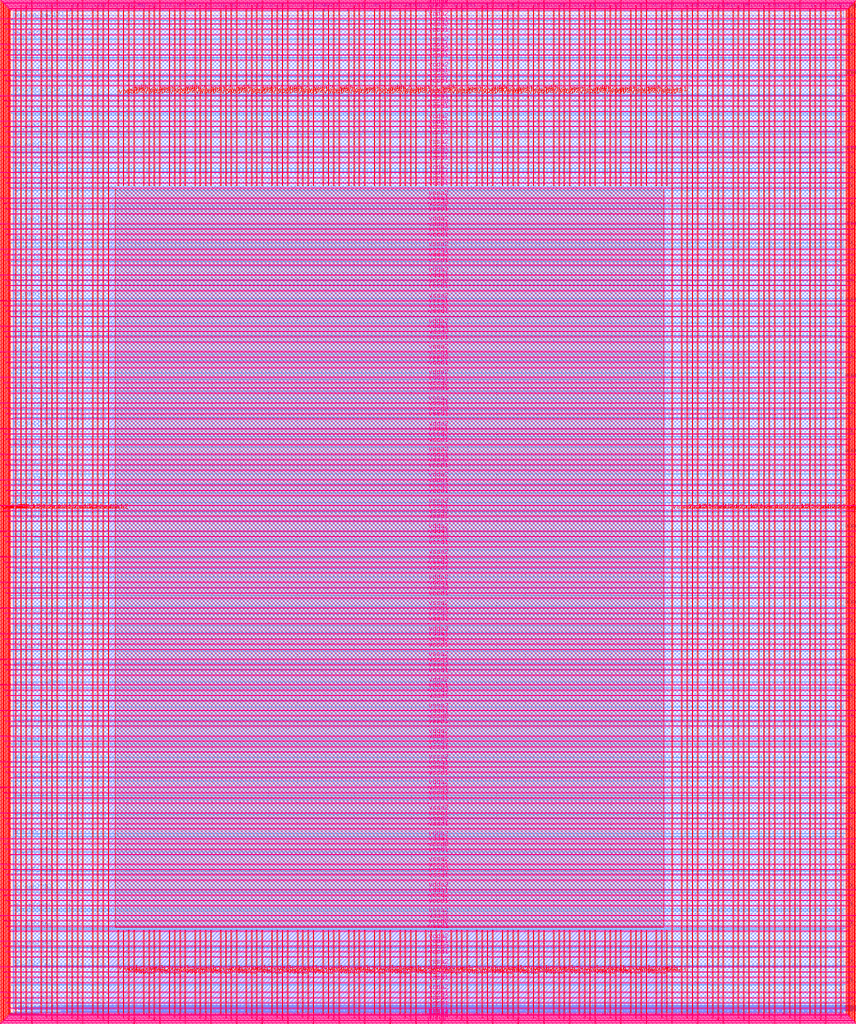
<source format=lef>
VERSION 5.7 ;
  NOWIREEXTENSIONATPIN ON ;
  DIVIDERCHAR "/" ;
  BUSBITCHARS "[]" ;
MACRO user_project_wrapper
  CLASS BLOCK ;
  FOREIGN user_project_wrapper ;
  ORIGIN 0.000 0.000 ;
  SIZE 2920.000 BY 3520.000 ;
  PIN analog_io[0]
    DIRECTION INOUT ;
    USE SIGNAL ;
    PORT
      LAYER met3 ;
        RECT 2917.600 1426.380 2924.800 1427.580 ;
    END
  END analog_io[0]
  PIN analog_io[10]
    DIRECTION INOUT ;
    USE SIGNAL ;
    PORT
      LAYER met2 ;
        RECT 2230.490 3517.600 2231.050 3524.800 ;
    END
  END analog_io[10]
  PIN analog_io[11]
    DIRECTION INOUT ;
    USE SIGNAL ;
    PORT
      LAYER met2 ;
        RECT 1905.730 3517.600 1906.290 3524.800 ;
    END
  END analog_io[11]
  PIN analog_io[12]
    DIRECTION INOUT ;
    USE SIGNAL ;
    PORT
      LAYER met2 ;
        RECT 1581.430 3517.600 1581.990 3524.800 ;
    END
  END analog_io[12]
  PIN analog_io[13]
    DIRECTION INOUT ;
    USE SIGNAL ;
    PORT
      LAYER met2 ;
        RECT 1257.130 3517.600 1257.690 3524.800 ;
    END
  END analog_io[13]
  PIN analog_io[14]
    DIRECTION INOUT ;
    USE SIGNAL ;
    PORT
      LAYER met2 ;
        RECT 932.370 3517.600 932.930 3524.800 ;
    END
  END analog_io[14]
  PIN analog_io[15]
    DIRECTION INOUT ;
    USE SIGNAL ;
    PORT
      LAYER met2 ;
        RECT 608.070 3517.600 608.630 3524.800 ;
    END
  END analog_io[15]
  PIN analog_io[16]
    DIRECTION INOUT ;
    USE SIGNAL ;
    PORT
      LAYER met2 ;
        RECT 283.770 3517.600 284.330 3524.800 ;
    END
  END analog_io[16]
  PIN analog_io[17]
    DIRECTION INOUT ;
    USE SIGNAL ;
    PORT
      LAYER met3 ;
        RECT -4.800 3486.100 2.400 3487.300 ;
    END
  END analog_io[17]
  PIN analog_io[18]
    DIRECTION INOUT ;
    USE SIGNAL ;
    PORT
      LAYER met3 ;
        RECT -4.800 3224.980 2.400 3226.180 ;
    END
  END analog_io[18]
  PIN analog_io[19]
    DIRECTION INOUT ;
    USE SIGNAL ;
    PORT
      LAYER met3 ;
        RECT -4.800 2964.540 2.400 2965.740 ;
    END
  END analog_io[19]
  PIN analog_io[1]
    DIRECTION INOUT ;
    USE SIGNAL ;
    PORT
      LAYER met3 ;
        RECT 2917.600 1692.260 2924.800 1693.460 ;
    END
  END analog_io[1]
  PIN analog_io[20]
    DIRECTION INOUT ;
    USE SIGNAL ;
    PORT
      LAYER met3 ;
        RECT -4.800 2703.420 2.400 2704.620 ;
    END
  END analog_io[20]
  PIN analog_io[21]
    DIRECTION INOUT ;
    USE SIGNAL ;
    PORT
      LAYER met3 ;
        RECT -4.800 2442.980 2.400 2444.180 ;
    END
  END analog_io[21]
  PIN analog_io[22]
    DIRECTION INOUT ;
    USE SIGNAL ;
    PORT
      LAYER met3 ;
        RECT -4.800 2182.540 2.400 2183.740 ;
    END
  END analog_io[22]
  PIN analog_io[23]
    DIRECTION INOUT ;
    USE SIGNAL ;
    PORT
      LAYER met3 ;
        RECT -4.800 1921.420 2.400 1922.620 ;
    END
  END analog_io[23]
  PIN analog_io[24]
    DIRECTION INOUT ;
    USE SIGNAL ;
    PORT
      LAYER met3 ;
        RECT -4.800 1660.980 2.400 1662.180 ;
    END
  END analog_io[24]
  PIN analog_io[25]
    DIRECTION INOUT ;
    USE SIGNAL ;
    PORT
      LAYER met3 ;
        RECT -4.800 1399.860 2.400 1401.060 ;
    END
  END analog_io[25]
  PIN analog_io[26]
    DIRECTION INOUT ;
    USE SIGNAL ;
    PORT
      LAYER met3 ;
        RECT -4.800 1139.420 2.400 1140.620 ;
    END
  END analog_io[26]
  PIN analog_io[27]
    DIRECTION INOUT ;
    USE SIGNAL ;
    PORT
      LAYER met3 ;
        RECT -4.800 878.980 2.400 880.180 ;
    END
  END analog_io[27]
  PIN analog_io[28]
    DIRECTION INOUT ;
    USE SIGNAL ;
    PORT
      LAYER met3 ;
        RECT -4.800 617.860 2.400 619.060 ;
    END
  END analog_io[28]
  PIN analog_io[2]
    DIRECTION INOUT ;
    USE SIGNAL ;
    PORT
      LAYER met3 ;
        RECT 2917.600 1958.140 2924.800 1959.340 ;
    END
  END analog_io[2]
  PIN analog_io[3]
    DIRECTION INOUT ;
    USE SIGNAL ;
    PORT
      LAYER met3 ;
        RECT 2917.600 2223.340 2924.800 2224.540 ;
    END
  END analog_io[3]
  PIN analog_io[4]
    DIRECTION INOUT ;
    USE SIGNAL ;
    PORT
      LAYER met3 ;
        RECT 2917.600 2489.220 2924.800 2490.420 ;
    END
  END analog_io[4]
  PIN analog_io[5]
    DIRECTION INOUT ;
    USE SIGNAL ;
    PORT
      LAYER met3 ;
        RECT 2917.600 2755.100 2924.800 2756.300 ;
    END
  END analog_io[5]
  PIN analog_io[6]
    DIRECTION INOUT ;
    USE SIGNAL ;
    PORT
      LAYER met3 ;
        RECT 2917.600 3020.300 2924.800 3021.500 ;
    END
  END analog_io[6]
  PIN analog_io[7]
    DIRECTION INOUT ;
    USE SIGNAL ;
    PORT
      LAYER met3 ;
        RECT 2917.600 3286.180 2924.800 3287.380 ;
    END
  END analog_io[7]
  PIN analog_io[8]
    DIRECTION INOUT ;
    USE SIGNAL ;
    PORT
      LAYER met2 ;
        RECT 2879.090 3517.600 2879.650 3524.800 ;
    END
  END analog_io[8]
  PIN analog_io[9]
    DIRECTION INOUT ;
    USE SIGNAL ;
    PORT
      LAYER met2 ;
        RECT 2554.790 3517.600 2555.350 3524.800 ;
    END
  END analog_io[9]
  PIN io_in[0]
    DIRECTION INPUT ;
    USE SIGNAL ;
    PORT
      LAYER met3 ;
        RECT 2917.600 32.380 2924.800 33.580 ;
    END
  END io_in[0]
  PIN io_in[10]
    DIRECTION INPUT ;
    USE SIGNAL ;
    PORT
      LAYER met3 ;
        RECT 2917.600 2289.980 2924.800 2291.180 ;
    END
  END io_in[10]
  PIN io_in[11]
    DIRECTION INPUT ;
    USE SIGNAL ;
    PORT
      LAYER met3 ;
        RECT 2917.600 2555.860 2924.800 2557.060 ;
    END
  END io_in[11]
  PIN io_in[12]
    DIRECTION INPUT ;
    USE SIGNAL ;
    PORT
      LAYER met3 ;
        RECT 2917.600 2821.060 2924.800 2822.260 ;
    END
  END io_in[12]
  PIN io_in[13]
    DIRECTION INPUT ;
    USE SIGNAL ;
    PORT
      LAYER met3 ;
        RECT 2917.600 3086.940 2924.800 3088.140 ;
    END
  END io_in[13]
  PIN io_in[14]
    DIRECTION INPUT ;
    USE SIGNAL ;
    PORT
      LAYER met3 ;
        RECT 2917.600 3352.820 2924.800 3354.020 ;
    END
  END io_in[14]
  PIN io_in[15]
    DIRECTION INPUT ;
    USE SIGNAL ;
    PORT
      LAYER met2 ;
        RECT 2798.130 3517.600 2798.690 3524.800 ;
    END
  END io_in[15]
  PIN io_in[16]
    DIRECTION INPUT ;
    USE SIGNAL ;
    PORT
      LAYER met2 ;
        RECT 2473.830 3517.600 2474.390 3524.800 ;
    END
  END io_in[16]
  PIN io_in[17]
    DIRECTION INPUT ;
    USE SIGNAL ;
    PORT
      LAYER met2 ;
        RECT 2149.070 3517.600 2149.630 3524.800 ;
    END
  END io_in[17]
  PIN io_in[18]
    DIRECTION INPUT ;
    USE SIGNAL ;
    PORT
      LAYER met2 ;
        RECT 1824.770 3517.600 1825.330 3524.800 ;
    END
  END io_in[18]
  PIN io_in[19]
    DIRECTION INPUT ;
    USE SIGNAL ;
    PORT
      LAYER met2 ;
        RECT 1500.470 3517.600 1501.030 3524.800 ;
    END
  END io_in[19]
  PIN io_in[1]
    DIRECTION INPUT ;
    USE SIGNAL ;
    PORT
      LAYER met3 ;
        RECT 2917.600 230.940 2924.800 232.140 ;
    END
  END io_in[1]
  PIN io_in[20]
    DIRECTION INPUT ;
    USE SIGNAL ;
    PORT
      LAYER met2 ;
        RECT 1175.710 3517.600 1176.270 3524.800 ;
    END
  END io_in[20]
  PIN io_in[21]
    DIRECTION INPUT ;
    USE SIGNAL ;
    PORT
      LAYER met2 ;
        RECT 851.410 3517.600 851.970 3524.800 ;
    END
  END io_in[21]
  PIN io_in[22]
    DIRECTION INPUT ;
    USE SIGNAL ;
    PORT
      LAYER met2 ;
        RECT 527.110 3517.600 527.670 3524.800 ;
    END
  END io_in[22]
  PIN io_in[23]
    DIRECTION INPUT ;
    USE SIGNAL ;
    PORT
      LAYER met2 ;
        RECT 202.350 3517.600 202.910 3524.800 ;
    END
  END io_in[23]
  PIN io_in[24]
    DIRECTION INPUT ;
    USE SIGNAL ;
    PORT
      LAYER met3 ;
        RECT -4.800 3420.820 2.400 3422.020 ;
    END
  END io_in[24]
  PIN io_in[25]
    DIRECTION INPUT ;
    USE SIGNAL ;
    PORT
      LAYER met3 ;
        RECT -4.800 3159.700 2.400 3160.900 ;
    END
  END io_in[25]
  PIN io_in[26]
    DIRECTION INPUT ;
    USE SIGNAL ;
    PORT
      LAYER met3 ;
        RECT -4.800 2899.260 2.400 2900.460 ;
    END
  END io_in[26]
  PIN io_in[27]
    DIRECTION INPUT ;
    USE SIGNAL ;
    PORT
      LAYER met3 ;
        RECT -4.800 2638.820 2.400 2640.020 ;
    END
  END io_in[27]
  PIN io_in[28]
    DIRECTION INPUT ;
    USE SIGNAL ;
    PORT
      LAYER met3 ;
        RECT -4.800 2377.700 2.400 2378.900 ;
    END
  END io_in[28]
  PIN io_in[29]
    DIRECTION INPUT ;
    USE SIGNAL ;
    PORT
      LAYER met3 ;
        RECT -4.800 2117.260 2.400 2118.460 ;
    END
  END io_in[29]
  PIN io_in[2]
    DIRECTION INPUT ;
    USE SIGNAL ;
    PORT
      LAYER met3 ;
        RECT 2917.600 430.180 2924.800 431.380 ;
    END
  END io_in[2]
  PIN io_in[30]
    DIRECTION INPUT ;
    USE SIGNAL ;
    PORT
      LAYER met3 ;
        RECT -4.800 1856.140 2.400 1857.340 ;
    END
  END io_in[30]
  PIN io_in[31]
    DIRECTION INPUT ;
    USE SIGNAL ;
    PORT
      LAYER met3 ;
        RECT -4.800 1595.700 2.400 1596.900 ;
    END
  END io_in[31]
  PIN io_in[32]
    DIRECTION INPUT ;
    USE SIGNAL ;
    PORT
      LAYER met3 ;
        RECT -4.800 1335.260 2.400 1336.460 ;
    END
  END io_in[32]
  PIN io_in[33]
    DIRECTION INPUT ;
    USE SIGNAL ;
    PORT
      LAYER met3 ;
        RECT -4.800 1074.140 2.400 1075.340 ;
    END
  END io_in[33]
  PIN io_in[34]
    DIRECTION INPUT ;
    USE SIGNAL ;
    PORT
      LAYER met3 ;
        RECT -4.800 813.700 2.400 814.900 ;
    END
  END io_in[34]
  PIN io_in[35]
    DIRECTION INPUT ;
    USE SIGNAL ;
    PORT
      LAYER met3 ;
        RECT -4.800 552.580 2.400 553.780 ;
    END
  END io_in[35]
  PIN io_in[36]
    DIRECTION INPUT ;
    USE SIGNAL ;
    PORT
      LAYER met3 ;
        RECT -4.800 357.420 2.400 358.620 ;
    END
  END io_in[36]
  PIN io_in[37]
    DIRECTION INPUT ;
    USE SIGNAL ;
    PORT
      LAYER met3 ;
        RECT -4.800 161.580 2.400 162.780 ;
    END
  END io_in[37]
  PIN io_in[3]
    DIRECTION INPUT ;
    USE SIGNAL ;
    PORT
      LAYER met3 ;
        RECT 2917.600 629.420 2924.800 630.620 ;
    END
  END io_in[3]
  PIN io_in[4]
    DIRECTION INPUT ;
    USE SIGNAL ;
    PORT
      LAYER met3 ;
        RECT 2917.600 828.660 2924.800 829.860 ;
    END
  END io_in[4]
  PIN io_in[5]
    DIRECTION INPUT ;
    USE SIGNAL ;
    PORT
      LAYER met3 ;
        RECT 2917.600 1027.900 2924.800 1029.100 ;
    END
  END io_in[5]
  PIN io_in[6]
    DIRECTION INPUT ;
    USE SIGNAL ;
    PORT
      LAYER met3 ;
        RECT 2917.600 1227.140 2924.800 1228.340 ;
    END
  END io_in[6]
  PIN io_in[7]
    DIRECTION INPUT ;
    USE SIGNAL ;
    PORT
      LAYER met3 ;
        RECT 2917.600 1493.020 2924.800 1494.220 ;
    END
  END io_in[7]
  PIN io_in[8]
    DIRECTION INPUT ;
    USE SIGNAL ;
    PORT
      LAYER met3 ;
        RECT 2917.600 1758.900 2924.800 1760.100 ;
    END
  END io_in[8]
  PIN io_in[9]
    DIRECTION INPUT ;
    USE SIGNAL ;
    PORT
      LAYER met3 ;
        RECT 2917.600 2024.100 2924.800 2025.300 ;
    END
  END io_in[9]
  PIN io_oeb[0]
    DIRECTION OUTPUT TRISTATE ;
    USE SIGNAL ;
    PORT
      LAYER met3 ;
        RECT 2917.600 164.980 2924.800 166.180 ;
    END
  END io_oeb[0]
  PIN io_oeb[10]
    DIRECTION OUTPUT TRISTATE ;
    USE SIGNAL ;
    PORT
      LAYER met3 ;
        RECT 2917.600 2422.580 2924.800 2423.780 ;
    END
  END io_oeb[10]
  PIN io_oeb[11]
    DIRECTION OUTPUT TRISTATE ;
    USE SIGNAL ;
    PORT
      LAYER met3 ;
        RECT 2917.600 2688.460 2924.800 2689.660 ;
    END
  END io_oeb[11]
  PIN io_oeb[12]
    DIRECTION OUTPUT TRISTATE ;
    USE SIGNAL ;
    PORT
      LAYER met3 ;
        RECT 2917.600 2954.340 2924.800 2955.540 ;
    END
  END io_oeb[12]
  PIN io_oeb[13]
    DIRECTION OUTPUT TRISTATE ;
    USE SIGNAL ;
    PORT
      LAYER met3 ;
        RECT 2917.600 3219.540 2924.800 3220.740 ;
    END
  END io_oeb[13]
  PIN io_oeb[14]
    DIRECTION OUTPUT TRISTATE ;
    USE SIGNAL ;
    PORT
      LAYER met3 ;
        RECT 2917.600 3485.420 2924.800 3486.620 ;
    END
  END io_oeb[14]
  PIN io_oeb[15]
    DIRECTION OUTPUT TRISTATE ;
    USE SIGNAL ;
    PORT
      LAYER met2 ;
        RECT 2635.750 3517.600 2636.310 3524.800 ;
    END
  END io_oeb[15]
  PIN io_oeb[16]
    DIRECTION OUTPUT TRISTATE ;
    USE SIGNAL ;
    PORT
      LAYER met2 ;
        RECT 2311.450 3517.600 2312.010 3524.800 ;
    END
  END io_oeb[16]
  PIN io_oeb[17]
    DIRECTION OUTPUT TRISTATE ;
    USE SIGNAL ;
    PORT
      LAYER met2 ;
        RECT 1987.150 3517.600 1987.710 3524.800 ;
    END
  END io_oeb[17]
  PIN io_oeb[18]
    DIRECTION OUTPUT TRISTATE ;
    USE SIGNAL ;
    PORT
      LAYER met2 ;
        RECT 1662.390 3517.600 1662.950 3524.800 ;
    END
  END io_oeb[18]
  PIN io_oeb[19]
    DIRECTION OUTPUT TRISTATE ;
    USE SIGNAL ;
    PORT
      LAYER met2 ;
        RECT 1338.090 3517.600 1338.650 3524.800 ;
    END
  END io_oeb[19]
  PIN io_oeb[1]
    DIRECTION OUTPUT TRISTATE ;
    USE SIGNAL ;
    PORT
      LAYER met3 ;
        RECT 2917.600 364.220 2924.800 365.420 ;
    END
  END io_oeb[1]
  PIN io_oeb[20]
    DIRECTION OUTPUT TRISTATE ;
    USE SIGNAL ;
    PORT
      LAYER met2 ;
        RECT 1013.790 3517.600 1014.350 3524.800 ;
    END
  END io_oeb[20]
  PIN io_oeb[21]
    DIRECTION OUTPUT TRISTATE ;
    USE SIGNAL ;
    PORT
      LAYER met2 ;
        RECT 689.030 3517.600 689.590 3524.800 ;
    END
  END io_oeb[21]
  PIN io_oeb[22]
    DIRECTION OUTPUT TRISTATE ;
    USE SIGNAL ;
    PORT
      LAYER met2 ;
        RECT 364.730 3517.600 365.290 3524.800 ;
    END
  END io_oeb[22]
  PIN io_oeb[23]
    DIRECTION OUTPUT TRISTATE ;
    USE SIGNAL ;
    PORT
      LAYER met2 ;
        RECT 40.430 3517.600 40.990 3524.800 ;
    END
  END io_oeb[23]
  PIN io_oeb[24]
    DIRECTION OUTPUT TRISTATE ;
    USE SIGNAL ;
    PORT
      LAYER met3 ;
        RECT -4.800 3290.260 2.400 3291.460 ;
    END
  END io_oeb[24]
  PIN io_oeb[25]
    DIRECTION OUTPUT TRISTATE ;
    USE SIGNAL ;
    PORT
      LAYER met3 ;
        RECT -4.800 3029.820 2.400 3031.020 ;
    END
  END io_oeb[25]
  PIN io_oeb[26]
    DIRECTION OUTPUT TRISTATE ;
    USE SIGNAL ;
    PORT
      LAYER met3 ;
        RECT -4.800 2768.700 2.400 2769.900 ;
    END
  END io_oeb[26]
  PIN io_oeb[27]
    DIRECTION OUTPUT TRISTATE ;
    USE SIGNAL ;
    PORT
      LAYER met3 ;
        RECT -4.800 2508.260 2.400 2509.460 ;
    END
  END io_oeb[27]
  PIN io_oeb[28]
    DIRECTION OUTPUT TRISTATE ;
    USE SIGNAL ;
    PORT
      LAYER met3 ;
        RECT -4.800 2247.140 2.400 2248.340 ;
    END
  END io_oeb[28]
  PIN io_oeb[29]
    DIRECTION OUTPUT TRISTATE ;
    USE SIGNAL ;
    PORT
      LAYER met3 ;
        RECT -4.800 1986.700 2.400 1987.900 ;
    END
  END io_oeb[29]
  PIN io_oeb[2]
    DIRECTION OUTPUT TRISTATE ;
    USE SIGNAL ;
    PORT
      LAYER met3 ;
        RECT 2917.600 563.460 2924.800 564.660 ;
    END
  END io_oeb[2]
  PIN io_oeb[30]
    DIRECTION OUTPUT TRISTATE ;
    USE SIGNAL ;
    PORT
      LAYER met3 ;
        RECT -4.800 1726.260 2.400 1727.460 ;
    END
  END io_oeb[30]
  PIN io_oeb[31]
    DIRECTION OUTPUT TRISTATE ;
    USE SIGNAL ;
    PORT
      LAYER met3 ;
        RECT -4.800 1465.140 2.400 1466.340 ;
    END
  END io_oeb[31]
  PIN io_oeb[32]
    DIRECTION OUTPUT TRISTATE ;
    USE SIGNAL ;
    PORT
      LAYER met3 ;
        RECT -4.800 1204.700 2.400 1205.900 ;
    END
  END io_oeb[32]
  PIN io_oeb[33]
    DIRECTION OUTPUT TRISTATE ;
    USE SIGNAL ;
    PORT
      LAYER met3 ;
        RECT -4.800 943.580 2.400 944.780 ;
    END
  END io_oeb[33]
  PIN io_oeb[34]
    DIRECTION OUTPUT TRISTATE ;
    USE SIGNAL ;
    PORT
      LAYER met3 ;
        RECT -4.800 683.140 2.400 684.340 ;
    END
  END io_oeb[34]
  PIN io_oeb[35]
    DIRECTION OUTPUT TRISTATE ;
    USE SIGNAL ;
    PORT
      LAYER met3 ;
        RECT -4.800 422.700 2.400 423.900 ;
    END
  END io_oeb[35]
  PIN io_oeb[36]
    DIRECTION OUTPUT TRISTATE ;
    USE SIGNAL ;
    PORT
      LAYER met3 ;
        RECT -4.800 226.860 2.400 228.060 ;
    END
  END io_oeb[36]
  PIN io_oeb[37]
    DIRECTION OUTPUT TRISTATE ;
    USE SIGNAL ;
    PORT
      LAYER met3 ;
        RECT -4.800 31.700 2.400 32.900 ;
    END
  END io_oeb[37]
  PIN io_oeb[3]
    DIRECTION OUTPUT TRISTATE ;
    USE SIGNAL ;
    PORT
      LAYER met3 ;
        RECT 2917.600 762.700 2924.800 763.900 ;
    END
  END io_oeb[3]
  PIN io_oeb[4]
    DIRECTION OUTPUT TRISTATE ;
    USE SIGNAL ;
    PORT
      LAYER met3 ;
        RECT 2917.600 961.940 2924.800 963.140 ;
    END
  END io_oeb[4]
  PIN io_oeb[5]
    DIRECTION OUTPUT TRISTATE ;
    USE SIGNAL ;
    PORT
      LAYER met3 ;
        RECT 2917.600 1161.180 2924.800 1162.380 ;
    END
  END io_oeb[5]
  PIN io_oeb[6]
    DIRECTION OUTPUT TRISTATE ;
    USE SIGNAL ;
    PORT
      LAYER met3 ;
        RECT 2917.600 1360.420 2924.800 1361.620 ;
    END
  END io_oeb[6]
  PIN io_oeb[7]
    DIRECTION OUTPUT TRISTATE ;
    USE SIGNAL ;
    PORT
      LAYER met3 ;
        RECT 2917.600 1625.620 2924.800 1626.820 ;
    END
  END io_oeb[7]
  PIN io_oeb[8]
    DIRECTION OUTPUT TRISTATE ;
    USE SIGNAL ;
    PORT
      LAYER met3 ;
        RECT 2917.600 1891.500 2924.800 1892.700 ;
    END
  END io_oeb[8]
  PIN io_oeb[9]
    DIRECTION OUTPUT TRISTATE ;
    USE SIGNAL ;
    PORT
      LAYER met3 ;
        RECT 2917.600 2157.380 2924.800 2158.580 ;
    END
  END io_oeb[9]
  PIN io_out[0]
    DIRECTION OUTPUT TRISTATE ;
    USE SIGNAL ;
    PORT
      LAYER met3 ;
        RECT 2917.600 98.340 2924.800 99.540 ;
    END
  END io_out[0]
  PIN io_out[10]
    DIRECTION OUTPUT TRISTATE ;
    USE SIGNAL ;
    PORT
      LAYER met3 ;
        RECT 2917.600 2356.620 2924.800 2357.820 ;
    END
  END io_out[10]
  PIN io_out[11]
    DIRECTION OUTPUT TRISTATE ;
    USE SIGNAL ;
    PORT
      LAYER met3 ;
        RECT 2917.600 2621.820 2924.800 2623.020 ;
    END
  END io_out[11]
  PIN io_out[12]
    DIRECTION OUTPUT TRISTATE ;
    USE SIGNAL ;
    PORT
      LAYER met3 ;
        RECT 2917.600 2887.700 2924.800 2888.900 ;
    END
  END io_out[12]
  PIN io_out[13]
    DIRECTION OUTPUT TRISTATE ;
    USE SIGNAL ;
    PORT
      LAYER met3 ;
        RECT 2917.600 3153.580 2924.800 3154.780 ;
    END
  END io_out[13]
  PIN io_out[14]
    DIRECTION OUTPUT TRISTATE ;
    USE SIGNAL ;
    PORT
      LAYER met3 ;
        RECT 2917.600 3418.780 2924.800 3419.980 ;
    END
  END io_out[14]
  PIN io_out[15]
    DIRECTION OUTPUT TRISTATE ;
    USE SIGNAL ;
    PORT
      LAYER met2 ;
        RECT 2717.170 3517.600 2717.730 3524.800 ;
    END
  END io_out[15]
  PIN io_out[16]
    DIRECTION OUTPUT TRISTATE ;
    USE SIGNAL ;
    PORT
      LAYER met2 ;
        RECT 2392.410 3517.600 2392.970 3524.800 ;
    END
  END io_out[16]
  PIN io_out[17]
    DIRECTION OUTPUT TRISTATE ;
    USE SIGNAL ;
    PORT
      LAYER met2 ;
        RECT 2068.110 3517.600 2068.670 3524.800 ;
    END
  END io_out[17]
  PIN io_out[18]
    DIRECTION OUTPUT TRISTATE ;
    USE SIGNAL ;
    PORT
      LAYER met2 ;
        RECT 1743.810 3517.600 1744.370 3524.800 ;
    END
  END io_out[18]
  PIN io_out[19]
    DIRECTION OUTPUT TRISTATE ;
    USE SIGNAL ;
    PORT
      LAYER met2 ;
        RECT 1419.050 3517.600 1419.610 3524.800 ;
    END
  END io_out[19]
  PIN io_out[1]
    DIRECTION OUTPUT TRISTATE ;
    USE SIGNAL ;
    PORT
      LAYER met3 ;
        RECT 2917.600 297.580 2924.800 298.780 ;
    END
  END io_out[1]
  PIN io_out[20]
    DIRECTION OUTPUT TRISTATE ;
    USE SIGNAL ;
    PORT
      LAYER met2 ;
        RECT 1094.750 3517.600 1095.310 3524.800 ;
    END
  END io_out[20]
  PIN io_out[21]
    DIRECTION OUTPUT TRISTATE ;
    USE SIGNAL ;
    PORT
      LAYER met2 ;
        RECT 770.450 3517.600 771.010 3524.800 ;
    END
  END io_out[21]
  PIN io_out[22]
    DIRECTION OUTPUT TRISTATE ;
    USE SIGNAL ;
    PORT
      LAYER met2 ;
        RECT 445.690 3517.600 446.250 3524.800 ;
    END
  END io_out[22]
  PIN io_out[23]
    DIRECTION OUTPUT TRISTATE ;
    USE SIGNAL ;
    PORT
      LAYER met2 ;
        RECT 121.390 3517.600 121.950 3524.800 ;
    END
  END io_out[23]
  PIN io_out[24]
    DIRECTION OUTPUT TRISTATE ;
    USE SIGNAL ;
    PORT
      LAYER met3 ;
        RECT -4.800 3355.540 2.400 3356.740 ;
    END
  END io_out[24]
  PIN io_out[25]
    DIRECTION OUTPUT TRISTATE ;
    USE SIGNAL ;
    PORT
      LAYER met3 ;
        RECT -4.800 3095.100 2.400 3096.300 ;
    END
  END io_out[25]
  PIN io_out[26]
    DIRECTION OUTPUT TRISTATE ;
    USE SIGNAL ;
    PORT
      LAYER met3 ;
        RECT -4.800 2833.980 2.400 2835.180 ;
    END
  END io_out[26]
  PIN io_out[27]
    DIRECTION OUTPUT TRISTATE ;
    USE SIGNAL ;
    PORT
      LAYER met3 ;
        RECT -4.800 2573.540 2.400 2574.740 ;
    END
  END io_out[27]
  PIN io_out[28]
    DIRECTION OUTPUT TRISTATE ;
    USE SIGNAL ;
    PORT
      LAYER met3 ;
        RECT -4.800 2312.420 2.400 2313.620 ;
    END
  END io_out[28]
  PIN io_out[29]
    DIRECTION OUTPUT TRISTATE ;
    USE SIGNAL ;
    PORT
      LAYER met3 ;
        RECT -4.800 2051.980 2.400 2053.180 ;
    END
  END io_out[29]
  PIN io_out[2]
    DIRECTION OUTPUT TRISTATE ;
    USE SIGNAL ;
    PORT
      LAYER met3 ;
        RECT 2917.600 496.820 2924.800 498.020 ;
    END
  END io_out[2]
  PIN io_out[30]
    DIRECTION OUTPUT TRISTATE ;
    USE SIGNAL ;
    PORT
      LAYER met3 ;
        RECT -4.800 1791.540 2.400 1792.740 ;
    END
  END io_out[30]
  PIN io_out[31]
    DIRECTION OUTPUT TRISTATE ;
    USE SIGNAL ;
    PORT
      LAYER met3 ;
        RECT -4.800 1530.420 2.400 1531.620 ;
    END
  END io_out[31]
  PIN io_out[32]
    DIRECTION OUTPUT TRISTATE ;
    USE SIGNAL ;
    PORT
      LAYER met3 ;
        RECT -4.800 1269.980 2.400 1271.180 ;
    END
  END io_out[32]
  PIN io_out[33]
    DIRECTION OUTPUT TRISTATE ;
    USE SIGNAL ;
    PORT
      LAYER met3 ;
        RECT -4.800 1008.860 2.400 1010.060 ;
    END
  END io_out[33]
  PIN io_out[34]
    DIRECTION OUTPUT TRISTATE ;
    USE SIGNAL ;
    PORT
      LAYER met3 ;
        RECT -4.800 748.420 2.400 749.620 ;
    END
  END io_out[34]
  PIN io_out[35]
    DIRECTION OUTPUT TRISTATE ;
    USE SIGNAL ;
    PORT
      LAYER met3 ;
        RECT -4.800 487.300 2.400 488.500 ;
    END
  END io_out[35]
  PIN io_out[36]
    DIRECTION OUTPUT TRISTATE ;
    USE SIGNAL ;
    PORT
      LAYER met3 ;
        RECT -4.800 292.140 2.400 293.340 ;
    END
  END io_out[36]
  PIN io_out[37]
    DIRECTION OUTPUT TRISTATE ;
    USE SIGNAL ;
    PORT
      LAYER met3 ;
        RECT -4.800 96.300 2.400 97.500 ;
    END
  END io_out[37]
  PIN io_out[3]
    DIRECTION OUTPUT TRISTATE ;
    USE SIGNAL ;
    PORT
      LAYER met3 ;
        RECT 2917.600 696.060 2924.800 697.260 ;
    END
  END io_out[3]
  PIN io_out[4]
    DIRECTION OUTPUT TRISTATE ;
    USE SIGNAL ;
    PORT
      LAYER met3 ;
        RECT 2917.600 895.300 2924.800 896.500 ;
    END
  END io_out[4]
  PIN io_out[5]
    DIRECTION OUTPUT TRISTATE ;
    USE SIGNAL ;
    PORT
      LAYER met3 ;
        RECT 2917.600 1094.540 2924.800 1095.740 ;
    END
  END io_out[5]
  PIN io_out[6]
    DIRECTION OUTPUT TRISTATE ;
    USE SIGNAL ;
    PORT
      LAYER met3 ;
        RECT 2917.600 1293.780 2924.800 1294.980 ;
    END
  END io_out[6]
  PIN io_out[7]
    DIRECTION OUTPUT TRISTATE ;
    USE SIGNAL ;
    PORT
      LAYER met3 ;
        RECT 2917.600 1559.660 2924.800 1560.860 ;
    END
  END io_out[7]
  PIN io_out[8]
    DIRECTION OUTPUT TRISTATE ;
    USE SIGNAL ;
    PORT
      LAYER met3 ;
        RECT 2917.600 1824.860 2924.800 1826.060 ;
    END
  END io_out[8]
  PIN io_out[9]
    DIRECTION OUTPUT TRISTATE ;
    USE SIGNAL ;
    PORT
      LAYER met3 ;
        RECT 2917.600 2090.740 2924.800 2091.940 ;
    END
  END io_out[9]
  PIN la_data_in[0]
    DIRECTION INPUT ;
    USE SIGNAL ;
    PORT
      LAYER met2 ;
        RECT 629.230 -4.800 629.790 2.400 ;
    END
  END la_data_in[0]
  PIN la_data_in[100]
    DIRECTION INPUT ;
    USE SIGNAL ;
    PORT
      LAYER met2 ;
        RECT 2402.530 -4.800 2403.090 2.400 ;
    END
  END la_data_in[100]
  PIN la_data_in[101]
    DIRECTION INPUT ;
    USE SIGNAL ;
    PORT
      LAYER met2 ;
        RECT 2420.010 -4.800 2420.570 2.400 ;
    END
  END la_data_in[101]
  PIN la_data_in[102]
    DIRECTION INPUT ;
    USE SIGNAL ;
    PORT
      LAYER met2 ;
        RECT 2437.950 -4.800 2438.510 2.400 ;
    END
  END la_data_in[102]
  PIN la_data_in[103]
    DIRECTION INPUT ;
    USE SIGNAL ;
    PORT
      LAYER met2 ;
        RECT 2455.430 -4.800 2455.990 2.400 ;
    END
  END la_data_in[103]
  PIN la_data_in[104]
    DIRECTION INPUT ;
    USE SIGNAL ;
    PORT
      LAYER met2 ;
        RECT 2473.370 -4.800 2473.930 2.400 ;
    END
  END la_data_in[104]
  PIN la_data_in[105]
    DIRECTION INPUT ;
    USE SIGNAL ;
    PORT
      LAYER met2 ;
        RECT 2490.850 -4.800 2491.410 2.400 ;
    END
  END la_data_in[105]
  PIN la_data_in[106]
    DIRECTION INPUT ;
    USE SIGNAL ;
    PORT
      LAYER met2 ;
        RECT 2508.790 -4.800 2509.350 2.400 ;
    END
  END la_data_in[106]
  PIN la_data_in[107]
    DIRECTION INPUT ;
    USE SIGNAL ;
    PORT
      LAYER met2 ;
        RECT 2526.730 -4.800 2527.290 2.400 ;
    END
  END la_data_in[107]
  PIN la_data_in[108]
    DIRECTION INPUT ;
    USE SIGNAL ;
    PORT
      LAYER met2 ;
        RECT 2544.210 -4.800 2544.770 2.400 ;
    END
  END la_data_in[108]
  PIN la_data_in[109]
    DIRECTION INPUT ;
    USE SIGNAL ;
    PORT
      LAYER met2 ;
        RECT 2562.150 -4.800 2562.710 2.400 ;
    END
  END la_data_in[109]
  PIN la_data_in[10]
    DIRECTION INPUT ;
    USE SIGNAL ;
    PORT
      LAYER met2 ;
        RECT 806.330 -4.800 806.890 2.400 ;
    END
  END la_data_in[10]
  PIN la_data_in[110]
    DIRECTION INPUT ;
    USE SIGNAL ;
    PORT
      LAYER met2 ;
        RECT 2579.630 -4.800 2580.190 2.400 ;
    END
  END la_data_in[110]
  PIN la_data_in[111]
    DIRECTION INPUT ;
    USE SIGNAL ;
    PORT
      LAYER met2 ;
        RECT 2597.570 -4.800 2598.130 2.400 ;
    END
  END la_data_in[111]
  PIN la_data_in[112]
    DIRECTION INPUT ;
    USE SIGNAL ;
    PORT
      LAYER met2 ;
        RECT 2615.050 -4.800 2615.610 2.400 ;
    END
  END la_data_in[112]
  PIN la_data_in[113]
    DIRECTION INPUT ;
    USE SIGNAL ;
    PORT
      LAYER met2 ;
        RECT 2632.990 -4.800 2633.550 2.400 ;
    END
  END la_data_in[113]
  PIN la_data_in[114]
    DIRECTION INPUT ;
    USE SIGNAL ;
    PORT
      LAYER met2 ;
        RECT 2650.470 -4.800 2651.030 2.400 ;
    END
  END la_data_in[114]
  PIN la_data_in[115]
    DIRECTION INPUT ;
    USE SIGNAL ;
    PORT
      LAYER met2 ;
        RECT 2668.410 -4.800 2668.970 2.400 ;
    END
  END la_data_in[115]
  PIN la_data_in[116]
    DIRECTION INPUT ;
    USE SIGNAL ;
    PORT
      LAYER met2 ;
        RECT 2685.890 -4.800 2686.450 2.400 ;
    END
  END la_data_in[116]
  PIN la_data_in[117]
    DIRECTION INPUT ;
    USE SIGNAL ;
    PORT
      LAYER met2 ;
        RECT 2703.830 -4.800 2704.390 2.400 ;
    END
  END la_data_in[117]
  PIN la_data_in[118]
    DIRECTION INPUT ;
    USE SIGNAL ;
    PORT
      LAYER met2 ;
        RECT 2721.770 -4.800 2722.330 2.400 ;
    END
  END la_data_in[118]
  PIN la_data_in[119]
    DIRECTION INPUT ;
    USE SIGNAL ;
    PORT
      LAYER met2 ;
        RECT 2739.250 -4.800 2739.810 2.400 ;
    END
  END la_data_in[119]
  PIN la_data_in[11]
    DIRECTION INPUT ;
    USE SIGNAL ;
    PORT
      LAYER met2 ;
        RECT 824.270 -4.800 824.830 2.400 ;
    END
  END la_data_in[11]
  PIN la_data_in[120]
    DIRECTION INPUT ;
    USE SIGNAL ;
    PORT
      LAYER met2 ;
        RECT 2757.190 -4.800 2757.750 2.400 ;
    END
  END la_data_in[120]
  PIN la_data_in[121]
    DIRECTION INPUT ;
    USE SIGNAL ;
    PORT
      LAYER met2 ;
        RECT 2774.670 -4.800 2775.230 2.400 ;
    END
  END la_data_in[121]
  PIN la_data_in[122]
    DIRECTION INPUT ;
    USE SIGNAL ;
    PORT
      LAYER met2 ;
        RECT 2792.610 -4.800 2793.170 2.400 ;
    END
  END la_data_in[122]
  PIN la_data_in[123]
    DIRECTION INPUT ;
    USE SIGNAL ;
    PORT
      LAYER met2 ;
        RECT 2810.090 -4.800 2810.650 2.400 ;
    END
  END la_data_in[123]
  PIN la_data_in[124]
    DIRECTION INPUT ;
    USE SIGNAL ;
    PORT
      LAYER met2 ;
        RECT 2828.030 -4.800 2828.590 2.400 ;
    END
  END la_data_in[124]
  PIN la_data_in[125]
    DIRECTION INPUT ;
    USE SIGNAL ;
    PORT
      LAYER met2 ;
        RECT 2845.510 -4.800 2846.070 2.400 ;
    END
  END la_data_in[125]
  PIN la_data_in[126]
    DIRECTION INPUT ;
    USE SIGNAL ;
    PORT
      LAYER met2 ;
        RECT 2863.450 -4.800 2864.010 2.400 ;
    END
  END la_data_in[126]
  PIN la_data_in[127]
    DIRECTION INPUT ;
    USE SIGNAL ;
    PORT
      LAYER met2 ;
        RECT 2881.390 -4.800 2881.950 2.400 ;
    END
  END la_data_in[127]
  PIN la_data_in[12]
    DIRECTION INPUT ;
    USE SIGNAL ;
    PORT
      LAYER met2 ;
        RECT 841.750 -4.800 842.310 2.400 ;
    END
  END la_data_in[12]
  PIN la_data_in[13]
    DIRECTION INPUT ;
    USE SIGNAL ;
    PORT
      LAYER met2 ;
        RECT 859.690 -4.800 860.250 2.400 ;
    END
  END la_data_in[13]
  PIN la_data_in[14]
    DIRECTION INPUT ;
    USE SIGNAL ;
    PORT
      LAYER met2 ;
        RECT 877.170 -4.800 877.730 2.400 ;
    END
  END la_data_in[14]
  PIN la_data_in[15]
    DIRECTION INPUT ;
    USE SIGNAL ;
    PORT
      LAYER met2 ;
        RECT 895.110 -4.800 895.670 2.400 ;
    END
  END la_data_in[15]
  PIN la_data_in[16]
    DIRECTION INPUT ;
    USE SIGNAL ;
    PORT
      LAYER met2 ;
        RECT 912.590 -4.800 913.150 2.400 ;
    END
  END la_data_in[16]
  PIN la_data_in[17]
    DIRECTION INPUT ;
    USE SIGNAL ;
    PORT
      LAYER met2 ;
        RECT 930.530 -4.800 931.090 2.400 ;
    END
  END la_data_in[17]
  PIN la_data_in[18]
    DIRECTION INPUT ;
    USE SIGNAL ;
    PORT
      LAYER met2 ;
        RECT 948.470 -4.800 949.030 2.400 ;
    END
  END la_data_in[18]
  PIN la_data_in[19]
    DIRECTION INPUT ;
    USE SIGNAL ;
    PORT
      LAYER met2 ;
        RECT 965.950 -4.800 966.510 2.400 ;
    END
  END la_data_in[19]
  PIN la_data_in[1]
    DIRECTION INPUT ;
    USE SIGNAL ;
    PORT
      LAYER met2 ;
        RECT 646.710 -4.800 647.270 2.400 ;
    END
  END la_data_in[1]
  PIN la_data_in[20]
    DIRECTION INPUT ;
    USE SIGNAL ;
    PORT
      LAYER met2 ;
        RECT 983.890 -4.800 984.450 2.400 ;
    END
  END la_data_in[20]
  PIN la_data_in[21]
    DIRECTION INPUT ;
    USE SIGNAL ;
    PORT
      LAYER met2 ;
        RECT 1001.370 -4.800 1001.930 2.400 ;
    END
  END la_data_in[21]
  PIN la_data_in[22]
    DIRECTION INPUT ;
    USE SIGNAL ;
    PORT
      LAYER met2 ;
        RECT 1019.310 -4.800 1019.870 2.400 ;
    END
  END la_data_in[22]
  PIN la_data_in[23]
    DIRECTION INPUT ;
    USE SIGNAL ;
    PORT
      LAYER met2 ;
        RECT 1036.790 -4.800 1037.350 2.400 ;
    END
  END la_data_in[23]
  PIN la_data_in[24]
    DIRECTION INPUT ;
    USE SIGNAL ;
    PORT
      LAYER met2 ;
        RECT 1054.730 -4.800 1055.290 2.400 ;
    END
  END la_data_in[24]
  PIN la_data_in[25]
    DIRECTION INPUT ;
    USE SIGNAL ;
    PORT
      LAYER met2 ;
        RECT 1072.210 -4.800 1072.770 2.400 ;
    END
  END la_data_in[25]
  PIN la_data_in[26]
    DIRECTION INPUT ;
    USE SIGNAL ;
    PORT
      LAYER met2 ;
        RECT 1090.150 -4.800 1090.710 2.400 ;
    END
  END la_data_in[26]
  PIN la_data_in[27]
    DIRECTION INPUT ;
    USE SIGNAL ;
    PORT
      LAYER met2 ;
        RECT 1107.630 -4.800 1108.190 2.400 ;
    END
  END la_data_in[27]
  PIN la_data_in[28]
    DIRECTION INPUT ;
    USE SIGNAL ;
    PORT
      LAYER met2 ;
        RECT 1125.570 -4.800 1126.130 2.400 ;
    END
  END la_data_in[28]
  PIN la_data_in[29]
    DIRECTION INPUT ;
    USE SIGNAL ;
    PORT
      LAYER met2 ;
        RECT 1143.510 -4.800 1144.070 2.400 ;
    END
  END la_data_in[29]
  PIN la_data_in[2]
    DIRECTION INPUT ;
    USE SIGNAL ;
    PORT
      LAYER met2 ;
        RECT 664.650 -4.800 665.210 2.400 ;
    END
  END la_data_in[2]
  PIN la_data_in[30]
    DIRECTION INPUT ;
    USE SIGNAL ;
    PORT
      LAYER met2 ;
        RECT 1160.990 -4.800 1161.550 2.400 ;
    END
  END la_data_in[30]
  PIN la_data_in[31]
    DIRECTION INPUT ;
    USE SIGNAL ;
    PORT
      LAYER met2 ;
        RECT 1178.930 -4.800 1179.490 2.400 ;
    END
  END la_data_in[31]
  PIN la_data_in[32]
    DIRECTION INPUT ;
    USE SIGNAL ;
    PORT
      LAYER met2 ;
        RECT 1196.410 -4.800 1196.970 2.400 ;
    END
  END la_data_in[32]
  PIN la_data_in[33]
    DIRECTION INPUT ;
    USE SIGNAL ;
    PORT
      LAYER met2 ;
        RECT 1214.350 -4.800 1214.910 2.400 ;
    END
  END la_data_in[33]
  PIN la_data_in[34]
    DIRECTION INPUT ;
    USE SIGNAL ;
    PORT
      LAYER met2 ;
        RECT 1231.830 -4.800 1232.390 2.400 ;
    END
  END la_data_in[34]
  PIN la_data_in[35]
    DIRECTION INPUT ;
    USE SIGNAL ;
    PORT
      LAYER met2 ;
        RECT 1249.770 -4.800 1250.330 2.400 ;
    END
  END la_data_in[35]
  PIN la_data_in[36]
    DIRECTION INPUT ;
    USE SIGNAL ;
    PORT
      LAYER met2 ;
        RECT 1267.250 -4.800 1267.810 2.400 ;
    END
  END la_data_in[36]
  PIN la_data_in[37]
    DIRECTION INPUT ;
    USE SIGNAL ;
    PORT
      LAYER met2 ;
        RECT 1285.190 -4.800 1285.750 2.400 ;
    END
  END la_data_in[37]
  PIN la_data_in[38]
    DIRECTION INPUT ;
    USE SIGNAL ;
    PORT
      LAYER met2 ;
        RECT 1303.130 -4.800 1303.690 2.400 ;
    END
  END la_data_in[38]
  PIN la_data_in[39]
    DIRECTION INPUT ;
    USE SIGNAL ;
    PORT
      LAYER met2 ;
        RECT 1320.610 -4.800 1321.170 2.400 ;
    END
  END la_data_in[39]
  PIN la_data_in[3]
    DIRECTION INPUT ;
    USE SIGNAL ;
    PORT
      LAYER met2 ;
        RECT 682.130 -4.800 682.690 2.400 ;
    END
  END la_data_in[3]
  PIN la_data_in[40]
    DIRECTION INPUT ;
    USE SIGNAL ;
    PORT
      LAYER met2 ;
        RECT 1338.550 -4.800 1339.110 2.400 ;
    END
  END la_data_in[40]
  PIN la_data_in[41]
    DIRECTION INPUT ;
    USE SIGNAL ;
    PORT
      LAYER met2 ;
        RECT 1356.030 -4.800 1356.590 2.400 ;
    END
  END la_data_in[41]
  PIN la_data_in[42]
    DIRECTION INPUT ;
    USE SIGNAL ;
    PORT
      LAYER met2 ;
        RECT 1373.970 -4.800 1374.530 2.400 ;
    END
  END la_data_in[42]
  PIN la_data_in[43]
    DIRECTION INPUT ;
    USE SIGNAL ;
    PORT
      LAYER met2 ;
        RECT 1391.450 -4.800 1392.010 2.400 ;
    END
  END la_data_in[43]
  PIN la_data_in[44]
    DIRECTION INPUT ;
    USE SIGNAL ;
    PORT
      LAYER met2 ;
        RECT 1409.390 -4.800 1409.950 2.400 ;
    END
  END la_data_in[44]
  PIN la_data_in[45]
    DIRECTION INPUT ;
    USE SIGNAL ;
    PORT
      LAYER met2 ;
        RECT 1426.870 -4.800 1427.430 2.400 ;
    END
  END la_data_in[45]
  PIN la_data_in[46]
    DIRECTION INPUT ;
    USE SIGNAL ;
    PORT
      LAYER met2 ;
        RECT 1444.810 -4.800 1445.370 2.400 ;
    END
  END la_data_in[46]
  PIN la_data_in[47]
    DIRECTION INPUT ;
    USE SIGNAL ;
    PORT
      LAYER met2 ;
        RECT 1462.750 -4.800 1463.310 2.400 ;
    END
  END la_data_in[47]
  PIN la_data_in[48]
    DIRECTION INPUT ;
    USE SIGNAL ;
    PORT
      LAYER met2 ;
        RECT 1480.230 -4.800 1480.790 2.400 ;
    END
  END la_data_in[48]
  PIN la_data_in[49]
    DIRECTION INPUT ;
    USE SIGNAL ;
    PORT
      LAYER met2 ;
        RECT 1498.170 -4.800 1498.730 2.400 ;
    END
  END la_data_in[49]
  PIN la_data_in[4]
    DIRECTION INPUT ;
    USE SIGNAL ;
    PORT
      LAYER met2 ;
        RECT 700.070 -4.800 700.630 2.400 ;
    END
  END la_data_in[4]
  PIN la_data_in[50]
    DIRECTION INPUT ;
    USE SIGNAL ;
    PORT
      LAYER met2 ;
        RECT 1515.650 -4.800 1516.210 2.400 ;
    END
  END la_data_in[50]
  PIN la_data_in[51]
    DIRECTION INPUT ;
    USE SIGNAL ;
    PORT
      LAYER met2 ;
        RECT 1533.590 -4.800 1534.150 2.400 ;
    END
  END la_data_in[51]
  PIN la_data_in[52]
    DIRECTION INPUT ;
    USE SIGNAL ;
    PORT
      LAYER met2 ;
        RECT 1551.070 -4.800 1551.630 2.400 ;
    END
  END la_data_in[52]
  PIN la_data_in[53]
    DIRECTION INPUT ;
    USE SIGNAL ;
    PORT
      LAYER met2 ;
        RECT 1569.010 -4.800 1569.570 2.400 ;
    END
  END la_data_in[53]
  PIN la_data_in[54]
    DIRECTION INPUT ;
    USE SIGNAL ;
    PORT
      LAYER met2 ;
        RECT 1586.490 -4.800 1587.050 2.400 ;
    END
  END la_data_in[54]
  PIN la_data_in[55]
    DIRECTION INPUT ;
    USE SIGNAL ;
    PORT
      LAYER met2 ;
        RECT 1604.430 -4.800 1604.990 2.400 ;
    END
  END la_data_in[55]
  PIN la_data_in[56]
    DIRECTION INPUT ;
    USE SIGNAL ;
    PORT
      LAYER met2 ;
        RECT 1621.910 -4.800 1622.470 2.400 ;
    END
  END la_data_in[56]
  PIN la_data_in[57]
    DIRECTION INPUT ;
    USE SIGNAL ;
    PORT
      LAYER met2 ;
        RECT 1639.850 -4.800 1640.410 2.400 ;
    END
  END la_data_in[57]
  PIN la_data_in[58]
    DIRECTION INPUT ;
    USE SIGNAL ;
    PORT
      LAYER met2 ;
        RECT 1657.790 -4.800 1658.350 2.400 ;
    END
  END la_data_in[58]
  PIN la_data_in[59]
    DIRECTION INPUT ;
    USE SIGNAL ;
    PORT
      LAYER met2 ;
        RECT 1675.270 -4.800 1675.830 2.400 ;
    END
  END la_data_in[59]
  PIN la_data_in[5]
    DIRECTION INPUT ;
    USE SIGNAL ;
    PORT
      LAYER met2 ;
        RECT 717.550 -4.800 718.110 2.400 ;
    END
  END la_data_in[5]
  PIN la_data_in[60]
    DIRECTION INPUT ;
    USE SIGNAL ;
    PORT
      LAYER met2 ;
        RECT 1693.210 -4.800 1693.770 2.400 ;
    END
  END la_data_in[60]
  PIN la_data_in[61]
    DIRECTION INPUT ;
    USE SIGNAL ;
    PORT
      LAYER met2 ;
        RECT 1710.690 -4.800 1711.250 2.400 ;
    END
  END la_data_in[61]
  PIN la_data_in[62]
    DIRECTION INPUT ;
    USE SIGNAL ;
    PORT
      LAYER met2 ;
        RECT 1728.630 -4.800 1729.190 2.400 ;
    END
  END la_data_in[62]
  PIN la_data_in[63]
    DIRECTION INPUT ;
    USE SIGNAL ;
    PORT
      LAYER met2 ;
        RECT 1746.110 -4.800 1746.670 2.400 ;
    END
  END la_data_in[63]
  PIN la_data_in[64]
    DIRECTION INPUT ;
    USE SIGNAL ;
    PORT
      LAYER met2 ;
        RECT 1764.050 -4.800 1764.610 2.400 ;
    END
  END la_data_in[64]
  PIN la_data_in[65]
    DIRECTION INPUT ;
    USE SIGNAL ;
    PORT
      LAYER met2 ;
        RECT 1781.530 -4.800 1782.090 2.400 ;
    END
  END la_data_in[65]
  PIN la_data_in[66]
    DIRECTION INPUT ;
    USE SIGNAL ;
    PORT
      LAYER met2 ;
        RECT 1799.470 -4.800 1800.030 2.400 ;
    END
  END la_data_in[66]
  PIN la_data_in[67]
    DIRECTION INPUT ;
    USE SIGNAL ;
    PORT
      LAYER met2 ;
        RECT 1817.410 -4.800 1817.970 2.400 ;
    END
  END la_data_in[67]
  PIN la_data_in[68]
    DIRECTION INPUT ;
    USE SIGNAL ;
    PORT
      LAYER met2 ;
        RECT 1834.890 -4.800 1835.450 2.400 ;
    END
  END la_data_in[68]
  PIN la_data_in[69]
    DIRECTION INPUT ;
    USE SIGNAL ;
    PORT
      LAYER met2 ;
        RECT 1852.830 -4.800 1853.390 2.400 ;
    END
  END la_data_in[69]
  PIN la_data_in[6]
    DIRECTION INPUT ;
    USE SIGNAL ;
    PORT
      LAYER met2 ;
        RECT 735.490 -4.800 736.050 2.400 ;
    END
  END la_data_in[6]
  PIN la_data_in[70]
    DIRECTION INPUT ;
    USE SIGNAL ;
    PORT
      LAYER met2 ;
        RECT 1870.310 -4.800 1870.870 2.400 ;
    END
  END la_data_in[70]
  PIN la_data_in[71]
    DIRECTION INPUT ;
    USE SIGNAL ;
    PORT
      LAYER met2 ;
        RECT 1888.250 -4.800 1888.810 2.400 ;
    END
  END la_data_in[71]
  PIN la_data_in[72]
    DIRECTION INPUT ;
    USE SIGNAL ;
    PORT
      LAYER met2 ;
        RECT 1905.730 -4.800 1906.290 2.400 ;
    END
  END la_data_in[72]
  PIN la_data_in[73]
    DIRECTION INPUT ;
    USE SIGNAL ;
    PORT
      LAYER met2 ;
        RECT 1923.670 -4.800 1924.230 2.400 ;
    END
  END la_data_in[73]
  PIN la_data_in[74]
    DIRECTION INPUT ;
    USE SIGNAL ;
    PORT
      LAYER met2 ;
        RECT 1941.150 -4.800 1941.710 2.400 ;
    END
  END la_data_in[74]
  PIN la_data_in[75]
    DIRECTION INPUT ;
    USE SIGNAL ;
    PORT
      LAYER met2 ;
        RECT 1959.090 -4.800 1959.650 2.400 ;
    END
  END la_data_in[75]
  PIN la_data_in[76]
    DIRECTION INPUT ;
    USE SIGNAL ;
    PORT
      LAYER met2 ;
        RECT 1976.570 -4.800 1977.130 2.400 ;
    END
  END la_data_in[76]
  PIN la_data_in[77]
    DIRECTION INPUT ;
    USE SIGNAL ;
    PORT
      LAYER met2 ;
        RECT 1994.510 -4.800 1995.070 2.400 ;
    END
  END la_data_in[77]
  PIN la_data_in[78]
    DIRECTION INPUT ;
    USE SIGNAL ;
    PORT
      LAYER met2 ;
        RECT 2012.450 -4.800 2013.010 2.400 ;
    END
  END la_data_in[78]
  PIN la_data_in[79]
    DIRECTION INPUT ;
    USE SIGNAL ;
    PORT
      LAYER met2 ;
        RECT 2029.930 -4.800 2030.490 2.400 ;
    END
  END la_data_in[79]
  PIN la_data_in[7]
    DIRECTION INPUT ;
    USE SIGNAL ;
    PORT
      LAYER met2 ;
        RECT 752.970 -4.800 753.530 2.400 ;
    END
  END la_data_in[7]
  PIN la_data_in[80]
    DIRECTION INPUT ;
    USE SIGNAL ;
    PORT
      LAYER met2 ;
        RECT 2047.870 -4.800 2048.430 2.400 ;
    END
  END la_data_in[80]
  PIN la_data_in[81]
    DIRECTION INPUT ;
    USE SIGNAL ;
    PORT
      LAYER met2 ;
        RECT 2065.350 -4.800 2065.910 2.400 ;
    END
  END la_data_in[81]
  PIN la_data_in[82]
    DIRECTION INPUT ;
    USE SIGNAL ;
    PORT
      LAYER met2 ;
        RECT 2083.290 -4.800 2083.850 2.400 ;
    END
  END la_data_in[82]
  PIN la_data_in[83]
    DIRECTION INPUT ;
    USE SIGNAL ;
    PORT
      LAYER met2 ;
        RECT 2100.770 -4.800 2101.330 2.400 ;
    END
  END la_data_in[83]
  PIN la_data_in[84]
    DIRECTION INPUT ;
    USE SIGNAL ;
    PORT
      LAYER met2 ;
        RECT 2118.710 -4.800 2119.270 2.400 ;
    END
  END la_data_in[84]
  PIN la_data_in[85]
    DIRECTION INPUT ;
    USE SIGNAL ;
    PORT
      LAYER met2 ;
        RECT 2136.190 -4.800 2136.750 2.400 ;
    END
  END la_data_in[85]
  PIN la_data_in[86]
    DIRECTION INPUT ;
    USE SIGNAL ;
    PORT
      LAYER met2 ;
        RECT 2154.130 -4.800 2154.690 2.400 ;
    END
  END la_data_in[86]
  PIN la_data_in[87]
    DIRECTION INPUT ;
    USE SIGNAL ;
    PORT
      LAYER met2 ;
        RECT 2172.070 -4.800 2172.630 2.400 ;
    END
  END la_data_in[87]
  PIN la_data_in[88]
    DIRECTION INPUT ;
    USE SIGNAL ;
    PORT
      LAYER met2 ;
        RECT 2189.550 -4.800 2190.110 2.400 ;
    END
  END la_data_in[88]
  PIN la_data_in[89]
    DIRECTION INPUT ;
    USE SIGNAL ;
    PORT
      LAYER met2 ;
        RECT 2207.490 -4.800 2208.050 2.400 ;
    END
  END la_data_in[89]
  PIN la_data_in[8]
    DIRECTION INPUT ;
    USE SIGNAL ;
    PORT
      LAYER met2 ;
        RECT 770.910 -4.800 771.470 2.400 ;
    END
  END la_data_in[8]
  PIN la_data_in[90]
    DIRECTION INPUT ;
    USE SIGNAL ;
    PORT
      LAYER met2 ;
        RECT 2224.970 -4.800 2225.530 2.400 ;
    END
  END la_data_in[90]
  PIN la_data_in[91]
    DIRECTION INPUT ;
    USE SIGNAL ;
    PORT
      LAYER met2 ;
        RECT 2242.910 -4.800 2243.470 2.400 ;
    END
  END la_data_in[91]
  PIN la_data_in[92]
    DIRECTION INPUT ;
    USE SIGNAL ;
    PORT
      LAYER met2 ;
        RECT 2260.390 -4.800 2260.950 2.400 ;
    END
  END la_data_in[92]
  PIN la_data_in[93]
    DIRECTION INPUT ;
    USE SIGNAL ;
    PORT
      LAYER met2 ;
        RECT 2278.330 -4.800 2278.890 2.400 ;
    END
  END la_data_in[93]
  PIN la_data_in[94]
    DIRECTION INPUT ;
    USE SIGNAL ;
    PORT
      LAYER met2 ;
        RECT 2295.810 -4.800 2296.370 2.400 ;
    END
  END la_data_in[94]
  PIN la_data_in[95]
    DIRECTION INPUT ;
    USE SIGNAL ;
    PORT
      LAYER met2 ;
        RECT 2313.750 -4.800 2314.310 2.400 ;
    END
  END la_data_in[95]
  PIN la_data_in[96]
    DIRECTION INPUT ;
    USE SIGNAL ;
    PORT
      LAYER met2 ;
        RECT 2331.230 -4.800 2331.790 2.400 ;
    END
  END la_data_in[96]
  PIN la_data_in[97]
    DIRECTION INPUT ;
    USE SIGNAL ;
    PORT
      LAYER met2 ;
        RECT 2349.170 -4.800 2349.730 2.400 ;
    END
  END la_data_in[97]
  PIN la_data_in[98]
    DIRECTION INPUT ;
    USE SIGNAL ;
    PORT
      LAYER met2 ;
        RECT 2367.110 -4.800 2367.670 2.400 ;
    END
  END la_data_in[98]
  PIN la_data_in[99]
    DIRECTION INPUT ;
    USE SIGNAL ;
    PORT
      LAYER met2 ;
        RECT 2384.590 -4.800 2385.150 2.400 ;
    END
  END la_data_in[99]
  PIN la_data_in[9]
    DIRECTION INPUT ;
    USE SIGNAL ;
    PORT
      LAYER met2 ;
        RECT 788.850 -4.800 789.410 2.400 ;
    END
  END la_data_in[9]
  PIN la_data_out[0]
    DIRECTION OUTPUT TRISTATE ;
    USE SIGNAL ;
    PORT
      LAYER met2 ;
        RECT 634.750 -4.800 635.310 2.400 ;
    END
  END la_data_out[0]
  PIN la_data_out[100]
    DIRECTION OUTPUT TRISTATE ;
    USE SIGNAL ;
    PORT
      LAYER met2 ;
        RECT 2408.510 -4.800 2409.070 2.400 ;
    END
  END la_data_out[100]
  PIN la_data_out[101]
    DIRECTION OUTPUT TRISTATE ;
    USE SIGNAL ;
    PORT
      LAYER met2 ;
        RECT 2425.990 -4.800 2426.550 2.400 ;
    END
  END la_data_out[101]
  PIN la_data_out[102]
    DIRECTION OUTPUT TRISTATE ;
    USE SIGNAL ;
    PORT
      LAYER met2 ;
        RECT 2443.930 -4.800 2444.490 2.400 ;
    END
  END la_data_out[102]
  PIN la_data_out[103]
    DIRECTION OUTPUT TRISTATE ;
    USE SIGNAL ;
    PORT
      LAYER met2 ;
        RECT 2461.410 -4.800 2461.970 2.400 ;
    END
  END la_data_out[103]
  PIN la_data_out[104]
    DIRECTION OUTPUT TRISTATE ;
    USE SIGNAL ;
    PORT
      LAYER met2 ;
        RECT 2479.350 -4.800 2479.910 2.400 ;
    END
  END la_data_out[104]
  PIN la_data_out[105]
    DIRECTION OUTPUT TRISTATE ;
    USE SIGNAL ;
    PORT
      LAYER met2 ;
        RECT 2496.830 -4.800 2497.390 2.400 ;
    END
  END la_data_out[105]
  PIN la_data_out[106]
    DIRECTION OUTPUT TRISTATE ;
    USE SIGNAL ;
    PORT
      LAYER met2 ;
        RECT 2514.770 -4.800 2515.330 2.400 ;
    END
  END la_data_out[106]
  PIN la_data_out[107]
    DIRECTION OUTPUT TRISTATE ;
    USE SIGNAL ;
    PORT
      LAYER met2 ;
        RECT 2532.250 -4.800 2532.810 2.400 ;
    END
  END la_data_out[107]
  PIN la_data_out[108]
    DIRECTION OUTPUT TRISTATE ;
    USE SIGNAL ;
    PORT
      LAYER met2 ;
        RECT 2550.190 -4.800 2550.750 2.400 ;
    END
  END la_data_out[108]
  PIN la_data_out[109]
    DIRECTION OUTPUT TRISTATE ;
    USE SIGNAL ;
    PORT
      LAYER met2 ;
        RECT 2567.670 -4.800 2568.230 2.400 ;
    END
  END la_data_out[109]
  PIN la_data_out[10]
    DIRECTION OUTPUT TRISTATE ;
    USE SIGNAL ;
    PORT
      LAYER met2 ;
        RECT 812.310 -4.800 812.870 2.400 ;
    END
  END la_data_out[10]
  PIN la_data_out[110]
    DIRECTION OUTPUT TRISTATE ;
    USE SIGNAL ;
    PORT
      LAYER met2 ;
        RECT 2585.610 -4.800 2586.170 2.400 ;
    END
  END la_data_out[110]
  PIN la_data_out[111]
    DIRECTION OUTPUT TRISTATE ;
    USE SIGNAL ;
    PORT
      LAYER met2 ;
        RECT 2603.550 -4.800 2604.110 2.400 ;
    END
  END la_data_out[111]
  PIN la_data_out[112]
    DIRECTION OUTPUT TRISTATE ;
    USE SIGNAL ;
    PORT
      LAYER met2 ;
        RECT 2621.030 -4.800 2621.590 2.400 ;
    END
  END la_data_out[112]
  PIN la_data_out[113]
    DIRECTION OUTPUT TRISTATE ;
    USE SIGNAL ;
    PORT
      LAYER met2 ;
        RECT 2638.970 -4.800 2639.530 2.400 ;
    END
  END la_data_out[113]
  PIN la_data_out[114]
    DIRECTION OUTPUT TRISTATE ;
    USE SIGNAL ;
    PORT
      LAYER met2 ;
        RECT 2656.450 -4.800 2657.010 2.400 ;
    END
  END la_data_out[114]
  PIN la_data_out[115]
    DIRECTION OUTPUT TRISTATE ;
    USE SIGNAL ;
    PORT
      LAYER met2 ;
        RECT 2674.390 -4.800 2674.950 2.400 ;
    END
  END la_data_out[115]
  PIN la_data_out[116]
    DIRECTION OUTPUT TRISTATE ;
    USE SIGNAL ;
    PORT
      LAYER met2 ;
        RECT 2691.870 -4.800 2692.430 2.400 ;
    END
  END la_data_out[116]
  PIN la_data_out[117]
    DIRECTION OUTPUT TRISTATE ;
    USE SIGNAL ;
    PORT
      LAYER met2 ;
        RECT 2709.810 -4.800 2710.370 2.400 ;
    END
  END la_data_out[117]
  PIN la_data_out[118]
    DIRECTION OUTPUT TRISTATE ;
    USE SIGNAL ;
    PORT
      LAYER met2 ;
        RECT 2727.290 -4.800 2727.850 2.400 ;
    END
  END la_data_out[118]
  PIN la_data_out[119]
    DIRECTION OUTPUT TRISTATE ;
    USE SIGNAL ;
    PORT
      LAYER met2 ;
        RECT 2745.230 -4.800 2745.790 2.400 ;
    END
  END la_data_out[119]
  PIN la_data_out[11]
    DIRECTION OUTPUT TRISTATE ;
    USE SIGNAL ;
    PORT
      LAYER met2 ;
        RECT 830.250 -4.800 830.810 2.400 ;
    END
  END la_data_out[11]
  PIN la_data_out[120]
    DIRECTION OUTPUT TRISTATE ;
    USE SIGNAL ;
    PORT
      LAYER met2 ;
        RECT 2763.170 -4.800 2763.730 2.400 ;
    END
  END la_data_out[120]
  PIN la_data_out[121]
    DIRECTION OUTPUT TRISTATE ;
    USE SIGNAL ;
    PORT
      LAYER met2 ;
        RECT 2780.650 -4.800 2781.210 2.400 ;
    END
  END la_data_out[121]
  PIN la_data_out[122]
    DIRECTION OUTPUT TRISTATE ;
    USE SIGNAL ;
    PORT
      LAYER met2 ;
        RECT 2798.590 -4.800 2799.150 2.400 ;
    END
  END la_data_out[122]
  PIN la_data_out[123]
    DIRECTION OUTPUT TRISTATE ;
    USE SIGNAL ;
    PORT
      LAYER met2 ;
        RECT 2816.070 -4.800 2816.630 2.400 ;
    END
  END la_data_out[123]
  PIN la_data_out[124]
    DIRECTION OUTPUT TRISTATE ;
    USE SIGNAL ;
    PORT
      LAYER met2 ;
        RECT 2834.010 -4.800 2834.570 2.400 ;
    END
  END la_data_out[124]
  PIN la_data_out[125]
    DIRECTION OUTPUT TRISTATE ;
    USE SIGNAL ;
    PORT
      LAYER met2 ;
        RECT 2851.490 -4.800 2852.050 2.400 ;
    END
  END la_data_out[125]
  PIN la_data_out[126]
    DIRECTION OUTPUT TRISTATE ;
    USE SIGNAL ;
    PORT
      LAYER met2 ;
        RECT 2869.430 -4.800 2869.990 2.400 ;
    END
  END la_data_out[126]
  PIN la_data_out[127]
    DIRECTION OUTPUT TRISTATE ;
    USE SIGNAL ;
    PORT
      LAYER met2 ;
        RECT 2886.910 -4.800 2887.470 2.400 ;
    END
  END la_data_out[127]
  PIN la_data_out[12]
    DIRECTION OUTPUT TRISTATE ;
    USE SIGNAL ;
    PORT
      LAYER met2 ;
        RECT 847.730 -4.800 848.290 2.400 ;
    END
  END la_data_out[12]
  PIN la_data_out[13]
    DIRECTION OUTPUT TRISTATE ;
    USE SIGNAL ;
    PORT
      LAYER met2 ;
        RECT 865.670 -4.800 866.230 2.400 ;
    END
  END la_data_out[13]
  PIN la_data_out[14]
    DIRECTION OUTPUT TRISTATE ;
    USE SIGNAL ;
    PORT
      LAYER met2 ;
        RECT 883.150 -4.800 883.710 2.400 ;
    END
  END la_data_out[14]
  PIN la_data_out[15]
    DIRECTION OUTPUT TRISTATE ;
    USE SIGNAL ;
    PORT
      LAYER met2 ;
        RECT 901.090 -4.800 901.650 2.400 ;
    END
  END la_data_out[15]
  PIN la_data_out[16]
    DIRECTION OUTPUT TRISTATE ;
    USE SIGNAL ;
    PORT
      LAYER met2 ;
        RECT 918.570 -4.800 919.130 2.400 ;
    END
  END la_data_out[16]
  PIN la_data_out[17]
    DIRECTION OUTPUT TRISTATE ;
    USE SIGNAL ;
    PORT
      LAYER met2 ;
        RECT 936.510 -4.800 937.070 2.400 ;
    END
  END la_data_out[17]
  PIN la_data_out[18]
    DIRECTION OUTPUT TRISTATE ;
    USE SIGNAL ;
    PORT
      LAYER met2 ;
        RECT 953.990 -4.800 954.550 2.400 ;
    END
  END la_data_out[18]
  PIN la_data_out[19]
    DIRECTION OUTPUT TRISTATE ;
    USE SIGNAL ;
    PORT
      LAYER met2 ;
        RECT 971.930 -4.800 972.490 2.400 ;
    END
  END la_data_out[19]
  PIN la_data_out[1]
    DIRECTION OUTPUT TRISTATE ;
    USE SIGNAL ;
    PORT
      LAYER met2 ;
        RECT 652.690 -4.800 653.250 2.400 ;
    END
  END la_data_out[1]
  PIN la_data_out[20]
    DIRECTION OUTPUT TRISTATE ;
    USE SIGNAL ;
    PORT
      LAYER met2 ;
        RECT 989.410 -4.800 989.970 2.400 ;
    END
  END la_data_out[20]
  PIN la_data_out[21]
    DIRECTION OUTPUT TRISTATE ;
    USE SIGNAL ;
    PORT
      LAYER met2 ;
        RECT 1007.350 -4.800 1007.910 2.400 ;
    END
  END la_data_out[21]
  PIN la_data_out[22]
    DIRECTION OUTPUT TRISTATE ;
    USE SIGNAL ;
    PORT
      LAYER met2 ;
        RECT 1025.290 -4.800 1025.850 2.400 ;
    END
  END la_data_out[22]
  PIN la_data_out[23]
    DIRECTION OUTPUT TRISTATE ;
    USE SIGNAL ;
    PORT
      LAYER met2 ;
        RECT 1042.770 -4.800 1043.330 2.400 ;
    END
  END la_data_out[23]
  PIN la_data_out[24]
    DIRECTION OUTPUT TRISTATE ;
    USE SIGNAL ;
    PORT
      LAYER met2 ;
        RECT 1060.710 -4.800 1061.270 2.400 ;
    END
  END la_data_out[24]
  PIN la_data_out[25]
    DIRECTION OUTPUT TRISTATE ;
    USE SIGNAL ;
    PORT
      LAYER met2 ;
        RECT 1078.190 -4.800 1078.750 2.400 ;
    END
  END la_data_out[25]
  PIN la_data_out[26]
    DIRECTION OUTPUT TRISTATE ;
    USE SIGNAL ;
    PORT
      LAYER met2 ;
        RECT 1096.130 -4.800 1096.690 2.400 ;
    END
  END la_data_out[26]
  PIN la_data_out[27]
    DIRECTION OUTPUT TRISTATE ;
    USE SIGNAL ;
    PORT
      LAYER met2 ;
        RECT 1113.610 -4.800 1114.170 2.400 ;
    END
  END la_data_out[27]
  PIN la_data_out[28]
    DIRECTION OUTPUT TRISTATE ;
    USE SIGNAL ;
    PORT
      LAYER met2 ;
        RECT 1131.550 -4.800 1132.110 2.400 ;
    END
  END la_data_out[28]
  PIN la_data_out[29]
    DIRECTION OUTPUT TRISTATE ;
    USE SIGNAL ;
    PORT
      LAYER met2 ;
        RECT 1149.030 -4.800 1149.590 2.400 ;
    END
  END la_data_out[29]
  PIN la_data_out[2]
    DIRECTION OUTPUT TRISTATE ;
    USE SIGNAL ;
    PORT
      LAYER met2 ;
        RECT 670.630 -4.800 671.190 2.400 ;
    END
  END la_data_out[2]
  PIN la_data_out[30]
    DIRECTION OUTPUT TRISTATE ;
    USE SIGNAL ;
    PORT
      LAYER met2 ;
        RECT 1166.970 -4.800 1167.530 2.400 ;
    END
  END la_data_out[30]
  PIN la_data_out[31]
    DIRECTION OUTPUT TRISTATE ;
    USE SIGNAL ;
    PORT
      LAYER met2 ;
        RECT 1184.910 -4.800 1185.470 2.400 ;
    END
  END la_data_out[31]
  PIN la_data_out[32]
    DIRECTION OUTPUT TRISTATE ;
    USE SIGNAL ;
    PORT
      LAYER met2 ;
        RECT 1202.390 -4.800 1202.950 2.400 ;
    END
  END la_data_out[32]
  PIN la_data_out[33]
    DIRECTION OUTPUT TRISTATE ;
    USE SIGNAL ;
    PORT
      LAYER met2 ;
        RECT 1220.330 -4.800 1220.890 2.400 ;
    END
  END la_data_out[33]
  PIN la_data_out[34]
    DIRECTION OUTPUT TRISTATE ;
    USE SIGNAL ;
    PORT
      LAYER met2 ;
        RECT 1237.810 -4.800 1238.370 2.400 ;
    END
  END la_data_out[34]
  PIN la_data_out[35]
    DIRECTION OUTPUT TRISTATE ;
    USE SIGNAL ;
    PORT
      LAYER met2 ;
        RECT 1255.750 -4.800 1256.310 2.400 ;
    END
  END la_data_out[35]
  PIN la_data_out[36]
    DIRECTION OUTPUT TRISTATE ;
    USE SIGNAL ;
    PORT
      LAYER met2 ;
        RECT 1273.230 -4.800 1273.790 2.400 ;
    END
  END la_data_out[36]
  PIN la_data_out[37]
    DIRECTION OUTPUT TRISTATE ;
    USE SIGNAL ;
    PORT
      LAYER met2 ;
        RECT 1291.170 -4.800 1291.730 2.400 ;
    END
  END la_data_out[37]
  PIN la_data_out[38]
    DIRECTION OUTPUT TRISTATE ;
    USE SIGNAL ;
    PORT
      LAYER met2 ;
        RECT 1308.650 -4.800 1309.210 2.400 ;
    END
  END la_data_out[38]
  PIN la_data_out[39]
    DIRECTION OUTPUT TRISTATE ;
    USE SIGNAL ;
    PORT
      LAYER met2 ;
        RECT 1326.590 -4.800 1327.150 2.400 ;
    END
  END la_data_out[39]
  PIN la_data_out[3]
    DIRECTION OUTPUT TRISTATE ;
    USE SIGNAL ;
    PORT
      LAYER met2 ;
        RECT 688.110 -4.800 688.670 2.400 ;
    END
  END la_data_out[3]
  PIN la_data_out[40]
    DIRECTION OUTPUT TRISTATE ;
    USE SIGNAL ;
    PORT
      LAYER met2 ;
        RECT 1344.070 -4.800 1344.630 2.400 ;
    END
  END la_data_out[40]
  PIN la_data_out[41]
    DIRECTION OUTPUT TRISTATE ;
    USE SIGNAL ;
    PORT
      LAYER met2 ;
        RECT 1362.010 -4.800 1362.570 2.400 ;
    END
  END la_data_out[41]
  PIN la_data_out[42]
    DIRECTION OUTPUT TRISTATE ;
    USE SIGNAL ;
    PORT
      LAYER met2 ;
        RECT 1379.950 -4.800 1380.510 2.400 ;
    END
  END la_data_out[42]
  PIN la_data_out[43]
    DIRECTION OUTPUT TRISTATE ;
    USE SIGNAL ;
    PORT
      LAYER met2 ;
        RECT 1397.430 -4.800 1397.990 2.400 ;
    END
  END la_data_out[43]
  PIN la_data_out[44]
    DIRECTION OUTPUT TRISTATE ;
    USE SIGNAL ;
    PORT
      LAYER met2 ;
        RECT 1415.370 -4.800 1415.930 2.400 ;
    END
  END la_data_out[44]
  PIN la_data_out[45]
    DIRECTION OUTPUT TRISTATE ;
    USE SIGNAL ;
    PORT
      LAYER met2 ;
        RECT 1432.850 -4.800 1433.410 2.400 ;
    END
  END la_data_out[45]
  PIN la_data_out[46]
    DIRECTION OUTPUT TRISTATE ;
    USE SIGNAL ;
    PORT
      LAYER met2 ;
        RECT 1450.790 -4.800 1451.350 2.400 ;
    END
  END la_data_out[46]
  PIN la_data_out[47]
    DIRECTION OUTPUT TRISTATE ;
    USE SIGNAL ;
    PORT
      LAYER met2 ;
        RECT 1468.270 -4.800 1468.830 2.400 ;
    END
  END la_data_out[47]
  PIN la_data_out[48]
    DIRECTION OUTPUT TRISTATE ;
    USE SIGNAL ;
    PORT
      LAYER met2 ;
        RECT 1486.210 -4.800 1486.770 2.400 ;
    END
  END la_data_out[48]
  PIN la_data_out[49]
    DIRECTION OUTPUT TRISTATE ;
    USE SIGNAL ;
    PORT
      LAYER met2 ;
        RECT 1503.690 -4.800 1504.250 2.400 ;
    END
  END la_data_out[49]
  PIN la_data_out[4]
    DIRECTION OUTPUT TRISTATE ;
    USE SIGNAL ;
    PORT
      LAYER met2 ;
        RECT 706.050 -4.800 706.610 2.400 ;
    END
  END la_data_out[4]
  PIN la_data_out[50]
    DIRECTION OUTPUT TRISTATE ;
    USE SIGNAL ;
    PORT
      LAYER met2 ;
        RECT 1521.630 -4.800 1522.190 2.400 ;
    END
  END la_data_out[50]
  PIN la_data_out[51]
    DIRECTION OUTPUT TRISTATE ;
    USE SIGNAL ;
    PORT
      LAYER met2 ;
        RECT 1539.570 -4.800 1540.130 2.400 ;
    END
  END la_data_out[51]
  PIN la_data_out[52]
    DIRECTION OUTPUT TRISTATE ;
    USE SIGNAL ;
    PORT
      LAYER met2 ;
        RECT 1557.050 -4.800 1557.610 2.400 ;
    END
  END la_data_out[52]
  PIN la_data_out[53]
    DIRECTION OUTPUT TRISTATE ;
    USE SIGNAL ;
    PORT
      LAYER met2 ;
        RECT 1574.990 -4.800 1575.550 2.400 ;
    END
  END la_data_out[53]
  PIN la_data_out[54]
    DIRECTION OUTPUT TRISTATE ;
    USE SIGNAL ;
    PORT
      LAYER met2 ;
        RECT 1592.470 -4.800 1593.030 2.400 ;
    END
  END la_data_out[54]
  PIN la_data_out[55]
    DIRECTION OUTPUT TRISTATE ;
    USE SIGNAL ;
    PORT
      LAYER met2 ;
        RECT 1610.410 -4.800 1610.970 2.400 ;
    END
  END la_data_out[55]
  PIN la_data_out[56]
    DIRECTION OUTPUT TRISTATE ;
    USE SIGNAL ;
    PORT
      LAYER met2 ;
        RECT 1627.890 -4.800 1628.450 2.400 ;
    END
  END la_data_out[56]
  PIN la_data_out[57]
    DIRECTION OUTPUT TRISTATE ;
    USE SIGNAL ;
    PORT
      LAYER met2 ;
        RECT 1645.830 -4.800 1646.390 2.400 ;
    END
  END la_data_out[57]
  PIN la_data_out[58]
    DIRECTION OUTPUT TRISTATE ;
    USE SIGNAL ;
    PORT
      LAYER met2 ;
        RECT 1663.310 -4.800 1663.870 2.400 ;
    END
  END la_data_out[58]
  PIN la_data_out[59]
    DIRECTION OUTPUT TRISTATE ;
    USE SIGNAL ;
    PORT
      LAYER met2 ;
        RECT 1681.250 -4.800 1681.810 2.400 ;
    END
  END la_data_out[59]
  PIN la_data_out[5]
    DIRECTION OUTPUT TRISTATE ;
    USE SIGNAL ;
    PORT
      LAYER met2 ;
        RECT 723.530 -4.800 724.090 2.400 ;
    END
  END la_data_out[5]
  PIN la_data_out[60]
    DIRECTION OUTPUT TRISTATE ;
    USE SIGNAL ;
    PORT
      LAYER met2 ;
        RECT 1699.190 -4.800 1699.750 2.400 ;
    END
  END la_data_out[60]
  PIN la_data_out[61]
    DIRECTION OUTPUT TRISTATE ;
    USE SIGNAL ;
    PORT
      LAYER met2 ;
        RECT 1716.670 -4.800 1717.230 2.400 ;
    END
  END la_data_out[61]
  PIN la_data_out[62]
    DIRECTION OUTPUT TRISTATE ;
    USE SIGNAL ;
    PORT
      LAYER met2 ;
        RECT 1734.610 -4.800 1735.170 2.400 ;
    END
  END la_data_out[62]
  PIN la_data_out[63]
    DIRECTION OUTPUT TRISTATE ;
    USE SIGNAL ;
    PORT
      LAYER met2 ;
        RECT 1752.090 -4.800 1752.650 2.400 ;
    END
  END la_data_out[63]
  PIN la_data_out[64]
    DIRECTION OUTPUT TRISTATE ;
    USE SIGNAL ;
    PORT
      LAYER met2 ;
        RECT 1770.030 -4.800 1770.590 2.400 ;
    END
  END la_data_out[64]
  PIN la_data_out[65]
    DIRECTION OUTPUT TRISTATE ;
    USE SIGNAL ;
    PORT
      LAYER met2 ;
        RECT 1787.510 -4.800 1788.070 2.400 ;
    END
  END la_data_out[65]
  PIN la_data_out[66]
    DIRECTION OUTPUT TRISTATE ;
    USE SIGNAL ;
    PORT
      LAYER met2 ;
        RECT 1805.450 -4.800 1806.010 2.400 ;
    END
  END la_data_out[66]
  PIN la_data_out[67]
    DIRECTION OUTPUT TRISTATE ;
    USE SIGNAL ;
    PORT
      LAYER met2 ;
        RECT 1822.930 -4.800 1823.490 2.400 ;
    END
  END la_data_out[67]
  PIN la_data_out[68]
    DIRECTION OUTPUT TRISTATE ;
    USE SIGNAL ;
    PORT
      LAYER met2 ;
        RECT 1840.870 -4.800 1841.430 2.400 ;
    END
  END la_data_out[68]
  PIN la_data_out[69]
    DIRECTION OUTPUT TRISTATE ;
    USE SIGNAL ;
    PORT
      LAYER met2 ;
        RECT 1858.350 -4.800 1858.910 2.400 ;
    END
  END la_data_out[69]
  PIN la_data_out[6]
    DIRECTION OUTPUT TRISTATE ;
    USE SIGNAL ;
    PORT
      LAYER met2 ;
        RECT 741.470 -4.800 742.030 2.400 ;
    END
  END la_data_out[6]
  PIN la_data_out[70]
    DIRECTION OUTPUT TRISTATE ;
    USE SIGNAL ;
    PORT
      LAYER met2 ;
        RECT 1876.290 -4.800 1876.850 2.400 ;
    END
  END la_data_out[70]
  PIN la_data_out[71]
    DIRECTION OUTPUT TRISTATE ;
    USE SIGNAL ;
    PORT
      LAYER met2 ;
        RECT 1894.230 -4.800 1894.790 2.400 ;
    END
  END la_data_out[71]
  PIN la_data_out[72]
    DIRECTION OUTPUT TRISTATE ;
    USE SIGNAL ;
    PORT
      LAYER met2 ;
        RECT 1911.710 -4.800 1912.270 2.400 ;
    END
  END la_data_out[72]
  PIN la_data_out[73]
    DIRECTION OUTPUT TRISTATE ;
    USE SIGNAL ;
    PORT
      LAYER met2 ;
        RECT 1929.650 -4.800 1930.210 2.400 ;
    END
  END la_data_out[73]
  PIN la_data_out[74]
    DIRECTION OUTPUT TRISTATE ;
    USE SIGNAL ;
    PORT
      LAYER met2 ;
        RECT 1947.130 -4.800 1947.690 2.400 ;
    END
  END la_data_out[74]
  PIN la_data_out[75]
    DIRECTION OUTPUT TRISTATE ;
    USE SIGNAL ;
    PORT
      LAYER met2 ;
        RECT 1965.070 -4.800 1965.630 2.400 ;
    END
  END la_data_out[75]
  PIN la_data_out[76]
    DIRECTION OUTPUT TRISTATE ;
    USE SIGNAL ;
    PORT
      LAYER met2 ;
        RECT 1982.550 -4.800 1983.110 2.400 ;
    END
  END la_data_out[76]
  PIN la_data_out[77]
    DIRECTION OUTPUT TRISTATE ;
    USE SIGNAL ;
    PORT
      LAYER met2 ;
        RECT 2000.490 -4.800 2001.050 2.400 ;
    END
  END la_data_out[77]
  PIN la_data_out[78]
    DIRECTION OUTPUT TRISTATE ;
    USE SIGNAL ;
    PORT
      LAYER met2 ;
        RECT 2017.970 -4.800 2018.530 2.400 ;
    END
  END la_data_out[78]
  PIN la_data_out[79]
    DIRECTION OUTPUT TRISTATE ;
    USE SIGNAL ;
    PORT
      LAYER met2 ;
        RECT 2035.910 -4.800 2036.470 2.400 ;
    END
  END la_data_out[79]
  PIN la_data_out[7]
    DIRECTION OUTPUT TRISTATE ;
    USE SIGNAL ;
    PORT
      LAYER met2 ;
        RECT 758.950 -4.800 759.510 2.400 ;
    END
  END la_data_out[7]
  PIN la_data_out[80]
    DIRECTION OUTPUT TRISTATE ;
    USE SIGNAL ;
    PORT
      LAYER met2 ;
        RECT 2053.850 -4.800 2054.410 2.400 ;
    END
  END la_data_out[80]
  PIN la_data_out[81]
    DIRECTION OUTPUT TRISTATE ;
    USE SIGNAL ;
    PORT
      LAYER met2 ;
        RECT 2071.330 -4.800 2071.890 2.400 ;
    END
  END la_data_out[81]
  PIN la_data_out[82]
    DIRECTION OUTPUT TRISTATE ;
    USE SIGNAL ;
    PORT
      LAYER met2 ;
        RECT 2089.270 -4.800 2089.830 2.400 ;
    END
  END la_data_out[82]
  PIN la_data_out[83]
    DIRECTION OUTPUT TRISTATE ;
    USE SIGNAL ;
    PORT
      LAYER met2 ;
        RECT 2106.750 -4.800 2107.310 2.400 ;
    END
  END la_data_out[83]
  PIN la_data_out[84]
    DIRECTION OUTPUT TRISTATE ;
    USE SIGNAL ;
    PORT
      LAYER met2 ;
        RECT 2124.690 -4.800 2125.250 2.400 ;
    END
  END la_data_out[84]
  PIN la_data_out[85]
    DIRECTION OUTPUT TRISTATE ;
    USE SIGNAL ;
    PORT
      LAYER met2 ;
        RECT 2142.170 -4.800 2142.730 2.400 ;
    END
  END la_data_out[85]
  PIN la_data_out[86]
    DIRECTION OUTPUT TRISTATE ;
    USE SIGNAL ;
    PORT
      LAYER met2 ;
        RECT 2160.110 -4.800 2160.670 2.400 ;
    END
  END la_data_out[86]
  PIN la_data_out[87]
    DIRECTION OUTPUT TRISTATE ;
    USE SIGNAL ;
    PORT
      LAYER met2 ;
        RECT 2177.590 -4.800 2178.150 2.400 ;
    END
  END la_data_out[87]
  PIN la_data_out[88]
    DIRECTION OUTPUT TRISTATE ;
    USE SIGNAL ;
    PORT
      LAYER met2 ;
        RECT 2195.530 -4.800 2196.090 2.400 ;
    END
  END la_data_out[88]
  PIN la_data_out[89]
    DIRECTION OUTPUT TRISTATE ;
    USE SIGNAL ;
    PORT
      LAYER met2 ;
        RECT 2213.010 -4.800 2213.570 2.400 ;
    END
  END la_data_out[89]
  PIN la_data_out[8]
    DIRECTION OUTPUT TRISTATE ;
    USE SIGNAL ;
    PORT
      LAYER met2 ;
        RECT 776.890 -4.800 777.450 2.400 ;
    END
  END la_data_out[8]
  PIN la_data_out[90]
    DIRECTION OUTPUT TRISTATE ;
    USE SIGNAL ;
    PORT
      LAYER met2 ;
        RECT 2230.950 -4.800 2231.510 2.400 ;
    END
  END la_data_out[90]
  PIN la_data_out[91]
    DIRECTION OUTPUT TRISTATE ;
    USE SIGNAL ;
    PORT
      LAYER met2 ;
        RECT 2248.890 -4.800 2249.450 2.400 ;
    END
  END la_data_out[91]
  PIN la_data_out[92]
    DIRECTION OUTPUT TRISTATE ;
    USE SIGNAL ;
    PORT
      LAYER met2 ;
        RECT 2266.370 -4.800 2266.930 2.400 ;
    END
  END la_data_out[92]
  PIN la_data_out[93]
    DIRECTION OUTPUT TRISTATE ;
    USE SIGNAL ;
    PORT
      LAYER met2 ;
        RECT 2284.310 -4.800 2284.870 2.400 ;
    END
  END la_data_out[93]
  PIN la_data_out[94]
    DIRECTION OUTPUT TRISTATE ;
    USE SIGNAL ;
    PORT
      LAYER met2 ;
        RECT 2301.790 -4.800 2302.350 2.400 ;
    END
  END la_data_out[94]
  PIN la_data_out[95]
    DIRECTION OUTPUT TRISTATE ;
    USE SIGNAL ;
    PORT
      LAYER met2 ;
        RECT 2319.730 -4.800 2320.290 2.400 ;
    END
  END la_data_out[95]
  PIN la_data_out[96]
    DIRECTION OUTPUT TRISTATE ;
    USE SIGNAL ;
    PORT
      LAYER met2 ;
        RECT 2337.210 -4.800 2337.770 2.400 ;
    END
  END la_data_out[96]
  PIN la_data_out[97]
    DIRECTION OUTPUT TRISTATE ;
    USE SIGNAL ;
    PORT
      LAYER met2 ;
        RECT 2355.150 -4.800 2355.710 2.400 ;
    END
  END la_data_out[97]
  PIN la_data_out[98]
    DIRECTION OUTPUT TRISTATE ;
    USE SIGNAL ;
    PORT
      LAYER met2 ;
        RECT 2372.630 -4.800 2373.190 2.400 ;
    END
  END la_data_out[98]
  PIN la_data_out[99]
    DIRECTION OUTPUT TRISTATE ;
    USE SIGNAL ;
    PORT
      LAYER met2 ;
        RECT 2390.570 -4.800 2391.130 2.400 ;
    END
  END la_data_out[99]
  PIN la_data_out[9]
    DIRECTION OUTPUT TRISTATE ;
    USE SIGNAL ;
    PORT
      LAYER met2 ;
        RECT 794.370 -4.800 794.930 2.400 ;
    END
  END la_data_out[9]
  PIN la_oenb[0]
    DIRECTION INPUT ;
    USE SIGNAL ;
    PORT
      LAYER met2 ;
        RECT 640.730 -4.800 641.290 2.400 ;
    END
  END la_oenb[0]
  PIN la_oenb[100]
    DIRECTION INPUT ;
    USE SIGNAL ;
    PORT
      LAYER met2 ;
        RECT 2414.030 -4.800 2414.590 2.400 ;
    END
  END la_oenb[100]
  PIN la_oenb[101]
    DIRECTION INPUT ;
    USE SIGNAL ;
    PORT
      LAYER met2 ;
        RECT 2431.970 -4.800 2432.530 2.400 ;
    END
  END la_oenb[101]
  PIN la_oenb[102]
    DIRECTION INPUT ;
    USE SIGNAL ;
    PORT
      LAYER met2 ;
        RECT 2449.450 -4.800 2450.010 2.400 ;
    END
  END la_oenb[102]
  PIN la_oenb[103]
    DIRECTION INPUT ;
    USE SIGNAL ;
    PORT
      LAYER met2 ;
        RECT 2467.390 -4.800 2467.950 2.400 ;
    END
  END la_oenb[103]
  PIN la_oenb[104]
    DIRECTION INPUT ;
    USE SIGNAL ;
    PORT
      LAYER met2 ;
        RECT 2485.330 -4.800 2485.890 2.400 ;
    END
  END la_oenb[104]
  PIN la_oenb[105]
    DIRECTION INPUT ;
    USE SIGNAL ;
    PORT
      LAYER met2 ;
        RECT 2502.810 -4.800 2503.370 2.400 ;
    END
  END la_oenb[105]
  PIN la_oenb[106]
    DIRECTION INPUT ;
    USE SIGNAL ;
    PORT
      LAYER met2 ;
        RECT 2520.750 -4.800 2521.310 2.400 ;
    END
  END la_oenb[106]
  PIN la_oenb[107]
    DIRECTION INPUT ;
    USE SIGNAL ;
    PORT
      LAYER met2 ;
        RECT 2538.230 -4.800 2538.790 2.400 ;
    END
  END la_oenb[107]
  PIN la_oenb[108]
    DIRECTION INPUT ;
    USE SIGNAL ;
    PORT
      LAYER met2 ;
        RECT 2556.170 -4.800 2556.730 2.400 ;
    END
  END la_oenb[108]
  PIN la_oenb[109]
    DIRECTION INPUT ;
    USE SIGNAL ;
    PORT
      LAYER met2 ;
        RECT 2573.650 -4.800 2574.210 2.400 ;
    END
  END la_oenb[109]
  PIN la_oenb[10]
    DIRECTION INPUT ;
    USE SIGNAL ;
    PORT
      LAYER met2 ;
        RECT 818.290 -4.800 818.850 2.400 ;
    END
  END la_oenb[10]
  PIN la_oenb[110]
    DIRECTION INPUT ;
    USE SIGNAL ;
    PORT
      LAYER met2 ;
        RECT 2591.590 -4.800 2592.150 2.400 ;
    END
  END la_oenb[110]
  PIN la_oenb[111]
    DIRECTION INPUT ;
    USE SIGNAL ;
    PORT
      LAYER met2 ;
        RECT 2609.070 -4.800 2609.630 2.400 ;
    END
  END la_oenb[111]
  PIN la_oenb[112]
    DIRECTION INPUT ;
    USE SIGNAL ;
    PORT
      LAYER met2 ;
        RECT 2627.010 -4.800 2627.570 2.400 ;
    END
  END la_oenb[112]
  PIN la_oenb[113]
    DIRECTION INPUT ;
    USE SIGNAL ;
    PORT
      LAYER met2 ;
        RECT 2644.950 -4.800 2645.510 2.400 ;
    END
  END la_oenb[113]
  PIN la_oenb[114]
    DIRECTION INPUT ;
    USE SIGNAL ;
    PORT
      LAYER met2 ;
        RECT 2662.430 -4.800 2662.990 2.400 ;
    END
  END la_oenb[114]
  PIN la_oenb[115]
    DIRECTION INPUT ;
    USE SIGNAL ;
    PORT
      LAYER met2 ;
        RECT 2680.370 -4.800 2680.930 2.400 ;
    END
  END la_oenb[115]
  PIN la_oenb[116]
    DIRECTION INPUT ;
    USE SIGNAL ;
    PORT
      LAYER met2 ;
        RECT 2697.850 -4.800 2698.410 2.400 ;
    END
  END la_oenb[116]
  PIN la_oenb[117]
    DIRECTION INPUT ;
    USE SIGNAL ;
    PORT
      LAYER met2 ;
        RECT 2715.790 -4.800 2716.350 2.400 ;
    END
  END la_oenb[117]
  PIN la_oenb[118]
    DIRECTION INPUT ;
    USE SIGNAL ;
    PORT
      LAYER met2 ;
        RECT 2733.270 -4.800 2733.830 2.400 ;
    END
  END la_oenb[118]
  PIN la_oenb[119]
    DIRECTION INPUT ;
    USE SIGNAL ;
    PORT
      LAYER met2 ;
        RECT 2751.210 -4.800 2751.770 2.400 ;
    END
  END la_oenb[119]
  PIN la_oenb[11]
    DIRECTION INPUT ;
    USE SIGNAL ;
    PORT
      LAYER met2 ;
        RECT 835.770 -4.800 836.330 2.400 ;
    END
  END la_oenb[11]
  PIN la_oenb[120]
    DIRECTION INPUT ;
    USE SIGNAL ;
    PORT
      LAYER met2 ;
        RECT 2768.690 -4.800 2769.250 2.400 ;
    END
  END la_oenb[120]
  PIN la_oenb[121]
    DIRECTION INPUT ;
    USE SIGNAL ;
    PORT
      LAYER met2 ;
        RECT 2786.630 -4.800 2787.190 2.400 ;
    END
  END la_oenb[121]
  PIN la_oenb[122]
    DIRECTION INPUT ;
    USE SIGNAL ;
    PORT
      LAYER met2 ;
        RECT 2804.110 -4.800 2804.670 2.400 ;
    END
  END la_oenb[122]
  PIN la_oenb[123]
    DIRECTION INPUT ;
    USE SIGNAL ;
    PORT
      LAYER met2 ;
        RECT 2822.050 -4.800 2822.610 2.400 ;
    END
  END la_oenb[123]
  PIN la_oenb[124]
    DIRECTION INPUT ;
    USE SIGNAL ;
    PORT
      LAYER met2 ;
        RECT 2839.990 -4.800 2840.550 2.400 ;
    END
  END la_oenb[124]
  PIN la_oenb[125]
    DIRECTION INPUT ;
    USE SIGNAL ;
    PORT
      LAYER met2 ;
        RECT 2857.470 -4.800 2858.030 2.400 ;
    END
  END la_oenb[125]
  PIN la_oenb[126]
    DIRECTION INPUT ;
    USE SIGNAL ;
    PORT
      LAYER met2 ;
        RECT 2875.410 -4.800 2875.970 2.400 ;
    END
  END la_oenb[126]
  PIN la_oenb[127]
    DIRECTION INPUT ;
    USE SIGNAL ;
    PORT
      LAYER met2 ;
        RECT 2892.890 -4.800 2893.450 2.400 ;
    END
  END la_oenb[127]
  PIN la_oenb[12]
    DIRECTION INPUT ;
    USE SIGNAL ;
    PORT
      LAYER met2 ;
        RECT 853.710 -4.800 854.270 2.400 ;
    END
  END la_oenb[12]
  PIN la_oenb[13]
    DIRECTION INPUT ;
    USE SIGNAL ;
    PORT
      LAYER met2 ;
        RECT 871.190 -4.800 871.750 2.400 ;
    END
  END la_oenb[13]
  PIN la_oenb[14]
    DIRECTION INPUT ;
    USE SIGNAL ;
    PORT
      LAYER met2 ;
        RECT 889.130 -4.800 889.690 2.400 ;
    END
  END la_oenb[14]
  PIN la_oenb[15]
    DIRECTION INPUT ;
    USE SIGNAL ;
    PORT
      LAYER met2 ;
        RECT 907.070 -4.800 907.630 2.400 ;
    END
  END la_oenb[15]
  PIN la_oenb[16]
    DIRECTION INPUT ;
    USE SIGNAL ;
    PORT
      LAYER met2 ;
        RECT 924.550 -4.800 925.110 2.400 ;
    END
  END la_oenb[16]
  PIN la_oenb[17]
    DIRECTION INPUT ;
    USE SIGNAL ;
    PORT
      LAYER met2 ;
        RECT 942.490 -4.800 943.050 2.400 ;
    END
  END la_oenb[17]
  PIN la_oenb[18]
    DIRECTION INPUT ;
    USE SIGNAL ;
    PORT
      LAYER met2 ;
        RECT 959.970 -4.800 960.530 2.400 ;
    END
  END la_oenb[18]
  PIN la_oenb[19]
    DIRECTION INPUT ;
    USE SIGNAL ;
    PORT
      LAYER met2 ;
        RECT 977.910 -4.800 978.470 2.400 ;
    END
  END la_oenb[19]
  PIN la_oenb[1]
    DIRECTION INPUT ;
    USE SIGNAL ;
    PORT
      LAYER met2 ;
        RECT 658.670 -4.800 659.230 2.400 ;
    END
  END la_oenb[1]
  PIN la_oenb[20]
    DIRECTION INPUT ;
    USE SIGNAL ;
    PORT
      LAYER met2 ;
        RECT 995.390 -4.800 995.950 2.400 ;
    END
  END la_oenb[20]
  PIN la_oenb[21]
    DIRECTION INPUT ;
    USE SIGNAL ;
    PORT
      LAYER met2 ;
        RECT 1013.330 -4.800 1013.890 2.400 ;
    END
  END la_oenb[21]
  PIN la_oenb[22]
    DIRECTION INPUT ;
    USE SIGNAL ;
    PORT
      LAYER met2 ;
        RECT 1030.810 -4.800 1031.370 2.400 ;
    END
  END la_oenb[22]
  PIN la_oenb[23]
    DIRECTION INPUT ;
    USE SIGNAL ;
    PORT
      LAYER met2 ;
        RECT 1048.750 -4.800 1049.310 2.400 ;
    END
  END la_oenb[23]
  PIN la_oenb[24]
    DIRECTION INPUT ;
    USE SIGNAL ;
    PORT
      LAYER met2 ;
        RECT 1066.690 -4.800 1067.250 2.400 ;
    END
  END la_oenb[24]
  PIN la_oenb[25]
    DIRECTION INPUT ;
    USE SIGNAL ;
    PORT
      LAYER met2 ;
        RECT 1084.170 -4.800 1084.730 2.400 ;
    END
  END la_oenb[25]
  PIN la_oenb[26]
    DIRECTION INPUT ;
    USE SIGNAL ;
    PORT
      LAYER met2 ;
        RECT 1102.110 -4.800 1102.670 2.400 ;
    END
  END la_oenb[26]
  PIN la_oenb[27]
    DIRECTION INPUT ;
    USE SIGNAL ;
    PORT
      LAYER met2 ;
        RECT 1119.590 -4.800 1120.150 2.400 ;
    END
  END la_oenb[27]
  PIN la_oenb[28]
    DIRECTION INPUT ;
    USE SIGNAL ;
    PORT
      LAYER met2 ;
        RECT 1137.530 -4.800 1138.090 2.400 ;
    END
  END la_oenb[28]
  PIN la_oenb[29]
    DIRECTION INPUT ;
    USE SIGNAL ;
    PORT
      LAYER met2 ;
        RECT 1155.010 -4.800 1155.570 2.400 ;
    END
  END la_oenb[29]
  PIN la_oenb[2]
    DIRECTION INPUT ;
    USE SIGNAL ;
    PORT
      LAYER met2 ;
        RECT 676.150 -4.800 676.710 2.400 ;
    END
  END la_oenb[2]
  PIN la_oenb[30]
    DIRECTION INPUT ;
    USE SIGNAL ;
    PORT
      LAYER met2 ;
        RECT 1172.950 -4.800 1173.510 2.400 ;
    END
  END la_oenb[30]
  PIN la_oenb[31]
    DIRECTION INPUT ;
    USE SIGNAL ;
    PORT
      LAYER met2 ;
        RECT 1190.430 -4.800 1190.990 2.400 ;
    END
  END la_oenb[31]
  PIN la_oenb[32]
    DIRECTION INPUT ;
    USE SIGNAL ;
    PORT
      LAYER met2 ;
        RECT 1208.370 -4.800 1208.930 2.400 ;
    END
  END la_oenb[32]
  PIN la_oenb[33]
    DIRECTION INPUT ;
    USE SIGNAL ;
    PORT
      LAYER met2 ;
        RECT 1225.850 -4.800 1226.410 2.400 ;
    END
  END la_oenb[33]
  PIN la_oenb[34]
    DIRECTION INPUT ;
    USE SIGNAL ;
    PORT
      LAYER met2 ;
        RECT 1243.790 -4.800 1244.350 2.400 ;
    END
  END la_oenb[34]
  PIN la_oenb[35]
    DIRECTION INPUT ;
    USE SIGNAL ;
    PORT
      LAYER met2 ;
        RECT 1261.730 -4.800 1262.290 2.400 ;
    END
  END la_oenb[35]
  PIN la_oenb[36]
    DIRECTION INPUT ;
    USE SIGNAL ;
    PORT
      LAYER met2 ;
        RECT 1279.210 -4.800 1279.770 2.400 ;
    END
  END la_oenb[36]
  PIN la_oenb[37]
    DIRECTION INPUT ;
    USE SIGNAL ;
    PORT
      LAYER met2 ;
        RECT 1297.150 -4.800 1297.710 2.400 ;
    END
  END la_oenb[37]
  PIN la_oenb[38]
    DIRECTION INPUT ;
    USE SIGNAL ;
    PORT
      LAYER met2 ;
        RECT 1314.630 -4.800 1315.190 2.400 ;
    END
  END la_oenb[38]
  PIN la_oenb[39]
    DIRECTION INPUT ;
    USE SIGNAL ;
    PORT
      LAYER met2 ;
        RECT 1332.570 -4.800 1333.130 2.400 ;
    END
  END la_oenb[39]
  PIN la_oenb[3]
    DIRECTION INPUT ;
    USE SIGNAL ;
    PORT
      LAYER met2 ;
        RECT 694.090 -4.800 694.650 2.400 ;
    END
  END la_oenb[3]
  PIN la_oenb[40]
    DIRECTION INPUT ;
    USE SIGNAL ;
    PORT
      LAYER met2 ;
        RECT 1350.050 -4.800 1350.610 2.400 ;
    END
  END la_oenb[40]
  PIN la_oenb[41]
    DIRECTION INPUT ;
    USE SIGNAL ;
    PORT
      LAYER met2 ;
        RECT 1367.990 -4.800 1368.550 2.400 ;
    END
  END la_oenb[41]
  PIN la_oenb[42]
    DIRECTION INPUT ;
    USE SIGNAL ;
    PORT
      LAYER met2 ;
        RECT 1385.470 -4.800 1386.030 2.400 ;
    END
  END la_oenb[42]
  PIN la_oenb[43]
    DIRECTION INPUT ;
    USE SIGNAL ;
    PORT
      LAYER met2 ;
        RECT 1403.410 -4.800 1403.970 2.400 ;
    END
  END la_oenb[43]
  PIN la_oenb[44]
    DIRECTION INPUT ;
    USE SIGNAL ;
    PORT
      LAYER met2 ;
        RECT 1421.350 -4.800 1421.910 2.400 ;
    END
  END la_oenb[44]
  PIN la_oenb[45]
    DIRECTION INPUT ;
    USE SIGNAL ;
    PORT
      LAYER met2 ;
        RECT 1438.830 -4.800 1439.390 2.400 ;
    END
  END la_oenb[45]
  PIN la_oenb[46]
    DIRECTION INPUT ;
    USE SIGNAL ;
    PORT
      LAYER met2 ;
        RECT 1456.770 -4.800 1457.330 2.400 ;
    END
  END la_oenb[46]
  PIN la_oenb[47]
    DIRECTION INPUT ;
    USE SIGNAL ;
    PORT
      LAYER met2 ;
        RECT 1474.250 -4.800 1474.810 2.400 ;
    END
  END la_oenb[47]
  PIN la_oenb[48]
    DIRECTION INPUT ;
    USE SIGNAL ;
    PORT
      LAYER met2 ;
        RECT 1492.190 -4.800 1492.750 2.400 ;
    END
  END la_oenb[48]
  PIN la_oenb[49]
    DIRECTION INPUT ;
    USE SIGNAL ;
    PORT
      LAYER met2 ;
        RECT 1509.670 -4.800 1510.230 2.400 ;
    END
  END la_oenb[49]
  PIN la_oenb[4]
    DIRECTION INPUT ;
    USE SIGNAL ;
    PORT
      LAYER met2 ;
        RECT 712.030 -4.800 712.590 2.400 ;
    END
  END la_oenb[4]
  PIN la_oenb[50]
    DIRECTION INPUT ;
    USE SIGNAL ;
    PORT
      LAYER met2 ;
        RECT 1527.610 -4.800 1528.170 2.400 ;
    END
  END la_oenb[50]
  PIN la_oenb[51]
    DIRECTION INPUT ;
    USE SIGNAL ;
    PORT
      LAYER met2 ;
        RECT 1545.090 -4.800 1545.650 2.400 ;
    END
  END la_oenb[51]
  PIN la_oenb[52]
    DIRECTION INPUT ;
    USE SIGNAL ;
    PORT
      LAYER met2 ;
        RECT 1563.030 -4.800 1563.590 2.400 ;
    END
  END la_oenb[52]
  PIN la_oenb[53]
    DIRECTION INPUT ;
    USE SIGNAL ;
    PORT
      LAYER met2 ;
        RECT 1580.970 -4.800 1581.530 2.400 ;
    END
  END la_oenb[53]
  PIN la_oenb[54]
    DIRECTION INPUT ;
    USE SIGNAL ;
    PORT
      LAYER met2 ;
        RECT 1598.450 -4.800 1599.010 2.400 ;
    END
  END la_oenb[54]
  PIN la_oenb[55]
    DIRECTION INPUT ;
    USE SIGNAL ;
    PORT
      LAYER met2 ;
        RECT 1616.390 -4.800 1616.950 2.400 ;
    END
  END la_oenb[55]
  PIN la_oenb[56]
    DIRECTION INPUT ;
    USE SIGNAL ;
    PORT
      LAYER met2 ;
        RECT 1633.870 -4.800 1634.430 2.400 ;
    END
  END la_oenb[56]
  PIN la_oenb[57]
    DIRECTION INPUT ;
    USE SIGNAL ;
    PORT
      LAYER met2 ;
        RECT 1651.810 -4.800 1652.370 2.400 ;
    END
  END la_oenb[57]
  PIN la_oenb[58]
    DIRECTION INPUT ;
    USE SIGNAL ;
    PORT
      LAYER met2 ;
        RECT 1669.290 -4.800 1669.850 2.400 ;
    END
  END la_oenb[58]
  PIN la_oenb[59]
    DIRECTION INPUT ;
    USE SIGNAL ;
    PORT
      LAYER met2 ;
        RECT 1687.230 -4.800 1687.790 2.400 ;
    END
  END la_oenb[59]
  PIN la_oenb[5]
    DIRECTION INPUT ;
    USE SIGNAL ;
    PORT
      LAYER met2 ;
        RECT 729.510 -4.800 730.070 2.400 ;
    END
  END la_oenb[5]
  PIN la_oenb[60]
    DIRECTION INPUT ;
    USE SIGNAL ;
    PORT
      LAYER met2 ;
        RECT 1704.710 -4.800 1705.270 2.400 ;
    END
  END la_oenb[60]
  PIN la_oenb[61]
    DIRECTION INPUT ;
    USE SIGNAL ;
    PORT
      LAYER met2 ;
        RECT 1722.650 -4.800 1723.210 2.400 ;
    END
  END la_oenb[61]
  PIN la_oenb[62]
    DIRECTION INPUT ;
    USE SIGNAL ;
    PORT
      LAYER met2 ;
        RECT 1740.130 -4.800 1740.690 2.400 ;
    END
  END la_oenb[62]
  PIN la_oenb[63]
    DIRECTION INPUT ;
    USE SIGNAL ;
    PORT
      LAYER met2 ;
        RECT 1758.070 -4.800 1758.630 2.400 ;
    END
  END la_oenb[63]
  PIN la_oenb[64]
    DIRECTION INPUT ;
    USE SIGNAL ;
    PORT
      LAYER met2 ;
        RECT 1776.010 -4.800 1776.570 2.400 ;
    END
  END la_oenb[64]
  PIN la_oenb[65]
    DIRECTION INPUT ;
    USE SIGNAL ;
    PORT
      LAYER met2 ;
        RECT 1793.490 -4.800 1794.050 2.400 ;
    END
  END la_oenb[65]
  PIN la_oenb[66]
    DIRECTION INPUT ;
    USE SIGNAL ;
    PORT
      LAYER met2 ;
        RECT 1811.430 -4.800 1811.990 2.400 ;
    END
  END la_oenb[66]
  PIN la_oenb[67]
    DIRECTION INPUT ;
    USE SIGNAL ;
    PORT
      LAYER met2 ;
        RECT 1828.910 -4.800 1829.470 2.400 ;
    END
  END la_oenb[67]
  PIN la_oenb[68]
    DIRECTION INPUT ;
    USE SIGNAL ;
    PORT
      LAYER met2 ;
        RECT 1846.850 -4.800 1847.410 2.400 ;
    END
  END la_oenb[68]
  PIN la_oenb[69]
    DIRECTION INPUT ;
    USE SIGNAL ;
    PORT
      LAYER met2 ;
        RECT 1864.330 -4.800 1864.890 2.400 ;
    END
  END la_oenb[69]
  PIN la_oenb[6]
    DIRECTION INPUT ;
    USE SIGNAL ;
    PORT
      LAYER met2 ;
        RECT 747.450 -4.800 748.010 2.400 ;
    END
  END la_oenb[6]
  PIN la_oenb[70]
    DIRECTION INPUT ;
    USE SIGNAL ;
    PORT
      LAYER met2 ;
        RECT 1882.270 -4.800 1882.830 2.400 ;
    END
  END la_oenb[70]
  PIN la_oenb[71]
    DIRECTION INPUT ;
    USE SIGNAL ;
    PORT
      LAYER met2 ;
        RECT 1899.750 -4.800 1900.310 2.400 ;
    END
  END la_oenb[71]
  PIN la_oenb[72]
    DIRECTION INPUT ;
    USE SIGNAL ;
    PORT
      LAYER met2 ;
        RECT 1917.690 -4.800 1918.250 2.400 ;
    END
  END la_oenb[72]
  PIN la_oenb[73]
    DIRECTION INPUT ;
    USE SIGNAL ;
    PORT
      LAYER met2 ;
        RECT 1935.630 -4.800 1936.190 2.400 ;
    END
  END la_oenb[73]
  PIN la_oenb[74]
    DIRECTION INPUT ;
    USE SIGNAL ;
    PORT
      LAYER met2 ;
        RECT 1953.110 -4.800 1953.670 2.400 ;
    END
  END la_oenb[74]
  PIN la_oenb[75]
    DIRECTION INPUT ;
    USE SIGNAL ;
    PORT
      LAYER met2 ;
        RECT 1971.050 -4.800 1971.610 2.400 ;
    END
  END la_oenb[75]
  PIN la_oenb[76]
    DIRECTION INPUT ;
    USE SIGNAL ;
    PORT
      LAYER met2 ;
        RECT 1988.530 -4.800 1989.090 2.400 ;
    END
  END la_oenb[76]
  PIN la_oenb[77]
    DIRECTION INPUT ;
    USE SIGNAL ;
    PORT
      LAYER met2 ;
        RECT 2006.470 -4.800 2007.030 2.400 ;
    END
  END la_oenb[77]
  PIN la_oenb[78]
    DIRECTION INPUT ;
    USE SIGNAL ;
    PORT
      LAYER met2 ;
        RECT 2023.950 -4.800 2024.510 2.400 ;
    END
  END la_oenb[78]
  PIN la_oenb[79]
    DIRECTION INPUT ;
    USE SIGNAL ;
    PORT
      LAYER met2 ;
        RECT 2041.890 -4.800 2042.450 2.400 ;
    END
  END la_oenb[79]
  PIN la_oenb[7]
    DIRECTION INPUT ;
    USE SIGNAL ;
    PORT
      LAYER met2 ;
        RECT 764.930 -4.800 765.490 2.400 ;
    END
  END la_oenb[7]
  PIN la_oenb[80]
    DIRECTION INPUT ;
    USE SIGNAL ;
    PORT
      LAYER met2 ;
        RECT 2059.370 -4.800 2059.930 2.400 ;
    END
  END la_oenb[80]
  PIN la_oenb[81]
    DIRECTION INPUT ;
    USE SIGNAL ;
    PORT
      LAYER met2 ;
        RECT 2077.310 -4.800 2077.870 2.400 ;
    END
  END la_oenb[81]
  PIN la_oenb[82]
    DIRECTION INPUT ;
    USE SIGNAL ;
    PORT
      LAYER met2 ;
        RECT 2094.790 -4.800 2095.350 2.400 ;
    END
  END la_oenb[82]
  PIN la_oenb[83]
    DIRECTION INPUT ;
    USE SIGNAL ;
    PORT
      LAYER met2 ;
        RECT 2112.730 -4.800 2113.290 2.400 ;
    END
  END la_oenb[83]
  PIN la_oenb[84]
    DIRECTION INPUT ;
    USE SIGNAL ;
    PORT
      LAYER met2 ;
        RECT 2130.670 -4.800 2131.230 2.400 ;
    END
  END la_oenb[84]
  PIN la_oenb[85]
    DIRECTION INPUT ;
    USE SIGNAL ;
    PORT
      LAYER met2 ;
        RECT 2148.150 -4.800 2148.710 2.400 ;
    END
  END la_oenb[85]
  PIN la_oenb[86]
    DIRECTION INPUT ;
    USE SIGNAL ;
    PORT
      LAYER met2 ;
        RECT 2166.090 -4.800 2166.650 2.400 ;
    END
  END la_oenb[86]
  PIN la_oenb[87]
    DIRECTION INPUT ;
    USE SIGNAL ;
    PORT
      LAYER met2 ;
        RECT 2183.570 -4.800 2184.130 2.400 ;
    END
  END la_oenb[87]
  PIN la_oenb[88]
    DIRECTION INPUT ;
    USE SIGNAL ;
    PORT
      LAYER met2 ;
        RECT 2201.510 -4.800 2202.070 2.400 ;
    END
  END la_oenb[88]
  PIN la_oenb[89]
    DIRECTION INPUT ;
    USE SIGNAL ;
    PORT
      LAYER met2 ;
        RECT 2218.990 -4.800 2219.550 2.400 ;
    END
  END la_oenb[89]
  PIN la_oenb[8]
    DIRECTION INPUT ;
    USE SIGNAL ;
    PORT
      LAYER met2 ;
        RECT 782.870 -4.800 783.430 2.400 ;
    END
  END la_oenb[8]
  PIN la_oenb[90]
    DIRECTION INPUT ;
    USE SIGNAL ;
    PORT
      LAYER met2 ;
        RECT 2236.930 -4.800 2237.490 2.400 ;
    END
  END la_oenb[90]
  PIN la_oenb[91]
    DIRECTION INPUT ;
    USE SIGNAL ;
    PORT
      LAYER met2 ;
        RECT 2254.410 -4.800 2254.970 2.400 ;
    END
  END la_oenb[91]
  PIN la_oenb[92]
    DIRECTION INPUT ;
    USE SIGNAL ;
    PORT
      LAYER met2 ;
        RECT 2272.350 -4.800 2272.910 2.400 ;
    END
  END la_oenb[92]
  PIN la_oenb[93]
    DIRECTION INPUT ;
    USE SIGNAL ;
    PORT
      LAYER met2 ;
        RECT 2290.290 -4.800 2290.850 2.400 ;
    END
  END la_oenb[93]
  PIN la_oenb[94]
    DIRECTION INPUT ;
    USE SIGNAL ;
    PORT
      LAYER met2 ;
        RECT 2307.770 -4.800 2308.330 2.400 ;
    END
  END la_oenb[94]
  PIN la_oenb[95]
    DIRECTION INPUT ;
    USE SIGNAL ;
    PORT
      LAYER met2 ;
        RECT 2325.710 -4.800 2326.270 2.400 ;
    END
  END la_oenb[95]
  PIN la_oenb[96]
    DIRECTION INPUT ;
    USE SIGNAL ;
    PORT
      LAYER met2 ;
        RECT 2343.190 -4.800 2343.750 2.400 ;
    END
  END la_oenb[96]
  PIN la_oenb[97]
    DIRECTION INPUT ;
    USE SIGNAL ;
    PORT
      LAYER met2 ;
        RECT 2361.130 -4.800 2361.690 2.400 ;
    END
  END la_oenb[97]
  PIN la_oenb[98]
    DIRECTION INPUT ;
    USE SIGNAL ;
    PORT
      LAYER met2 ;
        RECT 2378.610 -4.800 2379.170 2.400 ;
    END
  END la_oenb[98]
  PIN la_oenb[99]
    DIRECTION INPUT ;
    USE SIGNAL ;
    PORT
      LAYER met2 ;
        RECT 2396.550 -4.800 2397.110 2.400 ;
    END
  END la_oenb[99]
  PIN la_oenb[9]
    DIRECTION INPUT ;
    USE SIGNAL ;
    PORT
      LAYER met2 ;
        RECT 800.350 -4.800 800.910 2.400 ;
    END
  END la_oenb[9]
  PIN user_clock2
    DIRECTION INPUT ;
    USE SIGNAL ;
    PORT
      LAYER met2 ;
        RECT 2898.870 -4.800 2899.430 2.400 ;
    END
  END user_clock2
  PIN user_irq[0]
    DIRECTION OUTPUT TRISTATE ;
    USE SIGNAL ;
    PORT
      LAYER met2 ;
        RECT 2904.850 -4.800 2905.410 2.400 ;
    END
  END user_irq[0]
  PIN user_irq[1]
    DIRECTION OUTPUT TRISTATE ;
    USE SIGNAL ;
    PORT
      LAYER met2 ;
        RECT 2910.830 -4.800 2911.390 2.400 ;
    END
  END user_irq[1]
  PIN user_irq[2]
    DIRECTION OUTPUT TRISTATE ;
    USE SIGNAL ;
    PORT
      LAYER met2 ;
        RECT 2916.810 -4.800 2917.370 2.400 ;
    END
  END user_irq[2]
  PIN vccd1
    DIRECTION INPUT ;
    USE POWER ;
    PORT
      LAYER met5 ;
        RECT -10.030 -4.670 2929.650 -1.570 ;
    END
    PORT
      LAYER met5 ;
        RECT -14.830 14.330 2934.450 17.430 ;
    END
    PORT
      LAYER met5 ;
        RECT -14.830 194.330 2934.450 197.430 ;
    END
    PORT
      LAYER met5 ;
        RECT -14.830 374.330 2934.450 377.430 ;
    END
    PORT
      LAYER met5 ;
        RECT -14.830 554.330 2934.450 557.430 ;
    END
    PORT
      LAYER met5 ;
        RECT -14.830 734.330 2934.450 737.430 ;
    END
    PORT
      LAYER met5 ;
        RECT -14.830 914.330 2934.450 917.430 ;
    END
    PORT
      LAYER met5 ;
        RECT -14.830 1094.330 2934.450 1097.430 ;
    END
    PORT
      LAYER met5 ;
        RECT -14.830 1274.330 2934.450 1277.430 ;
    END
    PORT
      LAYER met5 ;
        RECT -14.830 1454.330 2934.450 1457.430 ;
    END
    PORT
      LAYER met5 ;
        RECT -14.830 1634.330 2934.450 1637.430 ;
    END
    PORT
      LAYER met5 ;
        RECT -14.830 1814.330 2934.450 1817.430 ;
    END
    PORT
      LAYER met5 ;
        RECT -14.830 1994.330 2934.450 1997.430 ;
    END
    PORT
      LAYER met5 ;
        RECT -14.830 2174.330 2934.450 2177.430 ;
    END
    PORT
      LAYER met5 ;
        RECT -14.830 2354.330 2934.450 2357.430 ;
    END
    PORT
      LAYER met5 ;
        RECT -14.830 2534.330 2934.450 2537.430 ;
    END
    PORT
      LAYER met5 ;
        RECT -14.830 2714.330 2934.450 2717.430 ;
    END
    PORT
      LAYER met5 ;
        RECT -14.830 2894.330 2934.450 2897.430 ;
    END
    PORT
      LAYER met5 ;
        RECT -14.830 3074.330 2934.450 3077.430 ;
    END
    PORT
      LAYER met5 ;
        RECT -14.830 3254.330 2934.450 3257.430 ;
    END
    PORT
      LAYER met5 ;
        RECT -14.830 3434.330 2934.450 3437.430 ;
    END
    PORT
      LAYER met5 ;
        RECT -10.030 3521.250 2929.650 3524.350 ;
    END
    PORT
      LAYER met4 ;
        RECT 368.970 -9.470 372.070 290.000 ;
    END
    PORT
      LAYER met4 ;
        RECT 548.970 -9.470 552.070 290.000 ;
    END
    PORT
      LAYER met4 ;
        RECT 728.970 -9.470 732.070 290.000 ;
    END
    PORT
      LAYER met4 ;
        RECT 908.970 -9.470 912.070 290.000 ;
    END
    PORT
      LAYER met4 ;
        RECT 1088.970 -9.470 1092.070 290.000 ;
    END
    PORT
      LAYER met4 ;
        RECT 1268.970 -9.470 1272.070 290.000 ;
    END
    PORT
      LAYER met4 ;
        RECT 1448.970 -9.470 1452.070 290.000 ;
    END
    PORT
      LAYER met4 ;
        RECT 1628.970 -9.470 1632.070 290.000 ;
    END
    PORT
      LAYER met4 ;
        RECT 1808.970 -9.470 1812.070 290.000 ;
    END
    PORT
      LAYER met4 ;
        RECT 1988.970 -9.470 1992.070 290.000 ;
    END
    PORT
      LAYER met4 ;
        RECT 2168.970 -9.470 2172.070 290.000 ;
    END
    PORT
      LAYER met4 ;
        RECT -10.030 -4.670 -6.930 3524.350 ;
    END
    PORT
      LAYER met4 ;
        RECT 2926.550 -4.670 2929.650 3524.350 ;
    END
    PORT
      LAYER met4 ;
        RECT 8.970 -9.470 12.070 3529.150 ;
    END
    PORT
      LAYER met4 ;
        RECT 188.970 -9.470 192.070 3529.150 ;
    END
    PORT
      LAYER met4 ;
        RECT 368.970 2905.220 372.070 3529.150 ;
    END
    PORT
      LAYER met4 ;
        RECT 548.970 2905.220 552.070 3529.150 ;
    END
    PORT
      LAYER met4 ;
        RECT 728.970 2905.220 732.070 3529.150 ;
    END
    PORT
      LAYER met4 ;
        RECT 908.970 2905.220 912.070 3529.150 ;
    END
    PORT
      LAYER met4 ;
        RECT 1088.970 2905.220 1092.070 3529.150 ;
    END
    PORT
      LAYER met4 ;
        RECT 1268.970 2905.220 1272.070 3529.150 ;
    END
    PORT
      LAYER met4 ;
        RECT 1448.970 2905.220 1452.070 3529.150 ;
    END
    PORT
      LAYER met4 ;
        RECT 1628.970 2905.220 1632.070 3529.150 ;
    END
    PORT
      LAYER met4 ;
        RECT 1808.970 2905.220 1812.070 3529.150 ;
    END
    PORT
      LAYER met4 ;
        RECT 1988.970 2905.220 1992.070 3529.150 ;
    END
    PORT
      LAYER met4 ;
        RECT 2168.970 2905.220 2172.070 3529.150 ;
    END
    PORT
      LAYER met4 ;
        RECT 2348.970 -9.470 2352.070 3529.150 ;
    END
    PORT
      LAYER met4 ;
        RECT 2528.970 -9.470 2532.070 3529.150 ;
    END
    PORT
      LAYER met4 ;
        RECT 2708.970 -9.470 2712.070 3529.150 ;
    END
    PORT
      LAYER met4 ;
        RECT 2888.970 -9.470 2892.070 3529.150 ;
    END
  END vccd1
  PIN vccd2
    DIRECTION INPUT ;
    USE POWER ;
    PORT
      LAYER met5 ;
        RECT -19.630 -14.270 2939.250 -11.170 ;
    END
    PORT
      LAYER met5 ;
        RECT -24.430 32.930 2944.050 36.030 ;
    END
    PORT
      LAYER met5 ;
        RECT -24.430 212.930 2944.050 216.030 ;
    END
    PORT
      LAYER met5 ;
        RECT -24.430 392.930 2944.050 396.030 ;
    END
    PORT
      LAYER met5 ;
        RECT -24.430 572.930 2944.050 576.030 ;
    END
    PORT
      LAYER met5 ;
        RECT -24.430 752.930 2944.050 756.030 ;
    END
    PORT
      LAYER met5 ;
        RECT -24.430 932.930 2944.050 936.030 ;
    END
    PORT
      LAYER met5 ;
        RECT -24.430 1112.930 2944.050 1116.030 ;
    END
    PORT
      LAYER met5 ;
        RECT -24.430 1292.930 2944.050 1296.030 ;
    END
    PORT
      LAYER met5 ;
        RECT -24.430 1472.930 2944.050 1476.030 ;
    END
    PORT
      LAYER met5 ;
        RECT -24.430 1652.930 2944.050 1656.030 ;
    END
    PORT
      LAYER met5 ;
        RECT -24.430 1832.930 2944.050 1836.030 ;
    END
    PORT
      LAYER met5 ;
        RECT -24.430 2012.930 2944.050 2016.030 ;
    END
    PORT
      LAYER met5 ;
        RECT -24.430 2192.930 2944.050 2196.030 ;
    END
    PORT
      LAYER met5 ;
        RECT -24.430 2372.930 2944.050 2376.030 ;
    END
    PORT
      LAYER met5 ;
        RECT -24.430 2552.930 2944.050 2556.030 ;
    END
    PORT
      LAYER met5 ;
        RECT -24.430 2732.930 2944.050 2736.030 ;
    END
    PORT
      LAYER met5 ;
        RECT -24.430 2912.930 2944.050 2916.030 ;
    END
    PORT
      LAYER met5 ;
        RECT -24.430 3092.930 2944.050 3096.030 ;
    END
    PORT
      LAYER met5 ;
        RECT -24.430 3272.930 2944.050 3276.030 ;
    END
    PORT
      LAYER met5 ;
        RECT -24.430 3452.930 2944.050 3456.030 ;
    END
    PORT
      LAYER met5 ;
        RECT -19.630 3530.850 2939.250 3533.950 ;
    END
    PORT
      LAYER met4 ;
        RECT 387.570 -19.070 390.670 290.000 ;
    END
    PORT
      LAYER met4 ;
        RECT 567.570 -19.070 570.670 290.000 ;
    END
    PORT
      LAYER met4 ;
        RECT 747.570 -19.070 750.670 290.000 ;
    END
    PORT
      LAYER met4 ;
        RECT 927.570 -19.070 930.670 290.000 ;
    END
    PORT
      LAYER met4 ;
        RECT 1107.570 -19.070 1110.670 290.000 ;
    END
    PORT
      LAYER met4 ;
        RECT 1287.570 -19.070 1290.670 290.000 ;
    END
    PORT
      LAYER met4 ;
        RECT 1467.570 -19.070 1470.670 290.000 ;
    END
    PORT
      LAYER met4 ;
        RECT 1647.570 -19.070 1650.670 290.000 ;
    END
    PORT
      LAYER met4 ;
        RECT 1827.570 -19.070 1830.670 290.000 ;
    END
    PORT
      LAYER met4 ;
        RECT 2007.570 -19.070 2010.670 290.000 ;
    END
    PORT
      LAYER met4 ;
        RECT 2187.570 -19.070 2190.670 290.000 ;
    END
    PORT
      LAYER met4 ;
        RECT -19.630 -14.270 -16.530 3533.950 ;
    END
    PORT
      LAYER met4 ;
        RECT 2936.150 -14.270 2939.250 3533.950 ;
    END
    PORT
      LAYER met4 ;
        RECT 27.570 -19.070 30.670 3538.750 ;
    END
    PORT
      LAYER met4 ;
        RECT 207.570 -19.070 210.670 3538.750 ;
    END
    PORT
      LAYER met4 ;
        RECT 387.570 2905.220 390.670 3538.750 ;
    END
    PORT
      LAYER met4 ;
        RECT 567.570 2905.220 570.670 3538.750 ;
    END
    PORT
      LAYER met4 ;
        RECT 747.570 2905.220 750.670 3538.750 ;
    END
    PORT
      LAYER met4 ;
        RECT 927.570 2905.220 930.670 3538.750 ;
    END
    PORT
      LAYER met4 ;
        RECT 1107.570 2905.220 1110.670 3538.750 ;
    END
    PORT
      LAYER met4 ;
        RECT 1287.570 2905.220 1290.670 3538.750 ;
    END
    PORT
      LAYER met4 ;
        RECT 1467.570 2905.220 1470.670 3538.750 ;
    END
    PORT
      LAYER met4 ;
        RECT 1647.570 2905.220 1650.670 3538.750 ;
    END
    PORT
      LAYER met4 ;
        RECT 1827.570 2905.220 1830.670 3538.750 ;
    END
    PORT
      LAYER met4 ;
        RECT 2007.570 2905.220 2010.670 3538.750 ;
    END
    PORT
      LAYER met4 ;
        RECT 2187.570 2905.220 2190.670 3538.750 ;
    END
    PORT
      LAYER met4 ;
        RECT 2367.570 -19.070 2370.670 3538.750 ;
    END
    PORT
      LAYER met4 ;
        RECT 2547.570 -19.070 2550.670 3538.750 ;
    END
    PORT
      LAYER met4 ;
        RECT 2727.570 -19.070 2730.670 3538.750 ;
    END
    PORT
      LAYER met4 ;
        RECT 2907.570 -19.070 2910.670 3538.750 ;
    END
  END vccd2
  PIN vdda1
    DIRECTION INPUT ;
    USE POWER ;
    PORT
      LAYER met5 ;
        RECT -29.230 -23.870 2948.850 -20.770 ;
    END
    PORT
      LAYER met5 ;
        RECT -34.030 51.530 2953.650 54.630 ;
    END
    PORT
      LAYER met5 ;
        RECT -34.030 231.530 2953.650 234.630 ;
    END
    PORT
      LAYER met5 ;
        RECT -34.030 411.530 2953.650 414.630 ;
    END
    PORT
      LAYER met5 ;
        RECT -34.030 591.530 2953.650 594.630 ;
    END
    PORT
      LAYER met5 ;
        RECT -34.030 771.530 2953.650 774.630 ;
    END
    PORT
      LAYER met5 ;
        RECT -34.030 951.530 2953.650 954.630 ;
    END
    PORT
      LAYER met5 ;
        RECT -34.030 1131.530 2953.650 1134.630 ;
    END
    PORT
      LAYER met5 ;
        RECT -34.030 1311.530 2953.650 1314.630 ;
    END
    PORT
      LAYER met5 ;
        RECT -34.030 1491.530 2953.650 1494.630 ;
    END
    PORT
      LAYER met5 ;
        RECT -34.030 1671.530 2953.650 1674.630 ;
    END
    PORT
      LAYER met5 ;
        RECT -34.030 1851.530 2953.650 1854.630 ;
    END
    PORT
      LAYER met5 ;
        RECT -34.030 2031.530 2953.650 2034.630 ;
    END
    PORT
      LAYER met5 ;
        RECT -34.030 2211.530 2953.650 2214.630 ;
    END
    PORT
      LAYER met5 ;
        RECT -34.030 2391.530 2953.650 2394.630 ;
    END
    PORT
      LAYER met5 ;
        RECT -34.030 2571.530 2953.650 2574.630 ;
    END
    PORT
      LAYER met5 ;
        RECT -34.030 2751.530 2953.650 2754.630 ;
    END
    PORT
      LAYER met5 ;
        RECT -34.030 2931.530 2953.650 2934.630 ;
    END
    PORT
      LAYER met5 ;
        RECT -34.030 3111.530 2953.650 3114.630 ;
    END
    PORT
      LAYER met5 ;
        RECT -34.030 3291.530 2953.650 3294.630 ;
    END
    PORT
      LAYER met5 ;
        RECT -34.030 3471.530 2953.650 3474.630 ;
    END
    PORT
      LAYER met5 ;
        RECT -29.230 3540.450 2948.850 3543.550 ;
    END
    PORT
      LAYER met4 ;
        RECT 406.170 -28.670 409.270 290.000 ;
    END
    PORT
      LAYER met4 ;
        RECT 586.170 -28.670 589.270 290.000 ;
    END
    PORT
      LAYER met4 ;
        RECT 766.170 -28.670 769.270 290.000 ;
    END
    PORT
      LAYER met4 ;
        RECT 946.170 -28.670 949.270 290.000 ;
    END
    PORT
      LAYER met4 ;
        RECT 1126.170 -28.670 1129.270 290.000 ;
    END
    PORT
      LAYER met4 ;
        RECT 1306.170 -28.670 1309.270 290.000 ;
    END
    PORT
      LAYER met4 ;
        RECT 1486.170 -28.670 1489.270 290.000 ;
    END
    PORT
      LAYER met4 ;
        RECT 1666.170 -28.670 1669.270 290.000 ;
    END
    PORT
      LAYER met4 ;
        RECT 1846.170 -28.670 1849.270 290.000 ;
    END
    PORT
      LAYER met4 ;
        RECT 2026.170 -28.670 2029.270 290.000 ;
    END
    PORT
      LAYER met4 ;
        RECT 2206.170 -28.670 2209.270 290.000 ;
    END
    PORT
      LAYER met4 ;
        RECT -29.230 -23.870 -26.130 3543.550 ;
    END
    PORT
      LAYER met4 ;
        RECT 2945.750 -23.870 2948.850 3543.550 ;
    END
    PORT
      LAYER met4 ;
        RECT 46.170 -28.670 49.270 3548.350 ;
    END
    PORT
      LAYER met4 ;
        RECT 226.170 -28.670 229.270 3548.350 ;
    END
    PORT
      LAYER met4 ;
        RECT 406.170 2905.220 409.270 3548.350 ;
    END
    PORT
      LAYER met4 ;
        RECT 586.170 2905.220 589.270 3548.350 ;
    END
    PORT
      LAYER met4 ;
        RECT 766.170 2905.220 769.270 3548.350 ;
    END
    PORT
      LAYER met4 ;
        RECT 946.170 2905.220 949.270 3548.350 ;
    END
    PORT
      LAYER met4 ;
        RECT 1126.170 2905.220 1129.270 3548.350 ;
    END
    PORT
      LAYER met4 ;
        RECT 1306.170 2905.220 1309.270 3548.350 ;
    END
    PORT
      LAYER met4 ;
        RECT 1486.170 2905.220 1489.270 3548.350 ;
    END
    PORT
      LAYER met4 ;
        RECT 1666.170 2905.220 1669.270 3548.350 ;
    END
    PORT
      LAYER met4 ;
        RECT 1846.170 2905.220 1849.270 3548.350 ;
    END
    PORT
      LAYER met4 ;
        RECT 2026.170 2905.220 2029.270 3548.350 ;
    END
    PORT
      LAYER met4 ;
        RECT 2206.170 2905.220 2209.270 3548.350 ;
    END
    PORT
      LAYER met4 ;
        RECT 2386.170 -28.670 2389.270 3548.350 ;
    END
    PORT
      LAYER met4 ;
        RECT 2566.170 -28.670 2569.270 3548.350 ;
    END
    PORT
      LAYER met4 ;
        RECT 2746.170 -28.670 2749.270 3548.350 ;
    END
  END vdda1
  PIN vdda2
    DIRECTION INPUT ;
    USE POWER ;
    PORT
      LAYER met5 ;
        RECT -38.830 -33.470 2958.450 -30.370 ;
    END
    PORT
      LAYER met5 ;
        RECT -43.630 70.130 2963.250 73.230 ;
    END
    PORT
      LAYER met5 ;
        RECT -43.630 250.130 2963.250 253.230 ;
    END
    PORT
      LAYER met5 ;
        RECT -43.630 430.130 2963.250 433.230 ;
    END
    PORT
      LAYER met5 ;
        RECT -43.630 610.130 2963.250 613.230 ;
    END
    PORT
      LAYER met5 ;
        RECT -43.630 790.130 2963.250 793.230 ;
    END
    PORT
      LAYER met5 ;
        RECT -43.630 970.130 2963.250 973.230 ;
    END
    PORT
      LAYER met5 ;
        RECT -43.630 1150.130 2963.250 1153.230 ;
    END
    PORT
      LAYER met5 ;
        RECT -43.630 1330.130 2963.250 1333.230 ;
    END
    PORT
      LAYER met5 ;
        RECT -43.630 1510.130 2963.250 1513.230 ;
    END
    PORT
      LAYER met5 ;
        RECT -43.630 1690.130 2963.250 1693.230 ;
    END
    PORT
      LAYER met5 ;
        RECT -43.630 1870.130 2963.250 1873.230 ;
    END
    PORT
      LAYER met5 ;
        RECT -43.630 2050.130 2963.250 2053.230 ;
    END
    PORT
      LAYER met5 ;
        RECT -43.630 2230.130 2963.250 2233.230 ;
    END
    PORT
      LAYER met5 ;
        RECT -43.630 2410.130 2963.250 2413.230 ;
    END
    PORT
      LAYER met5 ;
        RECT -43.630 2590.130 2963.250 2593.230 ;
    END
    PORT
      LAYER met5 ;
        RECT -43.630 2770.130 2963.250 2773.230 ;
    END
    PORT
      LAYER met5 ;
        RECT -43.630 2950.130 2963.250 2953.230 ;
    END
    PORT
      LAYER met5 ;
        RECT -43.630 3130.130 2963.250 3133.230 ;
    END
    PORT
      LAYER met5 ;
        RECT -43.630 3310.130 2963.250 3313.230 ;
    END
    PORT
      LAYER met5 ;
        RECT -43.630 3490.130 2963.250 3493.230 ;
    END
    PORT
      LAYER met5 ;
        RECT -38.830 3550.050 2958.450 3553.150 ;
    END
    PORT
      LAYER met4 ;
        RECT 424.770 -38.270 427.870 290.000 ;
    END
    PORT
      LAYER met4 ;
        RECT 604.770 -38.270 607.870 290.000 ;
    END
    PORT
      LAYER met4 ;
        RECT 784.770 -38.270 787.870 290.000 ;
    END
    PORT
      LAYER met4 ;
        RECT 964.770 -38.270 967.870 290.000 ;
    END
    PORT
      LAYER met4 ;
        RECT 1144.770 -38.270 1147.870 290.000 ;
    END
    PORT
      LAYER met4 ;
        RECT 1324.770 -38.270 1327.870 290.000 ;
    END
    PORT
      LAYER met4 ;
        RECT 1504.770 -38.270 1507.870 290.000 ;
    END
    PORT
      LAYER met4 ;
        RECT 1684.770 -38.270 1687.870 290.000 ;
    END
    PORT
      LAYER met4 ;
        RECT 1864.770 -38.270 1867.870 290.000 ;
    END
    PORT
      LAYER met4 ;
        RECT 2044.770 -38.270 2047.870 290.000 ;
    END
    PORT
      LAYER met4 ;
        RECT 2224.770 -38.270 2227.870 290.000 ;
    END
    PORT
      LAYER met4 ;
        RECT -38.830 -33.470 -35.730 3553.150 ;
    END
    PORT
      LAYER met4 ;
        RECT 2955.350 -33.470 2958.450 3553.150 ;
    END
    PORT
      LAYER met4 ;
        RECT 64.770 -38.270 67.870 3557.950 ;
    END
    PORT
      LAYER met4 ;
        RECT 244.770 -38.270 247.870 3557.950 ;
    END
    PORT
      LAYER met4 ;
        RECT 424.770 2905.220 427.870 3557.950 ;
    END
    PORT
      LAYER met4 ;
        RECT 604.770 2905.220 607.870 3557.950 ;
    END
    PORT
      LAYER met4 ;
        RECT 784.770 2905.220 787.870 3557.950 ;
    END
    PORT
      LAYER met4 ;
        RECT 964.770 2905.220 967.870 3557.950 ;
    END
    PORT
      LAYER met4 ;
        RECT 1144.770 2905.220 1147.870 3557.950 ;
    END
    PORT
      LAYER met4 ;
        RECT 1324.770 2905.220 1327.870 3557.950 ;
    END
    PORT
      LAYER met4 ;
        RECT 1504.770 2905.220 1507.870 3557.950 ;
    END
    PORT
      LAYER met4 ;
        RECT 1684.770 2905.220 1687.870 3557.950 ;
    END
    PORT
      LAYER met4 ;
        RECT 1864.770 2905.220 1867.870 3557.950 ;
    END
    PORT
      LAYER met4 ;
        RECT 2044.770 2905.220 2047.870 3557.950 ;
    END
    PORT
      LAYER met4 ;
        RECT 2224.770 2905.220 2227.870 3557.950 ;
    END
    PORT
      LAYER met4 ;
        RECT 2404.770 -38.270 2407.870 3557.950 ;
    END
    PORT
      LAYER met4 ;
        RECT 2584.770 -38.270 2587.870 3557.950 ;
    END
    PORT
      LAYER met4 ;
        RECT 2764.770 -38.270 2767.870 3557.950 ;
    END
  END vdda2
  PIN vssa1
    DIRECTION INPUT ;
    USE GROUND ;
    PORT
      LAYER met5 ;
        RECT -34.030 -28.670 2953.650 -25.570 ;
    END
    PORT
      LAYER met5 ;
        RECT -34.030 141.530 2953.650 144.630 ;
    END
    PORT
      LAYER met5 ;
        RECT -34.030 321.530 2953.650 324.630 ;
    END
    PORT
      LAYER met5 ;
        RECT -34.030 501.530 2953.650 504.630 ;
    END
    PORT
      LAYER met5 ;
        RECT -34.030 681.530 2953.650 684.630 ;
    END
    PORT
      LAYER met5 ;
        RECT -34.030 861.530 2953.650 864.630 ;
    END
    PORT
      LAYER met5 ;
        RECT -34.030 1041.530 2953.650 1044.630 ;
    END
    PORT
      LAYER met5 ;
        RECT -34.030 1221.530 2953.650 1224.630 ;
    END
    PORT
      LAYER met5 ;
        RECT -34.030 1401.530 2953.650 1404.630 ;
    END
    PORT
      LAYER met5 ;
        RECT -34.030 1581.530 2953.650 1584.630 ;
    END
    PORT
      LAYER met5 ;
        RECT -34.030 1761.530 2953.650 1764.630 ;
    END
    PORT
      LAYER met5 ;
        RECT -34.030 1941.530 2953.650 1944.630 ;
    END
    PORT
      LAYER met5 ;
        RECT -34.030 2121.530 2953.650 2124.630 ;
    END
    PORT
      LAYER met5 ;
        RECT -34.030 2301.530 2953.650 2304.630 ;
    END
    PORT
      LAYER met5 ;
        RECT -34.030 2481.530 2953.650 2484.630 ;
    END
    PORT
      LAYER met5 ;
        RECT -34.030 2661.530 2953.650 2664.630 ;
    END
    PORT
      LAYER met5 ;
        RECT -34.030 2841.530 2953.650 2844.630 ;
    END
    PORT
      LAYER met5 ;
        RECT -34.030 3021.530 2953.650 3024.630 ;
    END
    PORT
      LAYER met5 ;
        RECT -34.030 3201.530 2953.650 3204.630 ;
    END
    PORT
      LAYER met5 ;
        RECT -34.030 3381.530 2953.650 3384.630 ;
    END
    PORT
      LAYER met5 ;
        RECT -34.030 3545.250 2953.650 3548.350 ;
    END
    PORT
      LAYER met4 ;
        RECT 496.170 -28.670 499.270 290.000 ;
    END
    PORT
      LAYER met4 ;
        RECT 676.170 -28.670 679.270 290.000 ;
    END
    PORT
      LAYER met4 ;
        RECT 856.170 -28.670 859.270 290.000 ;
    END
    PORT
      LAYER met4 ;
        RECT 1036.170 -28.670 1039.270 290.000 ;
    END
    PORT
      LAYER met4 ;
        RECT 1216.170 -28.670 1219.270 290.000 ;
    END
    PORT
      LAYER met4 ;
        RECT 1396.170 -28.670 1399.270 290.000 ;
    END
    PORT
      LAYER met4 ;
        RECT 1576.170 -28.670 1579.270 290.000 ;
    END
    PORT
      LAYER met4 ;
        RECT 1756.170 -28.670 1759.270 290.000 ;
    END
    PORT
      LAYER met4 ;
        RECT 1936.170 -28.670 1939.270 290.000 ;
    END
    PORT
      LAYER met4 ;
        RECT 2116.170 -28.670 2119.270 290.000 ;
    END
    PORT
      LAYER met4 ;
        RECT 2296.170 -28.670 2299.270 290.000 ;
    END
    PORT
      LAYER met4 ;
        RECT -34.030 -28.670 -30.930 3548.350 ;
    END
    PORT
      LAYER met4 ;
        RECT 136.170 -28.670 139.270 3548.350 ;
    END
    PORT
      LAYER met4 ;
        RECT 316.170 -28.670 319.270 3548.350 ;
    END
    PORT
      LAYER met4 ;
        RECT 496.170 2905.220 499.270 3548.350 ;
    END
    PORT
      LAYER met4 ;
        RECT 676.170 2905.220 679.270 3548.350 ;
    END
    PORT
      LAYER met4 ;
        RECT 856.170 2905.220 859.270 3548.350 ;
    END
    PORT
      LAYER met4 ;
        RECT 1036.170 2905.220 1039.270 3548.350 ;
    END
    PORT
      LAYER met4 ;
        RECT 1216.170 2905.220 1219.270 3548.350 ;
    END
    PORT
      LAYER met4 ;
        RECT 1396.170 2905.220 1399.270 3548.350 ;
    END
    PORT
      LAYER met4 ;
        RECT 1576.170 2905.220 1579.270 3548.350 ;
    END
    PORT
      LAYER met4 ;
        RECT 1756.170 2905.220 1759.270 3548.350 ;
    END
    PORT
      LAYER met4 ;
        RECT 1936.170 2905.220 1939.270 3548.350 ;
    END
    PORT
      LAYER met4 ;
        RECT 2116.170 2905.220 2119.270 3548.350 ;
    END
    PORT
      LAYER met4 ;
        RECT 2296.170 2905.220 2299.270 3548.350 ;
    END
    PORT
      LAYER met4 ;
        RECT 2476.170 -28.670 2479.270 3548.350 ;
    END
    PORT
      LAYER met4 ;
        RECT 2656.170 -28.670 2659.270 3548.350 ;
    END
    PORT
      LAYER met4 ;
        RECT 2836.170 -28.670 2839.270 3548.350 ;
    END
    PORT
      LAYER met4 ;
        RECT 2950.550 -28.670 2953.650 3548.350 ;
    END
  END vssa1
  PIN vssa2
    DIRECTION INPUT ;
    USE GROUND ;
    PORT
      LAYER met5 ;
        RECT -43.630 -38.270 2963.250 -35.170 ;
    END
    PORT
      LAYER met5 ;
        RECT -43.630 160.130 2963.250 163.230 ;
    END
    PORT
      LAYER met5 ;
        RECT -43.630 340.130 2963.250 343.230 ;
    END
    PORT
      LAYER met5 ;
        RECT -43.630 520.130 2963.250 523.230 ;
    END
    PORT
      LAYER met5 ;
        RECT -43.630 700.130 2963.250 703.230 ;
    END
    PORT
      LAYER met5 ;
        RECT -43.630 880.130 2963.250 883.230 ;
    END
    PORT
      LAYER met5 ;
        RECT -43.630 1060.130 2963.250 1063.230 ;
    END
    PORT
      LAYER met5 ;
        RECT -43.630 1240.130 2963.250 1243.230 ;
    END
    PORT
      LAYER met5 ;
        RECT -43.630 1420.130 2963.250 1423.230 ;
    END
    PORT
      LAYER met5 ;
        RECT -43.630 1600.130 2963.250 1603.230 ;
    END
    PORT
      LAYER met5 ;
        RECT -43.630 1780.130 2963.250 1783.230 ;
    END
    PORT
      LAYER met5 ;
        RECT -43.630 1960.130 2963.250 1963.230 ;
    END
    PORT
      LAYER met5 ;
        RECT -43.630 2140.130 2963.250 2143.230 ;
    END
    PORT
      LAYER met5 ;
        RECT -43.630 2320.130 2963.250 2323.230 ;
    END
    PORT
      LAYER met5 ;
        RECT -43.630 2500.130 2963.250 2503.230 ;
    END
    PORT
      LAYER met5 ;
        RECT -43.630 2680.130 2963.250 2683.230 ;
    END
    PORT
      LAYER met5 ;
        RECT -43.630 2860.130 2963.250 2863.230 ;
    END
    PORT
      LAYER met5 ;
        RECT -43.630 3040.130 2963.250 3043.230 ;
    END
    PORT
      LAYER met5 ;
        RECT -43.630 3220.130 2963.250 3223.230 ;
    END
    PORT
      LAYER met5 ;
        RECT -43.630 3400.130 2963.250 3403.230 ;
    END
    PORT
      LAYER met5 ;
        RECT -43.630 3554.850 2963.250 3557.950 ;
    END
    PORT
      LAYER met4 ;
        RECT 514.770 -38.270 517.870 290.000 ;
    END
    PORT
      LAYER met4 ;
        RECT 694.770 -38.270 697.870 290.000 ;
    END
    PORT
      LAYER met4 ;
        RECT 874.770 -38.270 877.870 290.000 ;
    END
    PORT
      LAYER met4 ;
        RECT 1054.770 -38.270 1057.870 290.000 ;
    END
    PORT
      LAYER met4 ;
        RECT 1234.770 -38.270 1237.870 290.000 ;
    END
    PORT
      LAYER met4 ;
        RECT 1414.770 -38.270 1417.870 290.000 ;
    END
    PORT
      LAYER met4 ;
        RECT 1594.770 -38.270 1597.870 290.000 ;
    END
    PORT
      LAYER met4 ;
        RECT 1774.770 -38.270 1777.870 290.000 ;
    END
    PORT
      LAYER met4 ;
        RECT 1954.770 -38.270 1957.870 290.000 ;
    END
    PORT
      LAYER met4 ;
        RECT 2134.770 -38.270 2137.870 290.000 ;
    END
    PORT
      LAYER met4 ;
        RECT -43.630 -38.270 -40.530 3557.950 ;
    END
    PORT
      LAYER met4 ;
        RECT 154.770 -38.270 157.870 3557.950 ;
    END
    PORT
      LAYER met4 ;
        RECT 334.770 -38.270 337.870 3557.950 ;
    END
    PORT
      LAYER met4 ;
        RECT 514.770 2905.220 517.870 3557.950 ;
    END
    PORT
      LAYER met4 ;
        RECT 694.770 2905.220 697.870 3557.950 ;
    END
    PORT
      LAYER met4 ;
        RECT 874.770 2905.220 877.870 3557.950 ;
    END
    PORT
      LAYER met4 ;
        RECT 1054.770 2905.220 1057.870 3557.950 ;
    END
    PORT
      LAYER met4 ;
        RECT 1234.770 2905.220 1237.870 3557.950 ;
    END
    PORT
      LAYER met4 ;
        RECT 1414.770 2905.220 1417.870 3557.950 ;
    END
    PORT
      LAYER met4 ;
        RECT 1594.770 2905.220 1597.870 3557.950 ;
    END
    PORT
      LAYER met4 ;
        RECT 1774.770 2905.220 1777.870 3557.950 ;
    END
    PORT
      LAYER met4 ;
        RECT 1954.770 2905.220 1957.870 3557.950 ;
    END
    PORT
      LAYER met4 ;
        RECT 2134.770 2905.220 2137.870 3557.950 ;
    END
    PORT
      LAYER met4 ;
        RECT 2314.770 -38.270 2317.870 3557.950 ;
    END
    PORT
      LAYER met4 ;
        RECT 2494.770 -38.270 2497.870 3557.950 ;
    END
    PORT
      LAYER met4 ;
        RECT 2674.770 -38.270 2677.870 3557.950 ;
    END
    PORT
      LAYER met4 ;
        RECT 2854.770 -38.270 2857.870 3557.950 ;
    END
    PORT
      LAYER met4 ;
        RECT 2960.150 -38.270 2963.250 3557.950 ;
    END
  END vssa2
  PIN vssd1
    DIRECTION INPUT ;
    USE GROUND ;
    PORT
      LAYER met5 ;
        RECT -14.830 -9.470 2934.450 -6.370 ;
    END
    PORT
      LAYER met5 ;
        RECT -14.830 104.330 2934.450 107.430 ;
    END
    PORT
      LAYER met5 ;
        RECT -14.830 284.330 2934.450 287.430 ;
    END
    PORT
      LAYER met5 ;
        RECT -14.830 464.330 2934.450 467.430 ;
    END
    PORT
      LAYER met5 ;
        RECT -14.830 644.330 2934.450 647.430 ;
    END
    PORT
      LAYER met5 ;
        RECT -14.830 824.330 2934.450 827.430 ;
    END
    PORT
      LAYER met5 ;
        RECT -14.830 1004.330 2934.450 1007.430 ;
    END
    PORT
      LAYER met5 ;
        RECT -14.830 1184.330 2934.450 1187.430 ;
    END
    PORT
      LAYER met5 ;
        RECT -14.830 1364.330 2934.450 1367.430 ;
    END
    PORT
      LAYER met5 ;
        RECT -14.830 1544.330 2934.450 1547.430 ;
    END
    PORT
      LAYER met5 ;
        RECT -14.830 1724.330 2934.450 1727.430 ;
    END
    PORT
      LAYER met5 ;
        RECT -14.830 1904.330 2934.450 1907.430 ;
    END
    PORT
      LAYER met5 ;
        RECT -14.830 2084.330 2934.450 2087.430 ;
    END
    PORT
      LAYER met5 ;
        RECT -14.830 2264.330 2934.450 2267.430 ;
    END
    PORT
      LAYER met5 ;
        RECT -14.830 2444.330 2934.450 2447.430 ;
    END
    PORT
      LAYER met5 ;
        RECT -14.830 2624.330 2934.450 2627.430 ;
    END
    PORT
      LAYER met5 ;
        RECT -14.830 2804.330 2934.450 2807.430 ;
    END
    PORT
      LAYER met5 ;
        RECT -14.830 2984.330 2934.450 2987.430 ;
    END
    PORT
      LAYER met5 ;
        RECT -14.830 3164.330 2934.450 3167.430 ;
    END
    PORT
      LAYER met5 ;
        RECT -14.830 3344.330 2934.450 3347.430 ;
    END
    PORT
      LAYER met5 ;
        RECT -14.830 3526.050 2934.450 3529.150 ;
    END
    PORT
      LAYER met4 ;
        RECT 458.970 -9.470 462.070 290.000 ;
    END
    PORT
      LAYER met4 ;
        RECT 638.970 -9.470 642.070 290.000 ;
    END
    PORT
      LAYER met4 ;
        RECT 818.970 -9.470 822.070 290.000 ;
    END
    PORT
      LAYER met4 ;
        RECT 998.970 -9.470 1002.070 290.000 ;
    END
    PORT
      LAYER met4 ;
        RECT 1178.970 -9.470 1182.070 290.000 ;
    END
    PORT
      LAYER met4 ;
        RECT 1358.970 -9.470 1362.070 290.000 ;
    END
    PORT
      LAYER met4 ;
        RECT 1538.970 -9.470 1542.070 290.000 ;
    END
    PORT
      LAYER met4 ;
        RECT 1718.970 -9.470 1722.070 290.000 ;
    END
    PORT
      LAYER met4 ;
        RECT 1898.970 -9.470 1902.070 290.000 ;
    END
    PORT
      LAYER met4 ;
        RECT 2078.970 -9.470 2082.070 290.000 ;
    END
    PORT
      LAYER met4 ;
        RECT 2258.970 -9.470 2262.070 290.000 ;
    END
    PORT
      LAYER met4 ;
        RECT -14.830 -9.470 -11.730 3529.150 ;
    END
    PORT
      LAYER met4 ;
        RECT 98.970 -9.470 102.070 3529.150 ;
    END
    PORT
      LAYER met4 ;
        RECT 278.970 -9.470 282.070 3529.150 ;
    END
    PORT
      LAYER met4 ;
        RECT 458.970 2905.220 462.070 3529.150 ;
    END
    PORT
      LAYER met4 ;
        RECT 638.970 2905.220 642.070 3529.150 ;
    END
    PORT
      LAYER met4 ;
        RECT 818.970 2905.220 822.070 3529.150 ;
    END
    PORT
      LAYER met4 ;
        RECT 998.970 2905.220 1002.070 3529.150 ;
    END
    PORT
      LAYER met4 ;
        RECT 1178.970 2905.220 1182.070 3529.150 ;
    END
    PORT
      LAYER met4 ;
        RECT 1358.970 2905.220 1362.070 3529.150 ;
    END
    PORT
      LAYER met4 ;
        RECT 1538.970 2905.220 1542.070 3529.150 ;
    END
    PORT
      LAYER met4 ;
        RECT 1718.970 2905.220 1722.070 3529.150 ;
    END
    PORT
      LAYER met4 ;
        RECT 1898.970 2905.220 1902.070 3529.150 ;
    END
    PORT
      LAYER met4 ;
        RECT 2078.970 2905.220 2082.070 3529.150 ;
    END
    PORT
      LAYER met4 ;
        RECT 2258.970 2905.220 2262.070 3529.150 ;
    END
    PORT
      LAYER met4 ;
        RECT 2438.970 -9.470 2442.070 3529.150 ;
    END
    PORT
      LAYER met4 ;
        RECT 2618.970 -9.470 2622.070 3529.150 ;
    END
    PORT
      LAYER met4 ;
        RECT 2798.970 -9.470 2802.070 3529.150 ;
    END
    PORT
      LAYER met4 ;
        RECT 2931.350 -9.470 2934.450 3529.150 ;
    END
  END vssd1
  PIN vssd2
    DIRECTION INPUT ;
    USE GROUND ;
    PORT
      LAYER met5 ;
        RECT -24.430 -19.070 2944.050 -15.970 ;
    END
    PORT
      LAYER met5 ;
        RECT -24.430 122.930 2944.050 126.030 ;
    END
    PORT
      LAYER met5 ;
        RECT -24.430 302.930 2944.050 306.030 ;
    END
    PORT
      LAYER met5 ;
        RECT -24.430 482.930 2944.050 486.030 ;
    END
    PORT
      LAYER met5 ;
        RECT -24.430 662.930 2944.050 666.030 ;
    END
    PORT
      LAYER met5 ;
        RECT -24.430 842.930 2944.050 846.030 ;
    END
    PORT
      LAYER met5 ;
        RECT -24.430 1022.930 2944.050 1026.030 ;
    END
    PORT
      LAYER met5 ;
        RECT -24.430 1202.930 2944.050 1206.030 ;
    END
    PORT
      LAYER met5 ;
        RECT -24.430 1382.930 2944.050 1386.030 ;
    END
    PORT
      LAYER met5 ;
        RECT -24.430 1562.930 2944.050 1566.030 ;
    END
    PORT
      LAYER met5 ;
        RECT -24.430 1742.930 2944.050 1746.030 ;
    END
    PORT
      LAYER met5 ;
        RECT -24.430 1922.930 2944.050 1926.030 ;
    END
    PORT
      LAYER met5 ;
        RECT -24.430 2102.930 2944.050 2106.030 ;
    END
    PORT
      LAYER met5 ;
        RECT -24.430 2282.930 2944.050 2286.030 ;
    END
    PORT
      LAYER met5 ;
        RECT -24.430 2462.930 2944.050 2466.030 ;
    END
    PORT
      LAYER met5 ;
        RECT -24.430 2642.930 2944.050 2646.030 ;
    END
    PORT
      LAYER met5 ;
        RECT -24.430 2822.930 2944.050 2826.030 ;
    END
    PORT
      LAYER met5 ;
        RECT -24.430 3002.930 2944.050 3006.030 ;
    END
    PORT
      LAYER met5 ;
        RECT -24.430 3182.930 2944.050 3186.030 ;
    END
    PORT
      LAYER met5 ;
        RECT -24.430 3362.930 2944.050 3366.030 ;
    END
    PORT
      LAYER met5 ;
        RECT -24.430 3535.650 2944.050 3538.750 ;
    END
    PORT
      LAYER met4 ;
        RECT 477.570 -19.070 480.670 290.000 ;
    END
    PORT
      LAYER met4 ;
        RECT 657.570 -19.070 660.670 290.000 ;
    END
    PORT
      LAYER met4 ;
        RECT 837.570 -19.070 840.670 290.000 ;
    END
    PORT
      LAYER met4 ;
        RECT 1017.570 -19.070 1020.670 290.000 ;
    END
    PORT
      LAYER met4 ;
        RECT 1197.570 -19.070 1200.670 290.000 ;
    END
    PORT
      LAYER met4 ;
        RECT 1377.570 -19.070 1380.670 290.000 ;
    END
    PORT
      LAYER met4 ;
        RECT 1557.570 -19.070 1560.670 290.000 ;
    END
    PORT
      LAYER met4 ;
        RECT 1737.570 -19.070 1740.670 290.000 ;
    END
    PORT
      LAYER met4 ;
        RECT 1917.570 -19.070 1920.670 290.000 ;
    END
    PORT
      LAYER met4 ;
        RECT 2097.570 -19.070 2100.670 290.000 ;
    END
    PORT
      LAYER met4 ;
        RECT 2277.570 -19.070 2280.670 290.000 ;
    END
    PORT
      LAYER met4 ;
        RECT -24.430 -19.070 -21.330 3538.750 ;
    END
    PORT
      LAYER met4 ;
        RECT 117.570 -19.070 120.670 3538.750 ;
    END
    PORT
      LAYER met4 ;
        RECT 297.570 -19.070 300.670 3538.750 ;
    END
    PORT
      LAYER met4 ;
        RECT 477.570 2905.220 480.670 3538.750 ;
    END
    PORT
      LAYER met4 ;
        RECT 657.570 2905.220 660.670 3538.750 ;
    END
    PORT
      LAYER met4 ;
        RECT 837.570 2905.220 840.670 3538.750 ;
    END
    PORT
      LAYER met4 ;
        RECT 1017.570 2905.220 1020.670 3538.750 ;
    END
    PORT
      LAYER met4 ;
        RECT 1197.570 2905.220 1200.670 3538.750 ;
    END
    PORT
      LAYER met4 ;
        RECT 1377.570 2905.220 1380.670 3538.750 ;
    END
    PORT
      LAYER met4 ;
        RECT 1557.570 2905.220 1560.670 3538.750 ;
    END
    PORT
      LAYER met4 ;
        RECT 1737.570 2905.220 1740.670 3538.750 ;
    END
    PORT
      LAYER met4 ;
        RECT 1917.570 2905.220 1920.670 3538.750 ;
    END
    PORT
      LAYER met4 ;
        RECT 2097.570 2905.220 2100.670 3538.750 ;
    END
    PORT
      LAYER met4 ;
        RECT 2277.570 2905.220 2280.670 3538.750 ;
    END
    PORT
      LAYER met4 ;
        RECT 2457.570 -19.070 2460.670 3538.750 ;
    END
    PORT
      LAYER met4 ;
        RECT 2637.570 -19.070 2640.670 3538.750 ;
    END
    PORT
      LAYER met4 ;
        RECT 2817.570 -19.070 2820.670 3538.750 ;
    END
    PORT
      LAYER met4 ;
        RECT 2940.950 -19.070 2944.050 3538.750 ;
    END
  END vssd2
  PIN wb_clk_i
    DIRECTION INPUT ;
    USE SIGNAL ;
    PORT
      LAYER met2 ;
        RECT 2.710 -4.800 3.270 2.400 ;
    END
  END wb_clk_i
  PIN wb_rst_i
    DIRECTION INPUT ;
    USE SIGNAL ;
    PORT
      LAYER met2 ;
        RECT 8.230 -4.800 8.790 2.400 ;
    END
  END wb_rst_i
  PIN wbs_ack_o
    DIRECTION OUTPUT TRISTATE ;
    USE SIGNAL ;
    PORT
      LAYER met2 ;
        RECT 14.210 -4.800 14.770 2.400 ;
    END
  END wbs_ack_o
  PIN wbs_adr_i[0]
    DIRECTION INPUT ;
    USE SIGNAL ;
    PORT
      LAYER met2 ;
        RECT 38.130 -4.800 38.690 2.400 ;
    END
  END wbs_adr_i[0]
  PIN wbs_adr_i[10]
    DIRECTION INPUT ;
    USE SIGNAL ;
    PORT
      LAYER met2 ;
        RECT 239.150 -4.800 239.710 2.400 ;
    END
  END wbs_adr_i[10]
  PIN wbs_adr_i[11]
    DIRECTION INPUT ;
    USE SIGNAL ;
    PORT
      LAYER met2 ;
        RECT 256.630 -4.800 257.190 2.400 ;
    END
  END wbs_adr_i[11]
  PIN wbs_adr_i[12]
    DIRECTION INPUT ;
    USE SIGNAL ;
    PORT
      LAYER met2 ;
        RECT 274.570 -4.800 275.130 2.400 ;
    END
  END wbs_adr_i[12]
  PIN wbs_adr_i[13]
    DIRECTION INPUT ;
    USE SIGNAL ;
    PORT
      LAYER met2 ;
        RECT 292.050 -4.800 292.610 2.400 ;
    END
  END wbs_adr_i[13]
  PIN wbs_adr_i[14]
    DIRECTION INPUT ;
    USE SIGNAL ;
    PORT
      LAYER met2 ;
        RECT 309.990 -4.800 310.550 2.400 ;
    END
  END wbs_adr_i[14]
  PIN wbs_adr_i[15]
    DIRECTION INPUT ;
    USE SIGNAL ;
    PORT
      LAYER met2 ;
        RECT 327.470 -4.800 328.030 2.400 ;
    END
  END wbs_adr_i[15]
  PIN wbs_adr_i[16]
    DIRECTION INPUT ;
    USE SIGNAL ;
    PORT
      LAYER met2 ;
        RECT 345.410 -4.800 345.970 2.400 ;
    END
  END wbs_adr_i[16]
  PIN wbs_adr_i[17]
    DIRECTION INPUT ;
    USE SIGNAL ;
    PORT
      LAYER met2 ;
        RECT 362.890 -4.800 363.450 2.400 ;
    END
  END wbs_adr_i[17]
  PIN wbs_adr_i[18]
    DIRECTION INPUT ;
    USE SIGNAL ;
    PORT
      LAYER met2 ;
        RECT 380.830 -4.800 381.390 2.400 ;
    END
  END wbs_adr_i[18]
  PIN wbs_adr_i[19]
    DIRECTION INPUT ;
    USE SIGNAL ;
    PORT
      LAYER met2 ;
        RECT 398.310 -4.800 398.870 2.400 ;
    END
  END wbs_adr_i[19]
  PIN wbs_adr_i[1]
    DIRECTION INPUT ;
    USE SIGNAL ;
    PORT
      LAYER met2 ;
        RECT 61.590 -4.800 62.150 2.400 ;
    END
  END wbs_adr_i[1]
  PIN wbs_adr_i[20]
    DIRECTION INPUT ;
    USE SIGNAL ;
    PORT
      LAYER met2 ;
        RECT 416.250 -4.800 416.810 2.400 ;
    END
  END wbs_adr_i[20]
  PIN wbs_adr_i[21]
    DIRECTION INPUT ;
    USE SIGNAL ;
    PORT
      LAYER met2 ;
        RECT 434.190 -4.800 434.750 2.400 ;
    END
  END wbs_adr_i[21]
  PIN wbs_adr_i[22]
    DIRECTION INPUT ;
    USE SIGNAL ;
    PORT
      LAYER met2 ;
        RECT 451.670 -4.800 452.230 2.400 ;
    END
  END wbs_adr_i[22]
  PIN wbs_adr_i[23]
    DIRECTION INPUT ;
    USE SIGNAL ;
    PORT
      LAYER met2 ;
        RECT 469.610 -4.800 470.170 2.400 ;
    END
  END wbs_adr_i[23]
  PIN wbs_adr_i[24]
    DIRECTION INPUT ;
    USE SIGNAL ;
    PORT
      LAYER met2 ;
        RECT 487.090 -4.800 487.650 2.400 ;
    END
  END wbs_adr_i[24]
  PIN wbs_adr_i[25]
    DIRECTION INPUT ;
    USE SIGNAL ;
    PORT
      LAYER met2 ;
        RECT 505.030 -4.800 505.590 2.400 ;
    END
  END wbs_adr_i[25]
  PIN wbs_adr_i[26]
    DIRECTION INPUT ;
    USE SIGNAL ;
    PORT
      LAYER met2 ;
        RECT 522.510 -4.800 523.070 2.400 ;
    END
  END wbs_adr_i[26]
  PIN wbs_adr_i[27]
    DIRECTION INPUT ;
    USE SIGNAL ;
    PORT
      LAYER met2 ;
        RECT 540.450 -4.800 541.010 2.400 ;
    END
  END wbs_adr_i[27]
  PIN wbs_adr_i[28]
    DIRECTION INPUT ;
    USE SIGNAL ;
    PORT
      LAYER met2 ;
        RECT 557.930 -4.800 558.490 2.400 ;
    END
  END wbs_adr_i[28]
  PIN wbs_adr_i[29]
    DIRECTION INPUT ;
    USE SIGNAL ;
    PORT
      LAYER met2 ;
        RECT 575.870 -4.800 576.430 2.400 ;
    END
  END wbs_adr_i[29]
  PIN wbs_adr_i[2]
    DIRECTION INPUT ;
    USE SIGNAL ;
    PORT
      LAYER met2 ;
        RECT 85.050 -4.800 85.610 2.400 ;
    END
  END wbs_adr_i[2]
  PIN wbs_adr_i[30]
    DIRECTION INPUT ;
    USE SIGNAL ;
    PORT
      LAYER met2 ;
        RECT 593.810 -4.800 594.370 2.400 ;
    END
  END wbs_adr_i[30]
  PIN wbs_adr_i[31]
    DIRECTION INPUT ;
    USE SIGNAL ;
    PORT
      LAYER met2 ;
        RECT 611.290 -4.800 611.850 2.400 ;
    END
  END wbs_adr_i[31]
  PIN wbs_adr_i[3]
    DIRECTION INPUT ;
    USE SIGNAL ;
    PORT
      LAYER met2 ;
        RECT 108.970 -4.800 109.530 2.400 ;
    END
  END wbs_adr_i[3]
  PIN wbs_adr_i[4]
    DIRECTION INPUT ;
    USE SIGNAL ;
    PORT
      LAYER met2 ;
        RECT 132.430 -4.800 132.990 2.400 ;
    END
  END wbs_adr_i[4]
  PIN wbs_adr_i[5]
    DIRECTION INPUT ;
    USE SIGNAL ;
    PORT
      LAYER met2 ;
        RECT 150.370 -4.800 150.930 2.400 ;
    END
  END wbs_adr_i[5]
  PIN wbs_adr_i[6]
    DIRECTION INPUT ;
    USE SIGNAL ;
    PORT
      LAYER met2 ;
        RECT 167.850 -4.800 168.410 2.400 ;
    END
  END wbs_adr_i[6]
  PIN wbs_adr_i[7]
    DIRECTION INPUT ;
    USE SIGNAL ;
    PORT
      LAYER met2 ;
        RECT 185.790 -4.800 186.350 2.400 ;
    END
  END wbs_adr_i[7]
  PIN wbs_adr_i[8]
    DIRECTION INPUT ;
    USE SIGNAL ;
    PORT
      LAYER met2 ;
        RECT 203.270 -4.800 203.830 2.400 ;
    END
  END wbs_adr_i[8]
  PIN wbs_adr_i[9]
    DIRECTION INPUT ;
    USE SIGNAL ;
    PORT
      LAYER met2 ;
        RECT 221.210 -4.800 221.770 2.400 ;
    END
  END wbs_adr_i[9]
  PIN wbs_cyc_i
    DIRECTION INPUT ;
    USE SIGNAL ;
    PORT
      LAYER met2 ;
        RECT 20.190 -4.800 20.750 2.400 ;
    END
  END wbs_cyc_i
  PIN wbs_dat_i[0]
    DIRECTION INPUT ;
    USE SIGNAL ;
    PORT
      LAYER met2 ;
        RECT 43.650 -4.800 44.210 2.400 ;
    END
  END wbs_dat_i[0]
  PIN wbs_dat_i[10]
    DIRECTION INPUT ;
    USE SIGNAL ;
    PORT
      LAYER met2 ;
        RECT 244.670 -4.800 245.230 2.400 ;
    END
  END wbs_dat_i[10]
  PIN wbs_dat_i[11]
    DIRECTION INPUT ;
    USE SIGNAL ;
    PORT
      LAYER met2 ;
        RECT 262.610 -4.800 263.170 2.400 ;
    END
  END wbs_dat_i[11]
  PIN wbs_dat_i[12]
    DIRECTION INPUT ;
    USE SIGNAL ;
    PORT
      LAYER met2 ;
        RECT 280.090 -4.800 280.650 2.400 ;
    END
  END wbs_dat_i[12]
  PIN wbs_dat_i[13]
    DIRECTION INPUT ;
    USE SIGNAL ;
    PORT
      LAYER met2 ;
        RECT 298.030 -4.800 298.590 2.400 ;
    END
  END wbs_dat_i[13]
  PIN wbs_dat_i[14]
    DIRECTION INPUT ;
    USE SIGNAL ;
    PORT
      LAYER met2 ;
        RECT 315.970 -4.800 316.530 2.400 ;
    END
  END wbs_dat_i[14]
  PIN wbs_dat_i[15]
    DIRECTION INPUT ;
    USE SIGNAL ;
    PORT
      LAYER met2 ;
        RECT 333.450 -4.800 334.010 2.400 ;
    END
  END wbs_dat_i[15]
  PIN wbs_dat_i[16]
    DIRECTION INPUT ;
    USE SIGNAL ;
    PORT
      LAYER met2 ;
        RECT 351.390 -4.800 351.950 2.400 ;
    END
  END wbs_dat_i[16]
  PIN wbs_dat_i[17]
    DIRECTION INPUT ;
    USE SIGNAL ;
    PORT
      LAYER met2 ;
        RECT 368.870 -4.800 369.430 2.400 ;
    END
  END wbs_dat_i[17]
  PIN wbs_dat_i[18]
    DIRECTION INPUT ;
    USE SIGNAL ;
    PORT
      LAYER met2 ;
        RECT 386.810 -4.800 387.370 2.400 ;
    END
  END wbs_dat_i[18]
  PIN wbs_dat_i[19]
    DIRECTION INPUT ;
    USE SIGNAL ;
    PORT
      LAYER met2 ;
        RECT 404.290 -4.800 404.850 2.400 ;
    END
  END wbs_dat_i[19]
  PIN wbs_dat_i[1]
    DIRECTION INPUT ;
    USE SIGNAL ;
    PORT
      LAYER met2 ;
        RECT 67.570 -4.800 68.130 2.400 ;
    END
  END wbs_dat_i[1]
  PIN wbs_dat_i[20]
    DIRECTION INPUT ;
    USE SIGNAL ;
    PORT
      LAYER met2 ;
        RECT 422.230 -4.800 422.790 2.400 ;
    END
  END wbs_dat_i[20]
  PIN wbs_dat_i[21]
    DIRECTION INPUT ;
    USE SIGNAL ;
    PORT
      LAYER met2 ;
        RECT 439.710 -4.800 440.270 2.400 ;
    END
  END wbs_dat_i[21]
  PIN wbs_dat_i[22]
    DIRECTION INPUT ;
    USE SIGNAL ;
    PORT
      LAYER met2 ;
        RECT 457.650 -4.800 458.210 2.400 ;
    END
  END wbs_dat_i[22]
  PIN wbs_dat_i[23]
    DIRECTION INPUT ;
    USE SIGNAL ;
    PORT
      LAYER met2 ;
        RECT 475.590 -4.800 476.150 2.400 ;
    END
  END wbs_dat_i[23]
  PIN wbs_dat_i[24]
    DIRECTION INPUT ;
    USE SIGNAL ;
    PORT
      LAYER met2 ;
        RECT 493.070 -4.800 493.630 2.400 ;
    END
  END wbs_dat_i[24]
  PIN wbs_dat_i[25]
    DIRECTION INPUT ;
    USE SIGNAL ;
    PORT
      LAYER met2 ;
        RECT 511.010 -4.800 511.570 2.400 ;
    END
  END wbs_dat_i[25]
  PIN wbs_dat_i[26]
    DIRECTION INPUT ;
    USE SIGNAL ;
    PORT
      LAYER met2 ;
        RECT 528.490 -4.800 529.050 2.400 ;
    END
  END wbs_dat_i[26]
  PIN wbs_dat_i[27]
    DIRECTION INPUT ;
    USE SIGNAL ;
    PORT
      LAYER met2 ;
        RECT 546.430 -4.800 546.990 2.400 ;
    END
  END wbs_dat_i[27]
  PIN wbs_dat_i[28]
    DIRECTION INPUT ;
    USE SIGNAL ;
    PORT
      LAYER met2 ;
        RECT 563.910 -4.800 564.470 2.400 ;
    END
  END wbs_dat_i[28]
  PIN wbs_dat_i[29]
    DIRECTION INPUT ;
    USE SIGNAL ;
    PORT
      LAYER met2 ;
        RECT 581.850 -4.800 582.410 2.400 ;
    END
  END wbs_dat_i[29]
  PIN wbs_dat_i[2]
    DIRECTION INPUT ;
    USE SIGNAL ;
    PORT
      LAYER met2 ;
        RECT 91.030 -4.800 91.590 2.400 ;
    END
  END wbs_dat_i[2]
  PIN wbs_dat_i[30]
    DIRECTION INPUT ;
    USE SIGNAL ;
    PORT
      LAYER met2 ;
        RECT 599.330 -4.800 599.890 2.400 ;
    END
  END wbs_dat_i[30]
  PIN wbs_dat_i[31]
    DIRECTION INPUT ;
    USE SIGNAL ;
    PORT
      LAYER met2 ;
        RECT 617.270 -4.800 617.830 2.400 ;
    END
  END wbs_dat_i[31]
  PIN wbs_dat_i[3]
    DIRECTION INPUT ;
    USE SIGNAL ;
    PORT
      LAYER met2 ;
        RECT 114.950 -4.800 115.510 2.400 ;
    END
  END wbs_dat_i[3]
  PIN wbs_dat_i[4]
    DIRECTION INPUT ;
    USE SIGNAL ;
    PORT
      LAYER met2 ;
        RECT 138.410 -4.800 138.970 2.400 ;
    END
  END wbs_dat_i[4]
  PIN wbs_dat_i[5]
    DIRECTION INPUT ;
    USE SIGNAL ;
    PORT
      LAYER met2 ;
        RECT 156.350 -4.800 156.910 2.400 ;
    END
  END wbs_dat_i[5]
  PIN wbs_dat_i[6]
    DIRECTION INPUT ;
    USE SIGNAL ;
    PORT
      LAYER met2 ;
        RECT 173.830 -4.800 174.390 2.400 ;
    END
  END wbs_dat_i[6]
  PIN wbs_dat_i[7]
    DIRECTION INPUT ;
    USE SIGNAL ;
    PORT
      LAYER met2 ;
        RECT 191.770 -4.800 192.330 2.400 ;
    END
  END wbs_dat_i[7]
  PIN wbs_dat_i[8]
    DIRECTION INPUT ;
    USE SIGNAL ;
    PORT
      LAYER met2 ;
        RECT 209.250 -4.800 209.810 2.400 ;
    END
  END wbs_dat_i[8]
  PIN wbs_dat_i[9]
    DIRECTION INPUT ;
    USE SIGNAL ;
    PORT
      LAYER met2 ;
        RECT 227.190 -4.800 227.750 2.400 ;
    END
  END wbs_dat_i[9]
  PIN wbs_dat_o[0]
    DIRECTION OUTPUT TRISTATE ;
    USE SIGNAL ;
    PORT
      LAYER met2 ;
        RECT 49.630 -4.800 50.190 2.400 ;
    END
  END wbs_dat_o[0]
  PIN wbs_dat_o[10]
    DIRECTION OUTPUT TRISTATE ;
    USE SIGNAL ;
    PORT
      LAYER met2 ;
        RECT 250.650 -4.800 251.210 2.400 ;
    END
  END wbs_dat_o[10]
  PIN wbs_dat_o[11]
    DIRECTION OUTPUT TRISTATE ;
    USE SIGNAL ;
    PORT
      LAYER met2 ;
        RECT 268.590 -4.800 269.150 2.400 ;
    END
  END wbs_dat_o[11]
  PIN wbs_dat_o[12]
    DIRECTION OUTPUT TRISTATE ;
    USE SIGNAL ;
    PORT
      LAYER met2 ;
        RECT 286.070 -4.800 286.630 2.400 ;
    END
  END wbs_dat_o[12]
  PIN wbs_dat_o[13]
    DIRECTION OUTPUT TRISTATE ;
    USE SIGNAL ;
    PORT
      LAYER met2 ;
        RECT 304.010 -4.800 304.570 2.400 ;
    END
  END wbs_dat_o[13]
  PIN wbs_dat_o[14]
    DIRECTION OUTPUT TRISTATE ;
    USE SIGNAL ;
    PORT
      LAYER met2 ;
        RECT 321.490 -4.800 322.050 2.400 ;
    END
  END wbs_dat_o[14]
  PIN wbs_dat_o[15]
    DIRECTION OUTPUT TRISTATE ;
    USE SIGNAL ;
    PORT
      LAYER met2 ;
        RECT 339.430 -4.800 339.990 2.400 ;
    END
  END wbs_dat_o[15]
  PIN wbs_dat_o[16]
    DIRECTION OUTPUT TRISTATE ;
    USE SIGNAL ;
    PORT
      LAYER met2 ;
        RECT 357.370 -4.800 357.930 2.400 ;
    END
  END wbs_dat_o[16]
  PIN wbs_dat_o[17]
    DIRECTION OUTPUT TRISTATE ;
    USE SIGNAL ;
    PORT
      LAYER met2 ;
        RECT 374.850 -4.800 375.410 2.400 ;
    END
  END wbs_dat_o[17]
  PIN wbs_dat_o[18]
    DIRECTION OUTPUT TRISTATE ;
    USE SIGNAL ;
    PORT
      LAYER met2 ;
        RECT 392.790 -4.800 393.350 2.400 ;
    END
  END wbs_dat_o[18]
  PIN wbs_dat_o[19]
    DIRECTION OUTPUT TRISTATE ;
    USE SIGNAL ;
    PORT
      LAYER met2 ;
        RECT 410.270 -4.800 410.830 2.400 ;
    END
  END wbs_dat_o[19]
  PIN wbs_dat_o[1]
    DIRECTION OUTPUT TRISTATE ;
    USE SIGNAL ;
    PORT
      LAYER met2 ;
        RECT 73.550 -4.800 74.110 2.400 ;
    END
  END wbs_dat_o[1]
  PIN wbs_dat_o[20]
    DIRECTION OUTPUT TRISTATE ;
    USE SIGNAL ;
    PORT
      LAYER met2 ;
        RECT 428.210 -4.800 428.770 2.400 ;
    END
  END wbs_dat_o[20]
  PIN wbs_dat_o[21]
    DIRECTION OUTPUT TRISTATE ;
    USE SIGNAL ;
    PORT
      LAYER met2 ;
        RECT 445.690 -4.800 446.250 2.400 ;
    END
  END wbs_dat_o[21]
  PIN wbs_dat_o[22]
    DIRECTION OUTPUT TRISTATE ;
    USE SIGNAL ;
    PORT
      LAYER met2 ;
        RECT 463.630 -4.800 464.190 2.400 ;
    END
  END wbs_dat_o[22]
  PIN wbs_dat_o[23]
    DIRECTION OUTPUT TRISTATE ;
    USE SIGNAL ;
    PORT
      LAYER met2 ;
        RECT 481.110 -4.800 481.670 2.400 ;
    END
  END wbs_dat_o[23]
  PIN wbs_dat_o[24]
    DIRECTION OUTPUT TRISTATE ;
    USE SIGNAL ;
    PORT
      LAYER met2 ;
        RECT 499.050 -4.800 499.610 2.400 ;
    END
  END wbs_dat_o[24]
  PIN wbs_dat_o[25]
    DIRECTION OUTPUT TRISTATE ;
    USE SIGNAL ;
    PORT
      LAYER met2 ;
        RECT 516.530 -4.800 517.090 2.400 ;
    END
  END wbs_dat_o[25]
  PIN wbs_dat_o[26]
    DIRECTION OUTPUT TRISTATE ;
    USE SIGNAL ;
    PORT
      LAYER met2 ;
        RECT 534.470 -4.800 535.030 2.400 ;
    END
  END wbs_dat_o[26]
  PIN wbs_dat_o[27]
    DIRECTION OUTPUT TRISTATE ;
    USE SIGNAL ;
    PORT
      LAYER met2 ;
        RECT 552.410 -4.800 552.970 2.400 ;
    END
  END wbs_dat_o[27]
  PIN wbs_dat_o[28]
    DIRECTION OUTPUT TRISTATE ;
    USE SIGNAL ;
    PORT
      LAYER met2 ;
        RECT 569.890 -4.800 570.450 2.400 ;
    END
  END wbs_dat_o[28]
  PIN wbs_dat_o[29]
    DIRECTION OUTPUT TRISTATE ;
    USE SIGNAL ;
    PORT
      LAYER met2 ;
        RECT 587.830 -4.800 588.390 2.400 ;
    END
  END wbs_dat_o[29]
  PIN wbs_dat_o[2]
    DIRECTION OUTPUT TRISTATE ;
    USE SIGNAL ;
    PORT
      LAYER met2 ;
        RECT 97.010 -4.800 97.570 2.400 ;
    END
  END wbs_dat_o[2]
  PIN wbs_dat_o[30]
    DIRECTION OUTPUT TRISTATE ;
    USE SIGNAL ;
    PORT
      LAYER met2 ;
        RECT 605.310 -4.800 605.870 2.400 ;
    END
  END wbs_dat_o[30]
  PIN wbs_dat_o[31]
    DIRECTION OUTPUT TRISTATE ;
    USE SIGNAL ;
    PORT
      LAYER met2 ;
        RECT 623.250 -4.800 623.810 2.400 ;
    END
  END wbs_dat_o[31]
  PIN wbs_dat_o[3]
    DIRECTION OUTPUT TRISTATE ;
    USE SIGNAL ;
    PORT
      LAYER met2 ;
        RECT 120.930 -4.800 121.490 2.400 ;
    END
  END wbs_dat_o[3]
  PIN wbs_dat_o[4]
    DIRECTION OUTPUT TRISTATE ;
    USE SIGNAL ;
    PORT
      LAYER met2 ;
        RECT 144.390 -4.800 144.950 2.400 ;
    END
  END wbs_dat_o[4]
  PIN wbs_dat_o[5]
    DIRECTION OUTPUT TRISTATE ;
    USE SIGNAL ;
    PORT
      LAYER met2 ;
        RECT 161.870 -4.800 162.430 2.400 ;
    END
  END wbs_dat_o[5]
  PIN wbs_dat_o[6]
    DIRECTION OUTPUT TRISTATE ;
    USE SIGNAL ;
    PORT
      LAYER met2 ;
        RECT 179.810 -4.800 180.370 2.400 ;
    END
  END wbs_dat_o[6]
  PIN wbs_dat_o[7]
    DIRECTION OUTPUT TRISTATE ;
    USE SIGNAL ;
    PORT
      LAYER met2 ;
        RECT 197.750 -4.800 198.310 2.400 ;
    END
  END wbs_dat_o[7]
  PIN wbs_dat_o[8]
    DIRECTION OUTPUT TRISTATE ;
    USE SIGNAL ;
    PORT
      LAYER met2 ;
        RECT 215.230 -4.800 215.790 2.400 ;
    END
  END wbs_dat_o[8]
  PIN wbs_dat_o[9]
    DIRECTION OUTPUT TRISTATE ;
    USE SIGNAL ;
    PORT
      LAYER met2 ;
        RECT 233.170 -4.800 233.730 2.400 ;
    END
  END wbs_dat_o[9]
  PIN wbs_sel_i[0]
    DIRECTION INPUT ;
    USE SIGNAL ;
    PORT
      LAYER met2 ;
        RECT 55.610 -4.800 56.170 2.400 ;
    END
  END wbs_sel_i[0]
  PIN wbs_sel_i[1]
    DIRECTION INPUT ;
    USE SIGNAL ;
    PORT
      LAYER met2 ;
        RECT 79.530 -4.800 80.090 2.400 ;
    END
  END wbs_sel_i[1]
  PIN wbs_sel_i[2]
    DIRECTION INPUT ;
    USE SIGNAL ;
    PORT
      LAYER met2 ;
        RECT 102.990 -4.800 103.550 2.400 ;
    END
  END wbs_sel_i[2]
  PIN wbs_sel_i[3]
    DIRECTION INPUT ;
    USE SIGNAL ;
    PORT
      LAYER met2 ;
        RECT 126.450 -4.800 127.010 2.400 ;
    END
  END wbs_sel_i[3]
  PIN wbs_stb_i
    DIRECTION INPUT ;
    USE SIGNAL ;
    PORT
      LAYER met2 ;
        RECT 26.170 -4.800 26.730 2.400 ;
    END
  END wbs_stb_i
  PIN wbs_we_i
    DIRECTION INPUT ;
    USE SIGNAL ;
    PORT
      LAYER met2 ;
        RECT 32.150 -4.800 32.710 2.400 ;
    END
  END wbs_we_i
  OBS
      LAYER li1 ;
        RECT 335.485 14.025 2291.115 2895.220 ;
      LAYER met1 ;
        RECT 2.830 13.980 2911.270 3504.000 ;
      LAYER met2 ;
        RECT 2.860 3517.320 40.150 3518.050 ;
        RECT 41.270 3517.320 121.110 3518.050 ;
        RECT 122.230 3517.320 202.070 3518.050 ;
        RECT 203.190 3517.320 283.490 3518.050 ;
        RECT 284.610 3517.320 364.450 3518.050 ;
        RECT 365.570 3517.320 445.410 3518.050 ;
        RECT 446.530 3517.320 526.830 3518.050 ;
        RECT 527.950 3517.320 607.790 3518.050 ;
        RECT 608.910 3517.320 688.750 3518.050 ;
        RECT 689.870 3517.320 770.170 3518.050 ;
        RECT 771.290 3517.320 851.130 3518.050 ;
        RECT 852.250 3517.320 932.090 3518.050 ;
        RECT 933.210 3517.320 1013.510 3518.050 ;
        RECT 1014.630 3517.320 1094.470 3518.050 ;
        RECT 1095.590 3517.320 1175.430 3518.050 ;
        RECT 1176.550 3517.320 1256.850 3518.050 ;
        RECT 1257.970 3517.320 1337.810 3518.050 ;
        RECT 1338.930 3517.320 1418.770 3518.050 ;
        RECT 1419.890 3517.320 1500.190 3518.050 ;
        RECT 1501.310 3517.320 1581.150 3518.050 ;
        RECT 1582.270 3517.320 1662.110 3518.050 ;
        RECT 1663.230 3517.320 1743.530 3518.050 ;
        RECT 1744.650 3517.320 1824.490 3518.050 ;
        RECT 1825.610 3517.320 1905.450 3518.050 ;
        RECT 1906.570 3517.320 1986.870 3518.050 ;
        RECT 1987.990 3517.320 2067.830 3518.050 ;
        RECT 2068.950 3517.320 2148.790 3518.050 ;
        RECT 2149.910 3517.320 2230.210 3518.050 ;
        RECT 2231.330 3517.320 2311.170 3518.050 ;
        RECT 2312.290 3517.320 2392.130 3518.050 ;
        RECT 2393.250 3517.320 2473.550 3518.050 ;
        RECT 2474.670 3517.320 2554.510 3518.050 ;
        RECT 2555.630 3517.320 2635.470 3518.050 ;
        RECT 2636.590 3517.320 2716.890 3518.050 ;
        RECT 2718.010 3517.320 2797.850 3518.050 ;
        RECT 2798.970 3517.320 2878.810 3518.050 ;
        RECT 2879.930 3517.320 2917.230 3518.050 ;
        RECT 2.860 2.680 2917.230 3517.320 ;
        RECT 3.550 2.310 7.950 2.680 ;
        RECT 9.070 2.310 13.930 2.680 ;
        RECT 15.050 2.310 19.910 2.680 ;
        RECT 21.030 2.310 25.890 2.680 ;
        RECT 27.010 2.310 31.870 2.680 ;
        RECT 32.990 2.310 37.850 2.680 ;
        RECT 38.970 2.310 43.370 2.680 ;
        RECT 44.490 2.310 49.350 2.680 ;
        RECT 50.470 2.310 55.330 2.680 ;
        RECT 56.450 2.310 61.310 2.680 ;
        RECT 62.430 2.310 67.290 2.680 ;
        RECT 68.410 2.310 73.270 2.680 ;
        RECT 74.390 2.310 79.250 2.680 ;
        RECT 80.370 2.310 84.770 2.680 ;
        RECT 85.890 2.310 90.750 2.680 ;
        RECT 91.870 2.310 96.730 2.680 ;
        RECT 97.850 2.310 102.710 2.680 ;
        RECT 103.830 2.310 108.690 2.680 ;
        RECT 109.810 2.310 114.670 2.680 ;
        RECT 115.790 2.310 120.650 2.680 ;
        RECT 121.770 2.310 126.170 2.680 ;
        RECT 127.290 2.310 132.150 2.680 ;
        RECT 133.270 2.310 138.130 2.680 ;
        RECT 139.250 2.310 144.110 2.680 ;
        RECT 145.230 2.310 150.090 2.680 ;
        RECT 151.210 2.310 156.070 2.680 ;
        RECT 157.190 2.310 161.590 2.680 ;
        RECT 162.710 2.310 167.570 2.680 ;
        RECT 168.690 2.310 173.550 2.680 ;
        RECT 174.670 2.310 179.530 2.680 ;
        RECT 180.650 2.310 185.510 2.680 ;
        RECT 186.630 2.310 191.490 2.680 ;
        RECT 192.610 2.310 197.470 2.680 ;
        RECT 198.590 2.310 202.990 2.680 ;
        RECT 204.110 2.310 208.970 2.680 ;
        RECT 210.090 2.310 214.950 2.680 ;
        RECT 216.070 2.310 220.930 2.680 ;
        RECT 222.050 2.310 226.910 2.680 ;
        RECT 228.030 2.310 232.890 2.680 ;
        RECT 234.010 2.310 238.870 2.680 ;
        RECT 239.990 2.310 244.390 2.680 ;
        RECT 245.510 2.310 250.370 2.680 ;
        RECT 251.490 2.310 256.350 2.680 ;
        RECT 257.470 2.310 262.330 2.680 ;
        RECT 263.450 2.310 268.310 2.680 ;
        RECT 269.430 2.310 274.290 2.680 ;
        RECT 275.410 2.310 279.810 2.680 ;
        RECT 280.930 2.310 285.790 2.680 ;
        RECT 286.910 2.310 291.770 2.680 ;
        RECT 292.890 2.310 297.750 2.680 ;
        RECT 298.870 2.310 303.730 2.680 ;
        RECT 304.850 2.310 309.710 2.680 ;
        RECT 310.830 2.310 315.690 2.680 ;
        RECT 316.810 2.310 321.210 2.680 ;
        RECT 322.330 2.310 327.190 2.680 ;
        RECT 328.310 2.310 333.170 2.680 ;
        RECT 334.290 2.310 339.150 2.680 ;
        RECT 340.270 2.310 345.130 2.680 ;
        RECT 346.250 2.310 351.110 2.680 ;
        RECT 352.230 2.310 357.090 2.680 ;
        RECT 358.210 2.310 362.610 2.680 ;
        RECT 363.730 2.310 368.590 2.680 ;
        RECT 369.710 2.310 374.570 2.680 ;
        RECT 375.690 2.310 380.550 2.680 ;
        RECT 381.670 2.310 386.530 2.680 ;
        RECT 387.650 2.310 392.510 2.680 ;
        RECT 393.630 2.310 398.030 2.680 ;
        RECT 399.150 2.310 404.010 2.680 ;
        RECT 405.130 2.310 409.990 2.680 ;
        RECT 411.110 2.310 415.970 2.680 ;
        RECT 417.090 2.310 421.950 2.680 ;
        RECT 423.070 2.310 427.930 2.680 ;
        RECT 429.050 2.310 433.910 2.680 ;
        RECT 435.030 2.310 439.430 2.680 ;
        RECT 440.550 2.310 445.410 2.680 ;
        RECT 446.530 2.310 451.390 2.680 ;
        RECT 452.510 2.310 457.370 2.680 ;
        RECT 458.490 2.310 463.350 2.680 ;
        RECT 464.470 2.310 469.330 2.680 ;
        RECT 470.450 2.310 475.310 2.680 ;
        RECT 476.430 2.310 480.830 2.680 ;
        RECT 481.950 2.310 486.810 2.680 ;
        RECT 487.930 2.310 492.790 2.680 ;
        RECT 493.910 2.310 498.770 2.680 ;
        RECT 499.890 2.310 504.750 2.680 ;
        RECT 505.870 2.310 510.730 2.680 ;
        RECT 511.850 2.310 516.250 2.680 ;
        RECT 517.370 2.310 522.230 2.680 ;
        RECT 523.350 2.310 528.210 2.680 ;
        RECT 529.330 2.310 534.190 2.680 ;
        RECT 535.310 2.310 540.170 2.680 ;
        RECT 541.290 2.310 546.150 2.680 ;
        RECT 547.270 2.310 552.130 2.680 ;
        RECT 553.250 2.310 557.650 2.680 ;
        RECT 558.770 2.310 563.630 2.680 ;
        RECT 564.750 2.310 569.610 2.680 ;
        RECT 570.730 2.310 575.590 2.680 ;
        RECT 576.710 2.310 581.570 2.680 ;
        RECT 582.690 2.310 587.550 2.680 ;
        RECT 588.670 2.310 593.530 2.680 ;
        RECT 594.650 2.310 599.050 2.680 ;
        RECT 600.170 2.310 605.030 2.680 ;
        RECT 606.150 2.310 611.010 2.680 ;
        RECT 612.130 2.310 616.990 2.680 ;
        RECT 618.110 2.310 622.970 2.680 ;
        RECT 624.090 2.310 628.950 2.680 ;
        RECT 630.070 2.310 634.470 2.680 ;
        RECT 635.590 2.310 640.450 2.680 ;
        RECT 641.570 2.310 646.430 2.680 ;
        RECT 647.550 2.310 652.410 2.680 ;
        RECT 653.530 2.310 658.390 2.680 ;
        RECT 659.510 2.310 664.370 2.680 ;
        RECT 665.490 2.310 670.350 2.680 ;
        RECT 671.470 2.310 675.870 2.680 ;
        RECT 676.990 2.310 681.850 2.680 ;
        RECT 682.970 2.310 687.830 2.680 ;
        RECT 688.950 2.310 693.810 2.680 ;
        RECT 694.930 2.310 699.790 2.680 ;
        RECT 700.910 2.310 705.770 2.680 ;
        RECT 706.890 2.310 711.750 2.680 ;
        RECT 712.870 2.310 717.270 2.680 ;
        RECT 718.390 2.310 723.250 2.680 ;
        RECT 724.370 2.310 729.230 2.680 ;
        RECT 730.350 2.310 735.210 2.680 ;
        RECT 736.330 2.310 741.190 2.680 ;
        RECT 742.310 2.310 747.170 2.680 ;
        RECT 748.290 2.310 752.690 2.680 ;
        RECT 753.810 2.310 758.670 2.680 ;
        RECT 759.790 2.310 764.650 2.680 ;
        RECT 765.770 2.310 770.630 2.680 ;
        RECT 771.750 2.310 776.610 2.680 ;
        RECT 777.730 2.310 782.590 2.680 ;
        RECT 783.710 2.310 788.570 2.680 ;
        RECT 789.690 2.310 794.090 2.680 ;
        RECT 795.210 2.310 800.070 2.680 ;
        RECT 801.190 2.310 806.050 2.680 ;
        RECT 807.170 2.310 812.030 2.680 ;
        RECT 813.150 2.310 818.010 2.680 ;
        RECT 819.130 2.310 823.990 2.680 ;
        RECT 825.110 2.310 829.970 2.680 ;
        RECT 831.090 2.310 835.490 2.680 ;
        RECT 836.610 2.310 841.470 2.680 ;
        RECT 842.590 2.310 847.450 2.680 ;
        RECT 848.570 2.310 853.430 2.680 ;
        RECT 854.550 2.310 859.410 2.680 ;
        RECT 860.530 2.310 865.390 2.680 ;
        RECT 866.510 2.310 870.910 2.680 ;
        RECT 872.030 2.310 876.890 2.680 ;
        RECT 878.010 2.310 882.870 2.680 ;
        RECT 883.990 2.310 888.850 2.680 ;
        RECT 889.970 2.310 894.830 2.680 ;
        RECT 895.950 2.310 900.810 2.680 ;
        RECT 901.930 2.310 906.790 2.680 ;
        RECT 907.910 2.310 912.310 2.680 ;
        RECT 913.430 2.310 918.290 2.680 ;
        RECT 919.410 2.310 924.270 2.680 ;
        RECT 925.390 2.310 930.250 2.680 ;
        RECT 931.370 2.310 936.230 2.680 ;
        RECT 937.350 2.310 942.210 2.680 ;
        RECT 943.330 2.310 948.190 2.680 ;
        RECT 949.310 2.310 953.710 2.680 ;
        RECT 954.830 2.310 959.690 2.680 ;
        RECT 960.810 2.310 965.670 2.680 ;
        RECT 966.790 2.310 971.650 2.680 ;
        RECT 972.770 2.310 977.630 2.680 ;
        RECT 978.750 2.310 983.610 2.680 ;
        RECT 984.730 2.310 989.130 2.680 ;
        RECT 990.250 2.310 995.110 2.680 ;
        RECT 996.230 2.310 1001.090 2.680 ;
        RECT 1002.210 2.310 1007.070 2.680 ;
        RECT 1008.190 2.310 1013.050 2.680 ;
        RECT 1014.170 2.310 1019.030 2.680 ;
        RECT 1020.150 2.310 1025.010 2.680 ;
        RECT 1026.130 2.310 1030.530 2.680 ;
        RECT 1031.650 2.310 1036.510 2.680 ;
        RECT 1037.630 2.310 1042.490 2.680 ;
        RECT 1043.610 2.310 1048.470 2.680 ;
        RECT 1049.590 2.310 1054.450 2.680 ;
        RECT 1055.570 2.310 1060.430 2.680 ;
        RECT 1061.550 2.310 1066.410 2.680 ;
        RECT 1067.530 2.310 1071.930 2.680 ;
        RECT 1073.050 2.310 1077.910 2.680 ;
        RECT 1079.030 2.310 1083.890 2.680 ;
        RECT 1085.010 2.310 1089.870 2.680 ;
        RECT 1090.990 2.310 1095.850 2.680 ;
        RECT 1096.970 2.310 1101.830 2.680 ;
        RECT 1102.950 2.310 1107.350 2.680 ;
        RECT 1108.470 2.310 1113.330 2.680 ;
        RECT 1114.450 2.310 1119.310 2.680 ;
        RECT 1120.430 2.310 1125.290 2.680 ;
        RECT 1126.410 2.310 1131.270 2.680 ;
        RECT 1132.390 2.310 1137.250 2.680 ;
        RECT 1138.370 2.310 1143.230 2.680 ;
        RECT 1144.350 2.310 1148.750 2.680 ;
        RECT 1149.870 2.310 1154.730 2.680 ;
        RECT 1155.850 2.310 1160.710 2.680 ;
        RECT 1161.830 2.310 1166.690 2.680 ;
        RECT 1167.810 2.310 1172.670 2.680 ;
        RECT 1173.790 2.310 1178.650 2.680 ;
        RECT 1179.770 2.310 1184.630 2.680 ;
        RECT 1185.750 2.310 1190.150 2.680 ;
        RECT 1191.270 2.310 1196.130 2.680 ;
        RECT 1197.250 2.310 1202.110 2.680 ;
        RECT 1203.230 2.310 1208.090 2.680 ;
        RECT 1209.210 2.310 1214.070 2.680 ;
        RECT 1215.190 2.310 1220.050 2.680 ;
        RECT 1221.170 2.310 1225.570 2.680 ;
        RECT 1226.690 2.310 1231.550 2.680 ;
        RECT 1232.670 2.310 1237.530 2.680 ;
        RECT 1238.650 2.310 1243.510 2.680 ;
        RECT 1244.630 2.310 1249.490 2.680 ;
        RECT 1250.610 2.310 1255.470 2.680 ;
        RECT 1256.590 2.310 1261.450 2.680 ;
        RECT 1262.570 2.310 1266.970 2.680 ;
        RECT 1268.090 2.310 1272.950 2.680 ;
        RECT 1274.070 2.310 1278.930 2.680 ;
        RECT 1280.050 2.310 1284.910 2.680 ;
        RECT 1286.030 2.310 1290.890 2.680 ;
        RECT 1292.010 2.310 1296.870 2.680 ;
        RECT 1297.990 2.310 1302.850 2.680 ;
        RECT 1303.970 2.310 1308.370 2.680 ;
        RECT 1309.490 2.310 1314.350 2.680 ;
        RECT 1315.470 2.310 1320.330 2.680 ;
        RECT 1321.450 2.310 1326.310 2.680 ;
        RECT 1327.430 2.310 1332.290 2.680 ;
        RECT 1333.410 2.310 1338.270 2.680 ;
        RECT 1339.390 2.310 1343.790 2.680 ;
        RECT 1344.910 2.310 1349.770 2.680 ;
        RECT 1350.890 2.310 1355.750 2.680 ;
        RECT 1356.870 2.310 1361.730 2.680 ;
        RECT 1362.850 2.310 1367.710 2.680 ;
        RECT 1368.830 2.310 1373.690 2.680 ;
        RECT 1374.810 2.310 1379.670 2.680 ;
        RECT 1380.790 2.310 1385.190 2.680 ;
        RECT 1386.310 2.310 1391.170 2.680 ;
        RECT 1392.290 2.310 1397.150 2.680 ;
        RECT 1398.270 2.310 1403.130 2.680 ;
        RECT 1404.250 2.310 1409.110 2.680 ;
        RECT 1410.230 2.310 1415.090 2.680 ;
        RECT 1416.210 2.310 1421.070 2.680 ;
        RECT 1422.190 2.310 1426.590 2.680 ;
        RECT 1427.710 2.310 1432.570 2.680 ;
        RECT 1433.690 2.310 1438.550 2.680 ;
        RECT 1439.670 2.310 1444.530 2.680 ;
        RECT 1445.650 2.310 1450.510 2.680 ;
        RECT 1451.630 2.310 1456.490 2.680 ;
        RECT 1457.610 2.310 1462.470 2.680 ;
        RECT 1463.590 2.310 1467.990 2.680 ;
        RECT 1469.110 2.310 1473.970 2.680 ;
        RECT 1475.090 2.310 1479.950 2.680 ;
        RECT 1481.070 2.310 1485.930 2.680 ;
        RECT 1487.050 2.310 1491.910 2.680 ;
        RECT 1493.030 2.310 1497.890 2.680 ;
        RECT 1499.010 2.310 1503.410 2.680 ;
        RECT 1504.530 2.310 1509.390 2.680 ;
        RECT 1510.510 2.310 1515.370 2.680 ;
        RECT 1516.490 2.310 1521.350 2.680 ;
        RECT 1522.470 2.310 1527.330 2.680 ;
        RECT 1528.450 2.310 1533.310 2.680 ;
        RECT 1534.430 2.310 1539.290 2.680 ;
        RECT 1540.410 2.310 1544.810 2.680 ;
        RECT 1545.930 2.310 1550.790 2.680 ;
        RECT 1551.910 2.310 1556.770 2.680 ;
        RECT 1557.890 2.310 1562.750 2.680 ;
        RECT 1563.870 2.310 1568.730 2.680 ;
        RECT 1569.850 2.310 1574.710 2.680 ;
        RECT 1575.830 2.310 1580.690 2.680 ;
        RECT 1581.810 2.310 1586.210 2.680 ;
        RECT 1587.330 2.310 1592.190 2.680 ;
        RECT 1593.310 2.310 1598.170 2.680 ;
        RECT 1599.290 2.310 1604.150 2.680 ;
        RECT 1605.270 2.310 1610.130 2.680 ;
        RECT 1611.250 2.310 1616.110 2.680 ;
        RECT 1617.230 2.310 1621.630 2.680 ;
        RECT 1622.750 2.310 1627.610 2.680 ;
        RECT 1628.730 2.310 1633.590 2.680 ;
        RECT 1634.710 2.310 1639.570 2.680 ;
        RECT 1640.690 2.310 1645.550 2.680 ;
        RECT 1646.670 2.310 1651.530 2.680 ;
        RECT 1652.650 2.310 1657.510 2.680 ;
        RECT 1658.630 2.310 1663.030 2.680 ;
        RECT 1664.150 2.310 1669.010 2.680 ;
        RECT 1670.130 2.310 1674.990 2.680 ;
        RECT 1676.110 2.310 1680.970 2.680 ;
        RECT 1682.090 2.310 1686.950 2.680 ;
        RECT 1688.070 2.310 1692.930 2.680 ;
        RECT 1694.050 2.310 1698.910 2.680 ;
        RECT 1700.030 2.310 1704.430 2.680 ;
        RECT 1705.550 2.310 1710.410 2.680 ;
        RECT 1711.530 2.310 1716.390 2.680 ;
        RECT 1717.510 2.310 1722.370 2.680 ;
        RECT 1723.490 2.310 1728.350 2.680 ;
        RECT 1729.470 2.310 1734.330 2.680 ;
        RECT 1735.450 2.310 1739.850 2.680 ;
        RECT 1740.970 2.310 1745.830 2.680 ;
        RECT 1746.950 2.310 1751.810 2.680 ;
        RECT 1752.930 2.310 1757.790 2.680 ;
        RECT 1758.910 2.310 1763.770 2.680 ;
        RECT 1764.890 2.310 1769.750 2.680 ;
        RECT 1770.870 2.310 1775.730 2.680 ;
        RECT 1776.850 2.310 1781.250 2.680 ;
        RECT 1782.370 2.310 1787.230 2.680 ;
        RECT 1788.350 2.310 1793.210 2.680 ;
        RECT 1794.330 2.310 1799.190 2.680 ;
        RECT 1800.310 2.310 1805.170 2.680 ;
        RECT 1806.290 2.310 1811.150 2.680 ;
        RECT 1812.270 2.310 1817.130 2.680 ;
        RECT 1818.250 2.310 1822.650 2.680 ;
        RECT 1823.770 2.310 1828.630 2.680 ;
        RECT 1829.750 2.310 1834.610 2.680 ;
        RECT 1835.730 2.310 1840.590 2.680 ;
        RECT 1841.710 2.310 1846.570 2.680 ;
        RECT 1847.690 2.310 1852.550 2.680 ;
        RECT 1853.670 2.310 1858.070 2.680 ;
        RECT 1859.190 2.310 1864.050 2.680 ;
        RECT 1865.170 2.310 1870.030 2.680 ;
        RECT 1871.150 2.310 1876.010 2.680 ;
        RECT 1877.130 2.310 1881.990 2.680 ;
        RECT 1883.110 2.310 1887.970 2.680 ;
        RECT 1889.090 2.310 1893.950 2.680 ;
        RECT 1895.070 2.310 1899.470 2.680 ;
        RECT 1900.590 2.310 1905.450 2.680 ;
        RECT 1906.570 2.310 1911.430 2.680 ;
        RECT 1912.550 2.310 1917.410 2.680 ;
        RECT 1918.530 2.310 1923.390 2.680 ;
        RECT 1924.510 2.310 1929.370 2.680 ;
        RECT 1930.490 2.310 1935.350 2.680 ;
        RECT 1936.470 2.310 1940.870 2.680 ;
        RECT 1941.990 2.310 1946.850 2.680 ;
        RECT 1947.970 2.310 1952.830 2.680 ;
        RECT 1953.950 2.310 1958.810 2.680 ;
        RECT 1959.930 2.310 1964.790 2.680 ;
        RECT 1965.910 2.310 1970.770 2.680 ;
        RECT 1971.890 2.310 1976.290 2.680 ;
        RECT 1977.410 2.310 1982.270 2.680 ;
        RECT 1983.390 2.310 1988.250 2.680 ;
        RECT 1989.370 2.310 1994.230 2.680 ;
        RECT 1995.350 2.310 2000.210 2.680 ;
        RECT 2001.330 2.310 2006.190 2.680 ;
        RECT 2007.310 2.310 2012.170 2.680 ;
        RECT 2013.290 2.310 2017.690 2.680 ;
        RECT 2018.810 2.310 2023.670 2.680 ;
        RECT 2024.790 2.310 2029.650 2.680 ;
        RECT 2030.770 2.310 2035.630 2.680 ;
        RECT 2036.750 2.310 2041.610 2.680 ;
        RECT 2042.730 2.310 2047.590 2.680 ;
        RECT 2048.710 2.310 2053.570 2.680 ;
        RECT 2054.690 2.310 2059.090 2.680 ;
        RECT 2060.210 2.310 2065.070 2.680 ;
        RECT 2066.190 2.310 2071.050 2.680 ;
        RECT 2072.170 2.310 2077.030 2.680 ;
        RECT 2078.150 2.310 2083.010 2.680 ;
        RECT 2084.130 2.310 2088.990 2.680 ;
        RECT 2090.110 2.310 2094.510 2.680 ;
        RECT 2095.630 2.310 2100.490 2.680 ;
        RECT 2101.610 2.310 2106.470 2.680 ;
        RECT 2107.590 2.310 2112.450 2.680 ;
        RECT 2113.570 2.310 2118.430 2.680 ;
        RECT 2119.550 2.310 2124.410 2.680 ;
        RECT 2125.530 2.310 2130.390 2.680 ;
        RECT 2131.510 2.310 2135.910 2.680 ;
        RECT 2137.030 2.310 2141.890 2.680 ;
        RECT 2143.010 2.310 2147.870 2.680 ;
        RECT 2148.990 2.310 2153.850 2.680 ;
        RECT 2154.970 2.310 2159.830 2.680 ;
        RECT 2160.950 2.310 2165.810 2.680 ;
        RECT 2166.930 2.310 2171.790 2.680 ;
        RECT 2172.910 2.310 2177.310 2.680 ;
        RECT 2178.430 2.310 2183.290 2.680 ;
        RECT 2184.410 2.310 2189.270 2.680 ;
        RECT 2190.390 2.310 2195.250 2.680 ;
        RECT 2196.370 2.310 2201.230 2.680 ;
        RECT 2202.350 2.310 2207.210 2.680 ;
        RECT 2208.330 2.310 2212.730 2.680 ;
        RECT 2213.850 2.310 2218.710 2.680 ;
        RECT 2219.830 2.310 2224.690 2.680 ;
        RECT 2225.810 2.310 2230.670 2.680 ;
        RECT 2231.790 2.310 2236.650 2.680 ;
        RECT 2237.770 2.310 2242.630 2.680 ;
        RECT 2243.750 2.310 2248.610 2.680 ;
        RECT 2249.730 2.310 2254.130 2.680 ;
        RECT 2255.250 2.310 2260.110 2.680 ;
        RECT 2261.230 2.310 2266.090 2.680 ;
        RECT 2267.210 2.310 2272.070 2.680 ;
        RECT 2273.190 2.310 2278.050 2.680 ;
        RECT 2279.170 2.310 2284.030 2.680 ;
        RECT 2285.150 2.310 2290.010 2.680 ;
        RECT 2291.130 2.310 2295.530 2.680 ;
        RECT 2296.650 2.310 2301.510 2.680 ;
        RECT 2302.630 2.310 2307.490 2.680 ;
        RECT 2308.610 2.310 2313.470 2.680 ;
        RECT 2314.590 2.310 2319.450 2.680 ;
        RECT 2320.570 2.310 2325.430 2.680 ;
        RECT 2326.550 2.310 2330.950 2.680 ;
        RECT 2332.070 2.310 2336.930 2.680 ;
        RECT 2338.050 2.310 2342.910 2.680 ;
        RECT 2344.030 2.310 2348.890 2.680 ;
        RECT 2350.010 2.310 2354.870 2.680 ;
        RECT 2355.990 2.310 2360.850 2.680 ;
        RECT 2361.970 2.310 2366.830 2.680 ;
        RECT 2367.950 2.310 2372.350 2.680 ;
        RECT 2373.470 2.310 2378.330 2.680 ;
        RECT 2379.450 2.310 2384.310 2.680 ;
        RECT 2385.430 2.310 2390.290 2.680 ;
        RECT 2391.410 2.310 2396.270 2.680 ;
        RECT 2397.390 2.310 2402.250 2.680 ;
        RECT 2403.370 2.310 2408.230 2.680 ;
        RECT 2409.350 2.310 2413.750 2.680 ;
        RECT 2414.870 2.310 2419.730 2.680 ;
        RECT 2420.850 2.310 2425.710 2.680 ;
        RECT 2426.830 2.310 2431.690 2.680 ;
        RECT 2432.810 2.310 2437.670 2.680 ;
        RECT 2438.790 2.310 2443.650 2.680 ;
        RECT 2444.770 2.310 2449.170 2.680 ;
        RECT 2450.290 2.310 2455.150 2.680 ;
        RECT 2456.270 2.310 2461.130 2.680 ;
        RECT 2462.250 2.310 2467.110 2.680 ;
        RECT 2468.230 2.310 2473.090 2.680 ;
        RECT 2474.210 2.310 2479.070 2.680 ;
        RECT 2480.190 2.310 2485.050 2.680 ;
        RECT 2486.170 2.310 2490.570 2.680 ;
        RECT 2491.690 2.310 2496.550 2.680 ;
        RECT 2497.670 2.310 2502.530 2.680 ;
        RECT 2503.650 2.310 2508.510 2.680 ;
        RECT 2509.630 2.310 2514.490 2.680 ;
        RECT 2515.610 2.310 2520.470 2.680 ;
        RECT 2521.590 2.310 2526.450 2.680 ;
        RECT 2527.570 2.310 2531.970 2.680 ;
        RECT 2533.090 2.310 2537.950 2.680 ;
        RECT 2539.070 2.310 2543.930 2.680 ;
        RECT 2545.050 2.310 2549.910 2.680 ;
        RECT 2551.030 2.310 2555.890 2.680 ;
        RECT 2557.010 2.310 2561.870 2.680 ;
        RECT 2562.990 2.310 2567.390 2.680 ;
        RECT 2568.510 2.310 2573.370 2.680 ;
        RECT 2574.490 2.310 2579.350 2.680 ;
        RECT 2580.470 2.310 2585.330 2.680 ;
        RECT 2586.450 2.310 2591.310 2.680 ;
        RECT 2592.430 2.310 2597.290 2.680 ;
        RECT 2598.410 2.310 2603.270 2.680 ;
        RECT 2604.390 2.310 2608.790 2.680 ;
        RECT 2609.910 2.310 2614.770 2.680 ;
        RECT 2615.890 2.310 2620.750 2.680 ;
        RECT 2621.870 2.310 2626.730 2.680 ;
        RECT 2627.850 2.310 2632.710 2.680 ;
        RECT 2633.830 2.310 2638.690 2.680 ;
        RECT 2639.810 2.310 2644.670 2.680 ;
        RECT 2645.790 2.310 2650.190 2.680 ;
        RECT 2651.310 2.310 2656.170 2.680 ;
        RECT 2657.290 2.310 2662.150 2.680 ;
        RECT 2663.270 2.310 2668.130 2.680 ;
        RECT 2669.250 2.310 2674.110 2.680 ;
        RECT 2675.230 2.310 2680.090 2.680 ;
        RECT 2681.210 2.310 2685.610 2.680 ;
        RECT 2686.730 2.310 2691.590 2.680 ;
        RECT 2692.710 2.310 2697.570 2.680 ;
        RECT 2698.690 2.310 2703.550 2.680 ;
        RECT 2704.670 2.310 2709.530 2.680 ;
        RECT 2710.650 2.310 2715.510 2.680 ;
        RECT 2716.630 2.310 2721.490 2.680 ;
        RECT 2722.610 2.310 2727.010 2.680 ;
        RECT 2728.130 2.310 2732.990 2.680 ;
        RECT 2734.110 2.310 2738.970 2.680 ;
        RECT 2740.090 2.310 2744.950 2.680 ;
        RECT 2746.070 2.310 2750.930 2.680 ;
        RECT 2752.050 2.310 2756.910 2.680 ;
        RECT 2758.030 2.310 2762.890 2.680 ;
        RECT 2764.010 2.310 2768.410 2.680 ;
        RECT 2769.530 2.310 2774.390 2.680 ;
        RECT 2775.510 2.310 2780.370 2.680 ;
        RECT 2781.490 2.310 2786.350 2.680 ;
        RECT 2787.470 2.310 2792.330 2.680 ;
        RECT 2793.450 2.310 2798.310 2.680 ;
        RECT 2799.430 2.310 2803.830 2.680 ;
        RECT 2804.950 2.310 2809.810 2.680 ;
        RECT 2810.930 2.310 2815.790 2.680 ;
        RECT 2816.910 2.310 2821.770 2.680 ;
        RECT 2822.890 2.310 2827.750 2.680 ;
        RECT 2828.870 2.310 2833.730 2.680 ;
        RECT 2834.850 2.310 2839.710 2.680 ;
        RECT 2840.830 2.310 2845.230 2.680 ;
        RECT 2846.350 2.310 2851.210 2.680 ;
        RECT 2852.330 2.310 2857.190 2.680 ;
        RECT 2858.310 2.310 2863.170 2.680 ;
        RECT 2864.290 2.310 2869.150 2.680 ;
        RECT 2870.270 2.310 2875.130 2.680 ;
        RECT 2876.250 2.310 2881.110 2.680 ;
        RECT 2882.230 2.310 2886.630 2.680 ;
        RECT 2887.750 2.310 2892.610 2.680 ;
        RECT 2893.730 2.310 2898.590 2.680 ;
        RECT 2899.710 2.310 2904.570 2.680 ;
        RECT 2905.690 2.310 2910.550 2.680 ;
        RECT 2911.670 2.310 2916.530 2.680 ;
      LAYER met3 ;
        RECT 2.800 3485.700 2917.200 3486.865 ;
        RECT 2.400 3485.020 2917.200 3485.700 ;
        RECT 2.400 3422.420 2917.600 3485.020 ;
        RECT 2.800 3420.420 2917.600 3422.420 ;
        RECT 2.400 3420.380 2917.600 3420.420 ;
        RECT 2.400 3418.380 2917.200 3420.380 ;
        RECT 2.400 3357.140 2917.600 3418.380 ;
        RECT 2.800 3355.140 2917.600 3357.140 ;
        RECT 2.400 3354.420 2917.600 3355.140 ;
        RECT 2.400 3352.420 2917.200 3354.420 ;
        RECT 2.400 3291.860 2917.600 3352.420 ;
        RECT 2.800 3289.860 2917.600 3291.860 ;
        RECT 2.400 3287.780 2917.600 3289.860 ;
        RECT 2.400 3285.780 2917.200 3287.780 ;
        RECT 2.400 3226.580 2917.600 3285.780 ;
        RECT 2.800 3224.580 2917.600 3226.580 ;
        RECT 2.400 3221.140 2917.600 3224.580 ;
        RECT 2.400 3219.140 2917.200 3221.140 ;
        RECT 2.400 3161.300 2917.600 3219.140 ;
        RECT 2.800 3159.300 2917.600 3161.300 ;
        RECT 2.400 3155.180 2917.600 3159.300 ;
        RECT 2.400 3153.180 2917.200 3155.180 ;
        RECT 2.400 3096.700 2917.600 3153.180 ;
        RECT 2.800 3094.700 2917.600 3096.700 ;
        RECT 2.400 3088.540 2917.600 3094.700 ;
        RECT 2.400 3086.540 2917.200 3088.540 ;
        RECT 2.400 3031.420 2917.600 3086.540 ;
        RECT 2.800 3029.420 2917.600 3031.420 ;
        RECT 2.400 3021.900 2917.600 3029.420 ;
        RECT 2.400 3019.900 2917.200 3021.900 ;
        RECT 2.400 2966.140 2917.600 3019.900 ;
        RECT 2.800 2964.140 2917.600 2966.140 ;
        RECT 2.400 2955.940 2917.600 2964.140 ;
        RECT 2.400 2953.940 2917.200 2955.940 ;
        RECT 2.400 2900.860 2917.600 2953.940 ;
        RECT 2.800 2898.860 2917.600 2900.860 ;
        RECT 2.400 2889.300 2917.600 2898.860 ;
        RECT 2.400 2887.300 2917.200 2889.300 ;
        RECT 2.400 2835.580 2917.600 2887.300 ;
        RECT 2.800 2833.580 2917.600 2835.580 ;
        RECT 2.400 2822.660 2917.600 2833.580 ;
        RECT 2.400 2820.660 2917.200 2822.660 ;
        RECT 2.400 2770.300 2917.600 2820.660 ;
        RECT 2.800 2768.300 2917.600 2770.300 ;
        RECT 2.400 2756.700 2917.600 2768.300 ;
        RECT 2.400 2754.700 2917.200 2756.700 ;
        RECT 2.400 2705.020 2917.600 2754.700 ;
        RECT 2.800 2703.020 2917.600 2705.020 ;
        RECT 2.400 2690.060 2917.600 2703.020 ;
        RECT 2.400 2688.060 2917.200 2690.060 ;
        RECT 2.400 2640.420 2917.600 2688.060 ;
        RECT 2.800 2638.420 2917.600 2640.420 ;
        RECT 2.400 2623.420 2917.600 2638.420 ;
        RECT 2.400 2621.420 2917.200 2623.420 ;
        RECT 2.400 2575.140 2917.600 2621.420 ;
        RECT 2.800 2573.140 2917.600 2575.140 ;
        RECT 2.400 2557.460 2917.600 2573.140 ;
        RECT 2.400 2555.460 2917.200 2557.460 ;
        RECT 2.400 2509.860 2917.600 2555.460 ;
        RECT 2.800 2507.860 2917.600 2509.860 ;
        RECT 2.400 2490.820 2917.600 2507.860 ;
        RECT 2.400 2488.820 2917.200 2490.820 ;
        RECT 2.400 2444.580 2917.600 2488.820 ;
        RECT 2.800 2442.580 2917.600 2444.580 ;
        RECT 2.400 2424.180 2917.600 2442.580 ;
        RECT 2.400 2422.180 2917.200 2424.180 ;
        RECT 2.400 2379.300 2917.600 2422.180 ;
        RECT 2.800 2377.300 2917.600 2379.300 ;
        RECT 2.400 2358.220 2917.600 2377.300 ;
        RECT 2.400 2356.220 2917.200 2358.220 ;
        RECT 2.400 2314.020 2917.600 2356.220 ;
        RECT 2.800 2312.020 2917.600 2314.020 ;
        RECT 2.400 2291.580 2917.600 2312.020 ;
        RECT 2.400 2289.580 2917.200 2291.580 ;
        RECT 2.400 2248.740 2917.600 2289.580 ;
        RECT 2.800 2246.740 2917.600 2248.740 ;
        RECT 2.400 2224.940 2917.600 2246.740 ;
        RECT 2.400 2222.940 2917.200 2224.940 ;
        RECT 2.400 2184.140 2917.600 2222.940 ;
        RECT 2.800 2182.140 2917.600 2184.140 ;
        RECT 2.400 2158.980 2917.600 2182.140 ;
        RECT 2.400 2156.980 2917.200 2158.980 ;
        RECT 2.400 2118.860 2917.600 2156.980 ;
        RECT 2.800 2116.860 2917.600 2118.860 ;
        RECT 2.400 2092.340 2917.600 2116.860 ;
        RECT 2.400 2090.340 2917.200 2092.340 ;
        RECT 2.400 2053.580 2917.600 2090.340 ;
        RECT 2.800 2051.580 2917.600 2053.580 ;
        RECT 2.400 2025.700 2917.600 2051.580 ;
        RECT 2.400 2023.700 2917.200 2025.700 ;
        RECT 2.400 1988.300 2917.600 2023.700 ;
        RECT 2.800 1986.300 2917.600 1988.300 ;
        RECT 2.400 1959.740 2917.600 1986.300 ;
        RECT 2.400 1957.740 2917.200 1959.740 ;
        RECT 2.400 1923.020 2917.600 1957.740 ;
        RECT 2.800 1921.020 2917.600 1923.020 ;
        RECT 2.400 1893.100 2917.600 1921.020 ;
        RECT 2.400 1891.100 2917.200 1893.100 ;
        RECT 2.400 1857.740 2917.600 1891.100 ;
        RECT 2.800 1855.740 2917.600 1857.740 ;
        RECT 2.400 1826.460 2917.600 1855.740 ;
        RECT 2.400 1824.460 2917.200 1826.460 ;
        RECT 2.400 1793.140 2917.600 1824.460 ;
        RECT 2.800 1791.140 2917.600 1793.140 ;
        RECT 2.400 1760.500 2917.600 1791.140 ;
        RECT 2.400 1758.500 2917.200 1760.500 ;
        RECT 2.400 1727.860 2917.600 1758.500 ;
        RECT 2.800 1725.860 2917.600 1727.860 ;
        RECT 2.400 1693.860 2917.600 1725.860 ;
        RECT 2.400 1691.860 2917.200 1693.860 ;
        RECT 2.400 1662.580 2917.600 1691.860 ;
        RECT 2.800 1660.580 2917.600 1662.580 ;
        RECT 2.400 1627.220 2917.600 1660.580 ;
        RECT 2.400 1625.220 2917.200 1627.220 ;
        RECT 2.400 1597.300 2917.600 1625.220 ;
        RECT 2.800 1595.300 2917.600 1597.300 ;
        RECT 2.400 1561.260 2917.600 1595.300 ;
        RECT 2.400 1559.260 2917.200 1561.260 ;
        RECT 2.400 1532.020 2917.600 1559.260 ;
        RECT 2.800 1530.020 2917.600 1532.020 ;
        RECT 2.400 1494.620 2917.600 1530.020 ;
        RECT 2.400 1492.620 2917.200 1494.620 ;
        RECT 2.400 1466.740 2917.600 1492.620 ;
        RECT 2.800 1464.740 2917.600 1466.740 ;
        RECT 2.400 1427.980 2917.600 1464.740 ;
        RECT 2.400 1425.980 2917.200 1427.980 ;
        RECT 2.400 1401.460 2917.600 1425.980 ;
        RECT 2.800 1399.460 2917.600 1401.460 ;
        RECT 2.400 1362.020 2917.600 1399.460 ;
        RECT 2.400 1360.020 2917.200 1362.020 ;
        RECT 2.400 1336.860 2917.600 1360.020 ;
        RECT 2.800 1334.860 2917.600 1336.860 ;
        RECT 2.400 1295.380 2917.600 1334.860 ;
        RECT 2.400 1293.380 2917.200 1295.380 ;
        RECT 2.400 1271.580 2917.600 1293.380 ;
        RECT 2.800 1269.580 2917.600 1271.580 ;
        RECT 2.400 1228.740 2917.600 1269.580 ;
        RECT 2.400 1226.740 2917.200 1228.740 ;
        RECT 2.400 1206.300 2917.600 1226.740 ;
        RECT 2.800 1204.300 2917.600 1206.300 ;
        RECT 2.400 1162.780 2917.600 1204.300 ;
        RECT 2.400 1160.780 2917.200 1162.780 ;
        RECT 2.400 1141.020 2917.600 1160.780 ;
        RECT 2.800 1139.020 2917.600 1141.020 ;
        RECT 2.400 1096.140 2917.600 1139.020 ;
        RECT 2.400 1094.140 2917.200 1096.140 ;
        RECT 2.400 1075.740 2917.600 1094.140 ;
        RECT 2.800 1073.740 2917.600 1075.740 ;
        RECT 2.400 1029.500 2917.600 1073.740 ;
        RECT 2.400 1027.500 2917.200 1029.500 ;
        RECT 2.400 1010.460 2917.600 1027.500 ;
        RECT 2.800 1008.460 2917.600 1010.460 ;
        RECT 2.400 963.540 2917.600 1008.460 ;
        RECT 2.400 961.540 2917.200 963.540 ;
        RECT 2.400 945.180 2917.600 961.540 ;
        RECT 2.800 943.180 2917.600 945.180 ;
        RECT 2.400 896.900 2917.600 943.180 ;
        RECT 2.400 894.900 2917.200 896.900 ;
        RECT 2.400 880.580 2917.600 894.900 ;
        RECT 2.800 878.580 2917.600 880.580 ;
        RECT 2.400 830.260 2917.600 878.580 ;
        RECT 2.400 828.260 2917.200 830.260 ;
        RECT 2.400 815.300 2917.600 828.260 ;
        RECT 2.800 813.300 2917.600 815.300 ;
        RECT 2.400 764.300 2917.600 813.300 ;
        RECT 2.400 762.300 2917.200 764.300 ;
        RECT 2.400 750.020 2917.600 762.300 ;
        RECT 2.800 748.020 2917.600 750.020 ;
        RECT 2.400 697.660 2917.600 748.020 ;
        RECT 2.400 695.660 2917.200 697.660 ;
        RECT 2.400 684.740 2917.600 695.660 ;
        RECT 2.800 682.740 2917.600 684.740 ;
        RECT 2.400 631.020 2917.600 682.740 ;
        RECT 2.400 629.020 2917.200 631.020 ;
        RECT 2.400 619.460 2917.600 629.020 ;
        RECT 2.800 617.460 2917.600 619.460 ;
        RECT 2.400 565.060 2917.600 617.460 ;
        RECT 2.400 563.060 2917.200 565.060 ;
        RECT 2.400 554.180 2917.600 563.060 ;
        RECT 2.800 552.180 2917.600 554.180 ;
        RECT 2.400 498.420 2917.600 552.180 ;
        RECT 2.400 496.420 2917.200 498.420 ;
        RECT 2.400 488.900 2917.600 496.420 ;
        RECT 2.800 486.900 2917.600 488.900 ;
        RECT 2.400 431.780 2917.600 486.900 ;
        RECT 2.400 429.780 2917.200 431.780 ;
        RECT 2.400 424.300 2917.600 429.780 ;
        RECT 2.800 422.300 2917.600 424.300 ;
        RECT 2.400 365.820 2917.600 422.300 ;
        RECT 2.400 363.820 2917.200 365.820 ;
        RECT 2.400 359.020 2917.600 363.820 ;
        RECT 2.800 357.020 2917.600 359.020 ;
        RECT 2.400 299.180 2917.600 357.020 ;
        RECT 2.400 297.180 2917.200 299.180 ;
        RECT 2.400 293.740 2917.600 297.180 ;
        RECT 2.800 291.740 2917.600 293.740 ;
        RECT 2.400 232.540 2917.600 291.740 ;
        RECT 2.400 230.540 2917.200 232.540 ;
        RECT 2.400 228.460 2917.600 230.540 ;
        RECT 2.800 226.460 2917.600 228.460 ;
        RECT 2.400 166.580 2917.600 226.460 ;
        RECT 2.400 164.580 2917.200 166.580 ;
        RECT 2.400 163.180 2917.600 164.580 ;
        RECT 2.800 161.180 2917.600 163.180 ;
        RECT 2.400 99.940 2917.600 161.180 ;
        RECT 2.400 97.940 2917.200 99.940 ;
        RECT 2.400 97.900 2917.600 97.940 ;
        RECT 2.800 95.900 2917.600 97.900 ;
        RECT 2.400 33.980 2917.600 95.900 ;
        RECT 2.400 33.300 2917.200 33.980 ;
        RECT 2.800 31.980 2917.200 33.300 ;
        RECT 2.800 31.300 2917.600 31.980 ;
        RECT 2.400 16.495 2917.600 31.300 ;
      LAYER met4 ;
        RECT 360.000 300.000 2286.480 2895.220 ;
  END
END user_project_wrapper
END LIBRARY


</source>
